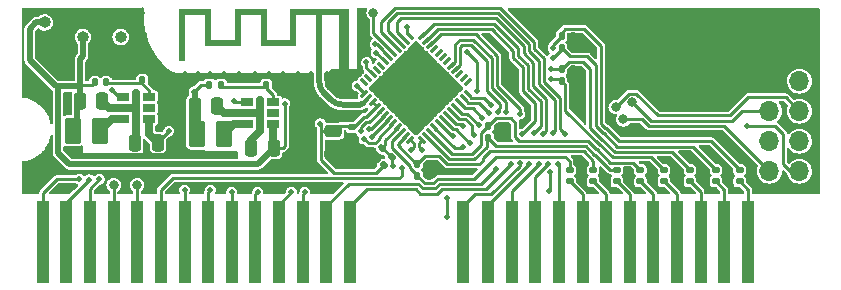
<source format=gbr>
%TF.GenerationSoftware,KiCad,Pcbnew,(5.99.0-10506-gb986797469)*%
%TF.CreationDate,2021-09-15T01:16:02+02:00*%
%TF.ProjectId,Tastatur,54617374-6174-4757-922e-6b696361645f,rev?*%
%TF.SameCoordinates,Original*%
%TF.FileFunction,Copper,L1,Top*%
%TF.FilePolarity,Positive*%
%FSLAX46Y46*%
G04 Gerber Fmt 4.6, Leading zero omitted, Abs format (unit mm)*
G04 Created by KiCad (PCBNEW (5.99.0-10506-gb986797469)) date 2021-09-15 01:16:02*
%MOMM*%
%LPD*%
G01*
G04 APERTURE LIST*
G04 Aperture macros list*
%AMRoundRect*
0 Rectangle with rounded corners*
0 $1 Rounding radius*
0 $2 $3 $4 $5 $6 $7 $8 $9 X,Y pos of 4 corners*
0 Add a 4 corners polygon primitive as box body*
4,1,4,$2,$3,$4,$5,$6,$7,$8,$9,$2,$3,0*
0 Add four circle primitives for the rounded corners*
1,1,$1+$1,$2,$3*
1,1,$1+$1,$4,$5*
1,1,$1+$1,$6,$7*
1,1,$1+$1,$8,$9*
0 Add four rect primitives between the rounded corners*
20,1,$1+$1,$2,$3,$4,$5,0*
20,1,$1+$1,$4,$5,$6,$7,0*
20,1,$1+$1,$6,$7,$8,$9,0*
20,1,$1+$1,$8,$9,$2,$3,0*%
%AMRotRect*
0 Rectangle, with rotation*
0 The origin of the aperture is its center*
0 $1 length*
0 $2 width*
0 $3 Rotation angle, in degrees counterclockwise*
0 Add horizontal line*
21,1,$1,$2,0,0,$3*%
G04 Aperture macros list end*
%TA.AperFunction,SMDPad,CuDef*%
%ADD10RoundRect,0.147500X0.172500X-0.147500X0.172500X0.147500X-0.172500X0.147500X-0.172500X-0.147500X0*%
%TD*%
%TA.AperFunction,SMDPad,CuDef*%
%ADD11RoundRect,0.140000X0.021213X-0.219203X0.219203X-0.021213X-0.021213X0.219203X-0.219203X0.021213X0*%
%TD*%
%TA.AperFunction,SMDPad,CuDef*%
%ADD12RoundRect,0.140000X-0.170000X0.140000X-0.170000X-0.140000X0.170000X-0.140000X0.170000X0.140000X0*%
%TD*%
%TA.AperFunction,SMDPad,CuDef*%
%ADD13RoundRect,0.140000X-0.140000X-0.170000X0.140000X-0.170000X0.140000X0.170000X-0.140000X0.170000X0*%
%TD*%
%TA.AperFunction,SMDPad,CuDef*%
%ADD14RoundRect,0.250000X-0.250000X-0.475000X0.250000X-0.475000X0.250000X0.475000X-0.250000X0.475000X0*%
%TD*%
%TA.AperFunction,SMDPad,CuDef*%
%ADD15RoundRect,0.250001X0.462499X0.849999X-0.462499X0.849999X-0.462499X-0.849999X0.462499X-0.849999X0*%
%TD*%
%TA.AperFunction,SMDPad,CuDef*%
%ADD16RoundRect,0.147500X-0.147500X-0.172500X0.147500X-0.172500X0.147500X0.172500X-0.147500X0.172500X0*%
%TD*%
%TA.AperFunction,ComponentPad*%
%ADD17R,1.000000X1.000000*%
%TD*%
%TA.AperFunction,ComponentPad*%
%ADD18O,1.000000X1.000000*%
%TD*%
%TA.AperFunction,SMDPad,CuDef*%
%ADD19R,1.000000X7.000000*%
%TD*%
%TA.AperFunction,SMDPad,CuDef*%
%ADD20RoundRect,0.250000X0.250000X0.475000X-0.250000X0.475000X-0.250000X-0.475000X0.250000X-0.475000X0*%
%TD*%
%TA.AperFunction,SMDPad,CuDef*%
%ADD21RoundRect,0.147500X0.017678X-0.226274X0.226274X-0.017678X-0.017678X0.226274X-0.226274X0.017678X0*%
%TD*%
%TA.AperFunction,SMDPad,CuDef*%
%ADD22RoundRect,0.250000X-0.475000X0.250000X-0.475000X-0.250000X0.475000X-0.250000X0.475000X0.250000X0*%
%TD*%
%TA.AperFunction,SMDPad,CuDef*%
%ADD23R,1.060000X0.650000*%
%TD*%
%TA.AperFunction,ComponentPad*%
%ADD24O,1.700000X1.700000*%
%TD*%
%TA.AperFunction,ComponentPad*%
%ADD25R,1.700000X1.700000*%
%TD*%
%TA.AperFunction,ConnectorPad*%
%ADD26R,0.500000X0.500000*%
%TD*%
%TA.AperFunction,ComponentPad*%
%ADD27R,0.900000X0.500000*%
%TD*%
%TA.AperFunction,SMDPad,CuDef*%
%ADD28RoundRect,0.062500X-0.194454X-0.282843X0.282843X0.194454X0.194454X0.282843X-0.282843X-0.194454X0*%
%TD*%
%TA.AperFunction,SMDPad,CuDef*%
%ADD29RoundRect,0.062500X0.194454X-0.282843X0.282843X-0.194454X-0.194454X0.282843X-0.282843X0.194454X0*%
%TD*%
%TA.AperFunction,SMDPad,CuDef*%
%ADD30RotRect,5.300000X5.300000X45.000000*%
%TD*%
%TA.AperFunction,ViaPad*%
%ADD31C,0.800000*%
%TD*%
%TA.AperFunction,ViaPad*%
%ADD32C,0.500000*%
%TD*%
%TA.AperFunction,Conductor*%
%ADD33C,0.500000*%
%TD*%
%TA.AperFunction,Conductor*%
%ADD34C,0.250000*%
%TD*%
%TA.AperFunction,Conductor*%
%ADD35C,0.700000*%
%TD*%
%TA.AperFunction,Conductor*%
%ADD36C,1.000000*%
%TD*%
G04 APERTURE END LIST*
%TO.C,AE1*%
G36*
X213450000Y-70475000D02*
G01*
X213450000Y-70216842D01*
X213751778Y-70216842D01*
X213758309Y-70266368D01*
X213778868Y-70311553D01*
X213812511Y-70346787D01*
X213831122Y-70357400D01*
X213876637Y-70370300D01*
X213925156Y-70371043D01*
X213967819Y-70358935D01*
X213975731Y-70354581D01*
X214013674Y-70321797D01*
X214037742Y-70279395D01*
X214047583Y-70231785D01*
X214042847Y-70183378D01*
X214023185Y-70138584D01*
X213988245Y-70101814D01*
X213955353Y-70084908D01*
X213907267Y-70077018D01*
X213857682Y-70083592D01*
X213812372Y-70103687D01*
X213777112Y-70136357D01*
X213760218Y-70168583D01*
X213751778Y-70216842D01*
X213450000Y-70216842D01*
X213450000Y-65575000D01*
X212050000Y-65575000D01*
X212050000Y-70475000D01*
X211550000Y-70475000D01*
X211550000Y-65575000D01*
X209850000Y-65575000D01*
X209850000Y-68215000D01*
X206850000Y-68215000D01*
X206850000Y-65575000D01*
X205150000Y-65575000D01*
X205150000Y-68215000D01*
X202150000Y-68215000D01*
X202150000Y-65575000D01*
X200450000Y-65575000D01*
X200450000Y-69515000D01*
X199950000Y-69515000D01*
X199950000Y-65075000D01*
X202650000Y-65075000D01*
X202650000Y-67715000D01*
X204650000Y-67715000D01*
X204650000Y-65075000D01*
X207350000Y-65075000D01*
X207350000Y-67715000D01*
X209350000Y-67715000D01*
X209350000Y-65075000D01*
X214350000Y-65075000D01*
X214350000Y-70475000D01*
X213450000Y-70475000D01*
G37*
%TD*%
D10*
%TO.P,R5,1*%
%TO.N,Net-(J1-Pad24)*%
X241000000Y-79685000D03*
%TO.P,R5,2*%
%TO.N,/ADC1_CH3*%
X241000000Y-78715000D03*
%TD*%
D11*
%TO.P,C9,2*%
%TO.N,/EN*%
X217139411Y-76860589D03*
%TO.P,C9,1*%
%TO.N,GND*%
X216460589Y-77539411D03*
%TD*%
D12*
%TO.P,C11,1*%
%TO.N,+3V3*%
X214600000Y-75120000D03*
%TO.P,C11,2*%
%TO.N,GND*%
X214600000Y-76080000D03*
%TD*%
D13*
%TO.P,C6,1*%
%TO.N,/ADC2_CH8*%
X226120000Y-76000000D03*
%TO.P,C6,2*%
%TO.N,GND*%
X227080000Y-76000000D03*
%TD*%
D10*
%TO.P,R8,1*%
%TO.N,Net-(J1-Pad27)*%
X247400000Y-79685000D03*
%TO.P,R8,2*%
%TO.N,/ADC1_CH0*%
X247400000Y-78715000D03*
%TD*%
D13*
%TO.P,C3,1*%
%TO.N,/ADC1_CH2*%
X232320000Y-70200000D03*
%TO.P,C3,2*%
%TO.N,GND*%
X233280000Y-70200000D03*
%TD*%
%TO.P,C2,1*%
%TO.N,/ADC1_CH1*%
X232320000Y-68400000D03*
%TO.P,C2,2*%
%TO.N,GND*%
X233280000Y-68400000D03*
%TD*%
D10*
%TO.P,R3,1*%
%TO.N,Net-(J1-Pad22)*%
X237000000Y-79685000D03*
%TO.P,R3,2*%
%TO.N,/ADC2_CH8*%
X237000000Y-78715000D03*
%TD*%
D13*
%TO.P,C5,2*%
%TO.N,GND*%
X227080000Y-75000000D03*
%TO.P,C5,1*%
%TO.N,/ADC2_CH9*%
X226120000Y-75000000D03*
%TD*%
D14*
%TO.P,C13,1*%
%TO.N,+3V3*%
X201250000Y-73300000D03*
%TO.P,C13,2*%
%TO.N,GND*%
X203150000Y-73300000D03*
%TD*%
D13*
%TO.P,C4,1*%
%TO.N,/ADC1_CH3*%
X232320000Y-71200000D03*
%TO.P,C4,2*%
%TO.N,GND*%
X233280000Y-71200000D03*
%TD*%
D10*
%TO.P,R6,1*%
%TO.N,Net-(J1-Pad25)*%
X243200000Y-79685000D03*
%TO.P,R6,2*%
%TO.N,/ADC1_CH2*%
X243200000Y-78715000D03*
%TD*%
D13*
%TO.P,C1,1*%
%TO.N,/ADC1_CH0*%
X232320000Y-67400000D03*
%TO.P,C1,2*%
%TO.N,GND*%
X233280000Y-67400000D03*
%TD*%
D15*
%TO.P,L2,1,1*%
%TO.N,Net-(L2-Pad1)*%
X193262500Y-75400000D03*
%TO.P,L2,2,2*%
%TO.N,+4V*%
X190937500Y-75400000D03*
%TD*%
D16*
%TO.P,R13,1*%
%TO.N,Net-(R12-Pad2)*%
X196815000Y-71100000D03*
%TO.P,R13,2*%
%TO.N,GND*%
X197785000Y-71100000D03*
%TD*%
D17*
%TO.P,J3,1,Pin_1*%
%TO.N,GND*%
X195000000Y-66200000D03*
D18*
%TO.P,J3,2,Pin_2*%
%TO.N,+5V*%
X195000000Y-67470000D03*
%TD*%
D17*
%TO.P,J5,1,Pin_1*%
%TO.N,GND*%
X191800000Y-66200000D03*
D18*
%TO.P,J5,2,Pin_2*%
%TO.N,+4V*%
X191800000Y-67470000D03*
%TD*%
D19*
%TO.P,J1,1,Pin_1*%
%TO.N,/C12*%
X188400000Y-84800000D03*
%TO.P,J1,2,Pin_2*%
%TO.N,/C16*%
X190400000Y-84800000D03*
%TO.P,J1,3,Pin_3*%
%TO.N,/C17*%
X192400000Y-84800000D03*
%TO.P,J1,4,Pin_4*%
%TO.N,/C1*%
X194400000Y-84800000D03*
%TO.P,J1,5,Pin_5*%
%TO.N,/C2*%
X196400000Y-84800000D03*
%TO.P,J1,6,Pin_6*%
%TO.N,/C8*%
X198400000Y-84800000D03*
%TO.P,J1,7,Pin_7*%
%TO.N,/C15*%
X200400000Y-84800000D03*
%TO.P,J1,8,Pin_8*%
%TO.N,/C6*%
X202400000Y-84800000D03*
%TO.P,J1,9,Pin_9*%
%TO.N,/C7*%
X204400000Y-84800000D03*
%TO.P,J1,10,Pin_10*%
%TO.N,/C9*%
X206400000Y-84800000D03*
%TO.P,J1,11,Pin_11*%
%TO.N,/C0*%
X208400000Y-84800000D03*
%TO.P,J1,12,Pin_12*%
%TO.N,/C4*%
X210400000Y-84800000D03*
%TO.P,J1,13,Pin_13*%
%TO.N,/C5*%
X212400000Y-84800000D03*
%TO.P,J1,14,Pin_14*%
%TO.N,/C3*%
X214400000Y-84800000D03*
%TO.P,J1,15,Pin_15*%
%TO.N,/C10*%
X224000000Y-84800000D03*
%TO.P,J1,16,Pin_16*%
%TO.N,/C14*%
X226100000Y-84800000D03*
%TO.P,J1,17,Pin_17*%
%TO.N,/C11*%
X228100000Y-84800000D03*
%TO.P,J1,18,Pin_18*%
%TO.N,/C13*%
X230100000Y-84800000D03*
%TO.P,J1,19,Pin_19*%
%TO.N,/C18*%
X232100000Y-84800000D03*
%TO.P,J1,20,Pin_20*%
%TO.N,Net-(J1-Pad20)*%
X234100000Y-84800000D03*
%TO.P,J1,21,Pin_21*%
%TO.N,Net-(J1-Pad21)*%
X236100000Y-84800000D03*
%TO.P,J1,22,Pin_22*%
%TO.N,Net-(J1-Pad22)*%
X238100000Y-84800000D03*
%TO.P,J1,23,Pin_23*%
%TO.N,Net-(J1-Pad23)*%
X240100000Y-84800000D03*
%TO.P,J1,24,Pin_24*%
%TO.N,Net-(J1-Pad24)*%
X242100000Y-84800000D03*
%TO.P,J1,25,Pin_25*%
%TO.N,Net-(J1-Pad25)*%
X244100000Y-84800000D03*
%TO.P,J1,26,Pin_26*%
%TO.N,Net-(J1-Pad26)*%
X246100000Y-84800000D03*
%TO.P,J1,27,Pin_27*%
%TO.N,Net-(J1-Pad27)*%
X248100000Y-84800000D03*
%TD*%
D20*
%TO.P,C12,1*%
%TO.N,+4V*%
X207950000Y-76900000D03*
%TO.P,C12,2*%
%TO.N,GND*%
X206050000Y-76900000D03*
%TD*%
D10*
%TO.P,R4,1*%
%TO.N,Net-(J1-Pad23)*%
X239000000Y-79685000D03*
%TO.P,R4,2*%
%TO.N,/ADC2_CH9*%
X239000000Y-78715000D03*
%TD*%
D16*
%TO.P,R10,1*%
%TO.N,+3V3*%
X202515000Y-71500000D03*
%TO.P,R10,2*%
%TO.N,Net-(R10-Pad2)*%
X203485000Y-71500000D03*
%TD*%
D21*
%TO.P,R9,1*%
%TO.N,+3V3*%
X217257053Y-78342947D03*
%TO.P,R9,2*%
%TO.N,/EN*%
X217942947Y-77657053D03*
%TD*%
D15*
%TO.P,L1,1,1*%
%TO.N,Net-(L1-Pad1)*%
X203762500Y-75700000D03*
%TO.P,L1,2,2*%
%TO.N,+3V3*%
X201437500Y-75700000D03*
%TD*%
D13*
%TO.P,C8,1*%
%TO.N,/ADC1_CH6*%
X220120000Y-79200000D03*
%TO.P,C8,2*%
%TO.N,GND*%
X221080000Y-79200000D03*
%TD*%
D22*
%TO.P,C10,1*%
%TO.N,+3V3*%
X213000000Y-75450000D03*
%TO.P,C10,2*%
%TO.N,GND*%
X213000000Y-77350000D03*
%TD*%
D16*
%TO.P,R12,1*%
%TO.N,+4V*%
X192815000Y-71300000D03*
%TO.P,R12,2*%
%TO.N,Net-(R12-Pad2)*%
X193785000Y-71300000D03*
%TD*%
D20*
%TO.P,C14,1*%
%TO.N,+5V*%
X198150000Y-76400000D03*
%TO.P,C14,2*%
%TO.N,GND*%
X196250000Y-76400000D03*
%TD*%
D23*
%TO.P,U2,1,EN*%
%TO.N,+4V*%
X205700000Y-72950000D03*
%TO.P,U2,2,GND*%
%TO.N,GND*%
X205700000Y-73900000D03*
%TO.P,U2,3,SW*%
%TO.N,Net-(L1-Pad1)*%
X205700000Y-74850000D03*
%TO.P,U2,4,IN*%
%TO.N,+4V*%
X207900000Y-74850000D03*
%TO.P,U2,5,NC*%
%TO.N,unconnected-(U2-Pad5)*%
X207900000Y-73900000D03*
%TO.P,U2,6,FB*%
%TO.N,Net-(R10-Pad2)*%
X207900000Y-72950000D03*
%TD*%
D24*
%TO.P,J2,8,Pin_8*%
%TO.N,+3V3*%
X252465000Y-78820000D03*
%TO.P,J2,7,Pin_7*%
%TO.N,/C18*%
X249925000Y-78820000D03*
%TO.P,J2,6,Pin_6*%
%TO.N,/EN*%
X252465000Y-76280000D03*
%TO.P,J2,5,Pin_5*%
%TO.N,/C0*%
X249925000Y-76280000D03*
%TO.P,J2,4,Pin_4*%
%TO.N,/C2*%
X252465000Y-73740000D03*
%TO.P,J2,3,Pin_3*%
%TO.N,/C1*%
X249925000Y-73740000D03*
%TO.P,J2,2,Pin_2*%
%TO.N,/TX*%
X252465000Y-71200000D03*
D25*
%TO.P,J2,1,Pin_1*%
%TO.N,GND*%
X249925000Y-71200000D03*
%TD*%
D26*
%TO.P,AE1,1,A*%
%TO.N,Net-(AE1-Pad1)*%
X211800000Y-70225000D03*
D27*
%TO.P,AE1,2,Shield*%
%TO.N,GND*%
X213900000Y-70225000D03*
%TD*%
D10*
%TO.P,R7,1*%
%TO.N,Net-(J1-Pad26)*%
X245400000Y-79685000D03*
%TO.P,R7,2*%
%TO.N,/ADC1_CH1*%
X245400000Y-78715000D03*
%TD*%
D23*
%TO.P,U3,1,EN*%
%TO.N,+5V*%
X195190000Y-72520000D03*
%TO.P,U3,2,GND*%
%TO.N,GND*%
X195190000Y-73470000D03*
%TO.P,U3,3,SW*%
%TO.N,Net-(L2-Pad1)*%
X195190000Y-74420000D03*
%TO.P,U3,4,IN*%
%TO.N,+5V*%
X197390000Y-74420000D03*
%TO.P,U3,5,NC*%
%TO.N,unconnected-(U3-Pad5)*%
X197390000Y-73470000D03*
%TO.P,U3,6,FB*%
%TO.N,Net-(R12-Pad2)*%
X197390000Y-72520000D03*
%TD*%
D14*
%TO.P,C15,1*%
%TO.N,+4V*%
X191550000Y-72900000D03*
%TO.P,C15,2*%
%TO.N,GND*%
X193450000Y-72900000D03*
%TD*%
D16*
%TO.P,R11,1*%
%TO.N,Net-(R10-Pad2)*%
X207315000Y-71500000D03*
%TO.P,R11,2*%
%TO.N,GND*%
X208285000Y-71500000D03*
%TD*%
D10*
%TO.P,R1,1*%
%TO.N,Net-(J1-Pad20)*%
X233000000Y-79685000D03*
%TO.P,R1,2*%
%TO.N,/ADC1_CH6*%
X233000000Y-78715000D03*
%TD*%
D28*
%TO.P,U1,1,VDDA*%
%TO.N,+3V3*%
X215615938Y-72294975D03*
%TO.P,U1,2,LNA_IN*%
%TO.N,Net-(AE1-Pad1)*%
X215969491Y-72648528D03*
%TO.P,U1,3,VDDA3P3*%
%TO.N,+3V3*%
X216323045Y-73002082D03*
%TO.P,U1,4,VDDA3P3*%
X216676598Y-73355635D03*
%TO.P,U1,5,SENSOR_VP*%
%TO.N,/ADC1_CH0*%
X217030152Y-73709188D03*
%TO.P,U1,6,SENSOR_CAPP*%
%TO.N,/ADC1_CH1*%
X217383705Y-74062742D03*
%TO.P,U1,7,SENSOR_CAPN*%
%TO.N,/ADC1_CH2*%
X217737258Y-74416295D03*
%TO.P,U1,8,SENSOR_VN*%
%TO.N,/ADC1_CH3*%
X218090812Y-74769848D03*
%TO.P,U1,9,EN*%
%TO.N,/EN*%
X218444365Y-75123402D03*
%TO.P,U1,10,IO34*%
%TO.N,/ADC1_CH6*%
X218797918Y-75476955D03*
%TO.P,U1,11,IO35*%
%TO.N,/ADC1_CH7*%
X219151472Y-75830509D03*
%TO.P,U1,12,IO32*%
%TO.N,/C16*%
X219505025Y-76184062D03*
D29*
%TO.P,U1,13,IO33*%
%TO.N,/C17*%
X220494975Y-76184062D03*
%TO.P,U1,14,IO25*%
%TO.N,/ADC2_CH8*%
X220848528Y-75830509D03*
%TO.P,U1,15,IO26*%
%TO.N,/ADC2_CH9*%
X221202082Y-75476955D03*
%TO.P,U1,16,IO27*%
%TO.N,/C15*%
X221555635Y-75123402D03*
%TO.P,U1,17,IO14*%
%TO.N,/C8*%
X221909188Y-74769848D03*
%TO.P,U1,18,IO12*%
%TO.N,/C6*%
X222262742Y-74416295D03*
%TO.P,U1,19,VDD3P3_RTC*%
%TO.N,+3V3*%
X222616295Y-74062742D03*
%TO.P,U1,20,IO13*%
%TO.N,/C7*%
X222969848Y-73709188D03*
%TO.P,U1,21,IO15*%
%TO.N,/C9*%
X223323402Y-73355635D03*
%TO.P,U1,22,IO2*%
%TO.N,/C1*%
X223676955Y-73002082D03*
%TO.P,U1,23,IO0*%
%TO.N,/C0*%
X224030509Y-72648528D03*
%TO.P,U1,24,IO4*%
%TO.N,/C2*%
X224384062Y-72294975D03*
D28*
%TO.P,U1,25,IO16*%
%TO.N,unconnected-(U1-Pad25)*%
X224384062Y-71305025D03*
%TO.P,U1,26,VDD_SDIO*%
%TO.N,unconnected-(U1-Pad26)*%
X224030509Y-70951472D03*
%TO.P,U1,27,IO17*%
%TO.N,unconnected-(U1-Pad27)*%
X223676955Y-70597918D03*
%TO.P,U1,28,SD2/IO9*%
%TO.N,/C4*%
X223323402Y-70244365D03*
%TO.P,U1,29,SD3/IO10*%
%TO.N,/C5*%
X222969848Y-69890812D03*
%TO.P,U1,30,CMD*%
%TO.N,unconnected-(U1-Pad30)*%
X222616295Y-69537258D03*
%TO.P,U1,31,CLK*%
%TO.N,unconnected-(U1-Pad31)*%
X222262742Y-69183705D03*
%TO.P,U1,32,SD0*%
%TO.N,unconnected-(U1-Pad32)*%
X221909188Y-68830152D03*
%TO.P,U1,33,SD1*%
%TO.N,unconnected-(U1-Pad33)*%
X221555635Y-68476598D03*
%TO.P,U1,34,IO5*%
%TO.N,/C3*%
X221202082Y-68123045D03*
%TO.P,U1,35,IO18*%
%TO.N,/C10*%
X220848528Y-67769491D03*
%TO.P,U1,36,IO23*%
%TO.N,/C14*%
X220494975Y-67415938D03*
D29*
%TO.P,U1,37,VDD3P3_CPU*%
%TO.N,+3V3*%
X219505025Y-67415938D03*
%TO.P,U1,38,IO19*%
%TO.N,/C11*%
X219151472Y-67769491D03*
%TO.P,U1,39,IO22*%
%TO.N,/C13*%
X218797918Y-68123045D03*
%TO.P,U1,40,U0RXD/IO3*%
%TO.N,/C18*%
X218444365Y-68476598D03*
%TO.P,U1,41,U0TXD/IO1*%
%TO.N,/TX*%
X218090812Y-68830152D03*
%TO.P,U1,42,IO21*%
%TO.N,/C12*%
X217737258Y-69183705D03*
%TO.P,U1,43,VDDA*%
%TO.N,+3V3*%
X217383705Y-69537258D03*
%TO.P,U1,44,XTAL_N_NC*%
%TO.N,unconnected-(U1-Pad44)*%
X217030152Y-69890812D03*
%TO.P,U1,45,XTAL_P_NC*%
%TO.N,unconnected-(U1-Pad45)*%
X216676598Y-70244365D03*
%TO.P,U1,46,VDDA*%
%TO.N,+3V3*%
X216323045Y-70597918D03*
%TO.P,U1,47,CAP2_NC*%
%TO.N,unconnected-(U1-Pad47)*%
X215969491Y-70951472D03*
%TO.P,U1,48,CAP1_NC*%
%TO.N,unconnected-(U1-Pad48)*%
X215615938Y-71305025D03*
D30*
%TO.P,U1,49,GND*%
%TO.N,GND*%
X220000000Y-71800000D03*
%TD*%
D17*
%TO.P,J4,1,Pin_1*%
%TO.N,GND*%
X188550000Y-67500000D03*
D18*
%TO.P,J4,2,Pin_2*%
%TO.N,+4V*%
X188550000Y-66230000D03*
%TD*%
D13*
%TO.P,C7,1*%
%TO.N,/ADC1_CH7*%
X220120000Y-78200000D03*
%TO.P,C7,2*%
%TO.N,GND*%
X221080000Y-78200000D03*
%TD*%
D10*
%TO.P,R2,1*%
%TO.N,Net-(J1-Pad21)*%
X235000000Y-79685000D03*
%TO.P,R2,2*%
%TO.N,/ADC1_CH7*%
X235000000Y-78715000D03*
%TD*%
D31*
%TO.N,GND*%
X251450000Y-80150000D03*
D32*
X214600000Y-76800000D03*
X206800000Y-73600000D03*
X239950000Y-79100000D03*
X236500000Y-69100000D03*
X213000000Y-73800000D03*
X212600000Y-71400000D03*
X215550000Y-66450000D03*
X233900000Y-73900000D03*
X203773816Y-70626184D03*
X190400000Y-73200000D03*
X191050000Y-77200000D03*
D31*
X220000000Y-74000000D03*
D32*
X241300000Y-75650000D03*
X200400000Y-70626184D03*
X241150000Y-77900000D03*
X206800000Y-74400000D03*
X207573816Y-70626184D03*
X206800000Y-72800000D03*
X189550000Y-78550000D03*
X196800000Y-65400000D03*
X235700000Y-79200000D03*
X199400000Y-77450000D03*
X234000000Y-67400000D03*
X196300000Y-73000000D03*
X236100000Y-66150000D03*
X214000000Y-73899500D03*
X215000000Y-73899500D03*
X202573816Y-70626184D03*
X213200000Y-72000000D03*
X188900000Y-73450000D03*
X214600000Y-77600000D03*
X198400000Y-70000000D03*
X199200000Y-70600000D03*
X212200000Y-73200000D03*
X211100500Y-70626184D03*
X196300000Y-73900000D03*
X190400000Y-72350000D03*
X198050000Y-79350000D03*
X229200000Y-66200000D03*
X196300000Y-74900000D03*
X196300000Y-72200000D03*
X212150000Y-80250000D03*
X244850000Y-77050000D03*
X233993767Y-70206233D03*
X190450000Y-70600000D03*
X214200000Y-72400008D03*
X234000000Y-68400000D03*
X211200000Y-71800000D03*
X212499500Y-70600000D03*
X209973816Y-70626184D03*
X228400000Y-71400000D03*
X226100000Y-67400000D03*
X206373816Y-70626184D03*
X246450000Y-79150000D03*
X197000000Y-67200000D03*
X243100000Y-77450000D03*
X247450000Y-77700000D03*
X197600000Y-68800000D03*
X187200000Y-70650000D03*
D31*
X218600000Y-70400000D03*
D32*
X227800011Y-75400000D03*
X206800000Y-75200000D03*
X216700000Y-71800000D03*
X189750000Y-80200000D03*
X195400000Y-79450000D03*
X190550000Y-80200000D03*
X208773816Y-70626184D03*
X244300000Y-79150000D03*
X187800000Y-79500000D03*
X201573816Y-70626184D03*
X236500000Y-71150000D03*
X211600000Y-72600000D03*
D31*
X222200000Y-71800000D03*
D32*
X204973816Y-70626184D03*
X229400000Y-73600000D03*
X237900000Y-79150000D03*
X208900000Y-72100000D03*
X230600000Y-68200000D03*
X236300000Y-74600000D03*
X233900000Y-79150000D03*
X199600000Y-80050000D03*
X204450000Y-77450000D03*
X210900000Y-76100000D03*
X239950000Y-75650000D03*
X234000000Y-71200000D03*
X222000000Y-78577900D03*
%TO.N,/ADC1_CH3*%
X215594216Y-76111316D03*
X231400000Y-71000000D03*
%TO.N,/ADC1_CH2*%
X216263369Y-75907512D03*
X231400000Y-70200000D03*
%TO.N,/ADC1_CH1*%
X216018517Y-75252264D03*
X231606233Y-69206233D03*
%TO.N,/ADC1_CH0*%
X231590500Y-68400000D03*
X215349362Y-75456067D03*
%TO.N,/EN*%
X218081333Y-78420414D03*
%TO.N,+3V3*%
X223966182Y-75025501D03*
X224324020Y-68721151D03*
X215000000Y-71600000D03*
X216600000Y-68800000D03*
X215800000Y-69600000D03*
X219200000Y-66600000D03*
X201200000Y-72100000D03*
X211900000Y-74800000D03*
X225206233Y-72006233D03*
X248000000Y-75000000D03*
%TO.N,+5V*%
X199050000Y-75450000D03*
X194300000Y-71974500D03*
D31*
%TO.N,/TX*%
X216400000Y-65400000D03*
%TO.N,/C1*%
X194400000Y-80000000D03*
D32*
X225616899Y-74312341D03*
D31*
X238325000Y-72999598D03*
%TO.N,/C2*%
X236900000Y-73400000D03*
X196400000Y-80000000D03*
D32*
X226319750Y-73189534D03*
%TO.N,/C0*%
X231300000Y-80524020D03*
X231318739Y-78893727D03*
X222600000Y-81075460D03*
X209450000Y-80600000D03*
X226159050Y-73870327D03*
X222600000Y-82700000D03*
%TO.N,/C18*%
X232600000Y-75676940D03*
X232000000Y-78200000D03*
D31*
X237550000Y-74450000D03*
D32*
%TO.N,/C16*%
X192343767Y-79543767D03*
X219607659Y-76997447D03*
%TO.N,/C17*%
X220534349Y-77029248D03*
X193200000Y-79500000D03*
%TO.N,/C15*%
X223986116Y-76775980D03*
X200400000Y-80400000D03*
%TO.N,/C8*%
X223157874Y-75871620D03*
X218800000Y-78577900D03*
%TO.N,/C6*%
X202600000Y-80400000D03*
X224575980Y-76400000D03*
%TO.N,/C7*%
X224940980Y-75786662D03*
X204400000Y-80600000D03*
%TO.N,/C9*%
X206600000Y-80600000D03*
X225349017Y-74958517D03*
%TO.N,/C4*%
X226900497Y-73790980D03*
X210600000Y-80600000D03*
%TO.N,/C5*%
X226800000Y-78600000D03*
X227600000Y-73790980D03*
%TO.N,/C3*%
X228058049Y-78258049D03*
X228800000Y-74000000D03*
%TO.N,/C10*%
X228775907Y-78175907D03*
X229000000Y-75676940D03*
%TO.N,/C14*%
X229983580Y-75596046D03*
X229590650Y-78184417D03*
%TO.N,/C11*%
X230393767Y-78193767D03*
X230753063Y-75639031D03*
%TO.N,/C13*%
X231200000Y-78200000D03*
X231593767Y-75606233D03*
%TO.N,/C12*%
X191500000Y-79500000D03*
X216536764Y-68063236D03*
%TO.N,+4V*%
X204600000Y-72900000D03*
X208900000Y-73100000D03*
%TD*%
D33*
%TO.N,GND*%
X214500000Y-70550000D02*
X213200000Y-70550000D01*
D34*
X214700000Y-70350000D02*
X214500000Y-70550000D01*
X214575000Y-70225000D02*
X214700000Y-70350000D01*
X213900000Y-70225000D02*
X214575000Y-70225000D01*
X222000000Y-78577900D02*
X222000000Y-78640000D01*
X216460589Y-77539411D02*
X216400000Y-77600000D01*
D35*
X194020000Y-73470000D02*
X193450000Y-72900000D01*
X206800000Y-73900000D02*
X206800000Y-72800000D01*
D34*
X213900000Y-70225000D02*
X212900684Y-70225000D01*
X233987534Y-70200000D02*
X233993767Y-70206233D01*
X199971751Y-70624101D02*
X199694165Y-70587556D01*
X200397917Y-70624101D02*
X199971751Y-70624101D01*
X203773816Y-70626184D02*
X202573816Y-70626184D01*
X208285000Y-71500000D02*
X208300000Y-71500000D01*
D35*
X206800000Y-75400000D02*
X206050000Y-76150000D01*
D34*
X199423724Y-70515092D02*
X199165055Y-70407948D01*
X221622100Y-78200000D02*
X221080000Y-78200000D01*
X221440000Y-79200000D02*
X221080000Y-79200000D01*
D35*
X205700000Y-73900000D02*
X203750000Y-73900000D01*
D34*
X222000000Y-78640000D02*
X221440000Y-79200000D01*
X214600000Y-76080000D02*
X214600000Y-76800000D01*
X233280000Y-70200000D02*
X233987534Y-70200000D01*
X206373816Y-70626184D02*
X204973816Y-70626184D01*
D35*
X195190000Y-73470000D02*
X196170000Y-73470000D01*
D34*
X209973816Y-70626184D02*
X208773816Y-70626184D01*
X204973816Y-70626184D02*
X203773816Y-70626184D01*
X199694165Y-70587556D02*
X199423724Y-70515092D01*
X227200011Y-76000000D02*
X227800011Y-75400000D01*
X212900684Y-70225000D02*
X212499500Y-70626184D01*
X233280000Y-71200000D02*
X234000000Y-71200000D01*
D35*
X196170000Y-73470000D02*
X196300000Y-73600000D01*
X196300000Y-72200000D02*
X196300000Y-73000000D01*
D34*
X208773816Y-70626184D02*
X207573816Y-70626184D01*
D35*
X196300000Y-73600000D02*
X196300000Y-76350000D01*
D34*
X199165055Y-70407948D02*
X198922585Y-70267957D01*
X233280000Y-68400000D02*
X234000000Y-68400000D01*
D35*
X205700000Y-73900000D02*
X206800000Y-73900000D01*
X203750000Y-73900000D02*
X203150000Y-73300000D01*
D34*
X227400011Y-75000000D02*
X227800011Y-75400000D01*
X211100500Y-70626184D02*
X209973816Y-70626184D01*
X216400000Y-77600000D02*
X214600000Y-77600000D01*
D35*
X196300000Y-73000000D02*
X196300000Y-73600000D01*
X196300000Y-76350000D02*
X196250000Y-76400000D01*
D34*
X233280000Y-67400000D02*
X234000000Y-67400000D01*
X198922585Y-70267957D02*
X198700461Y-70097515D01*
X227080000Y-75000000D02*
X227400011Y-75000000D01*
X202573816Y-70626184D02*
X201573816Y-70626184D01*
D35*
X195190000Y-73470000D02*
X194020000Y-73470000D01*
D34*
X201573816Y-70626184D02*
X200400000Y-70626184D01*
X196800000Y-65654416D02*
X196800000Y-65400000D01*
X227080000Y-76000000D02*
X227200011Y-76000000D01*
D35*
X206800000Y-75200000D02*
X206800000Y-75400000D01*
D34*
X208300000Y-71500000D02*
X208900000Y-72100000D01*
X213000000Y-77350000D02*
X214350000Y-77350000D01*
X198700461Y-70097515D02*
X198600000Y-70000000D01*
D35*
X206800000Y-75200000D02*
X206800000Y-73900000D01*
D34*
X196800000Y-65400000D02*
X196800000Y-65000000D01*
D35*
X206050000Y-76150000D02*
X206050000Y-76900000D01*
D34*
X200400000Y-70626184D02*
X200397917Y-70624101D01*
X214350000Y-77350000D02*
X214600000Y-77600000D01*
X207573816Y-70626184D02*
X206373816Y-70626184D01*
X222000000Y-78577900D02*
X221622100Y-78200000D01*
X196800001Y-65654416D02*
G75*
G03*
X198600001Y-69999999I6145581J-1D01*
G01*
%TO.N,Net-(AE1-Pad1)*%
X215969491Y-72648528D02*
X215951472Y-72648528D01*
D33*
X211800000Y-71234315D02*
X211800000Y-70225000D01*
D34*
X215951472Y-72648528D02*
X215522193Y-73077807D01*
D33*
X215227193Y-73200000D02*
X213800000Y-73200000D01*
X212775736Y-72775736D02*
X212200000Y-72200000D01*
X211800000Y-71234315D02*
G75*
G03*
X212200000Y-72200000I1365684J0D01*
G01*
X212775736Y-72775736D02*
G75*
G03*
X213800000Y-73200000I1024265J1024267D01*
G01*
X215227193Y-73200000D02*
G75*
G03*
X215522193Y-73077807I0J417193D01*
G01*
D34*
%TO.N,/ADC2_CH9*%
X235279443Y-76972591D02*
X235329719Y-76972591D01*
X236452609Y-78095480D02*
X238380480Y-78095480D01*
X226120000Y-74986000D02*
X226740520Y-74365480D01*
X221202082Y-75476955D02*
X223075607Y-77350480D01*
X228374511Y-75901728D02*
X228724223Y-76251440D01*
X226740520Y-74365480D02*
X228034520Y-74365480D01*
X235329719Y-76972591D02*
X236452609Y-78095480D01*
X223075607Y-77350480D02*
X224757923Y-77350480D01*
X225515480Y-76592923D02*
X225515480Y-75604520D01*
X226120000Y-75000000D02*
X226120000Y-74986000D01*
X228374511Y-74705471D02*
X228374511Y-75901728D01*
X228724223Y-76251440D02*
X234558291Y-76251440D01*
X225515480Y-75604520D02*
X226120000Y-75000000D01*
X224757923Y-77350480D02*
X225515480Y-76592923D01*
X238380480Y-78095480D02*
X239000000Y-78715000D01*
X228034520Y-74365480D02*
X228374511Y-74705471D01*
X234558291Y-76251440D02*
X235279443Y-76972591D01*
%TO.N,/ADC2_CH8*%
X235143522Y-77422111D02*
X235093246Y-77422111D01*
X234372094Y-76700960D02*
X226806960Y-76700960D01*
X236436411Y-78715000D02*
X235143522Y-77422111D01*
X222818019Y-77800000D02*
X220848528Y-75830509D01*
X237000000Y-78715000D02*
X236436411Y-78715000D01*
X224944121Y-77800000D02*
X222818019Y-77800000D01*
X226000000Y-76120000D02*
X226000000Y-76744121D01*
X226120000Y-76014000D02*
X226120000Y-76000000D01*
X226120000Y-76000000D02*
X226000000Y-76120000D01*
X226806960Y-76700960D02*
X226120000Y-76014000D01*
X235093246Y-77422111D02*
X234372094Y-76700960D01*
X226000000Y-76744121D02*
X224944121Y-77800000D01*
%TO.N,/ADC1_CH7*%
X235000000Y-77964583D02*
X235000000Y-78715000D01*
X234185897Y-77150480D02*
X235000000Y-77964583D01*
X218449520Y-76651774D02*
X219997746Y-78200000D01*
X220120000Y-78186000D02*
X220740520Y-77565480D01*
X220120000Y-78200000D02*
X220120000Y-78186000D01*
X225667303Y-77712536D02*
X226229359Y-77150480D01*
X219997746Y-78200000D02*
X220120000Y-78200000D01*
X220740520Y-77565480D02*
X221947781Y-77565480D01*
X225667303Y-77932697D02*
X225667303Y-77712536D01*
X226229359Y-77150480D02*
X234185897Y-77150480D01*
X221947781Y-77565480D02*
X222631821Y-78249520D01*
X218449520Y-76532461D02*
X218449520Y-76651774D01*
X222631821Y-78249520D02*
X225350480Y-78249520D01*
X225350480Y-78249520D02*
X225667303Y-77932697D01*
X219151472Y-75830509D02*
X218449520Y-76532461D01*
%TO.N,/ADC1_CH6*%
X221441197Y-79834520D02*
X221824277Y-79451440D01*
X220120000Y-79174000D02*
X219515480Y-78569480D01*
X220740520Y-79834520D02*
X221441197Y-79834520D01*
X233000000Y-78000000D02*
X233000000Y-78715000D01*
X219515480Y-78569480D02*
X219515480Y-78353452D01*
X221824277Y-79451440D02*
X224948561Y-79451440D01*
X218758763Y-75476955D02*
X218797918Y-75476955D01*
X218000000Y-76235718D02*
X218758763Y-75476955D01*
X226800001Y-77600000D02*
X232600000Y-77600000D01*
X220120000Y-79200000D02*
X220120000Y-79174000D01*
X220120000Y-79214000D02*
X220740520Y-79834520D01*
X218000000Y-76837972D02*
X218000000Y-76235718D01*
X232600000Y-77600000D02*
X233000000Y-78000000D01*
X224948561Y-79451440D02*
X226800001Y-77600000D01*
X219515480Y-78353452D02*
X218000000Y-76837972D01*
X220120000Y-79200000D02*
X220120000Y-79214000D01*
%TO.N,/ADC1_CH3*%
X216539135Y-76482023D02*
X216837880Y-76183278D01*
X235515917Y-76523071D02*
X236638806Y-77645960D01*
X239930960Y-77645960D02*
X241000000Y-78715000D01*
X216837880Y-76022780D02*
X218090812Y-74769848D01*
X232649520Y-73706951D02*
X235465640Y-76523071D01*
X215987603Y-76482023D02*
X216539135Y-76482023D01*
X232120000Y-71000000D02*
X232320000Y-71200000D01*
X216837880Y-76183278D02*
X216837880Y-76022780D01*
X215594216Y-76111316D02*
X215667785Y-76037747D01*
X232320000Y-71200000D02*
X232320000Y-71391436D01*
X231400000Y-71000000D02*
X232120000Y-71000000D01*
X232320000Y-71200000D02*
X232649520Y-71529520D01*
X215688858Y-76183278D02*
X215987603Y-76482023D01*
X215688858Y-76037747D02*
X215688858Y-76183278D01*
X235465640Y-76523071D02*
X235515917Y-76523071D01*
X232649520Y-71529520D02*
X232649520Y-73706951D01*
X215667785Y-76037747D02*
X215688858Y-76037747D01*
X236638806Y-77645960D02*
X239930960Y-77645960D01*
%TO.N,/ADC1_CH2*%
X216373393Y-75797488D02*
X216373393Y-75780160D01*
X232320000Y-70200000D02*
X232320000Y-70186000D01*
X241681440Y-77196440D02*
X243200000Y-78715000D01*
X232940520Y-69565480D02*
X234165480Y-69565480D01*
X234750480Y-75172193D02*
X235651838Y-76073551D01*
X234165480Y-69565480D02*
X234750480Y-70150480D01*
X232320000Y-70186000D02*
X232940520Y-69565480D01*
X234750480Y-70150480D02*
X234750480Y-75172193D01*
X236825004Y-77196440D02*
X241681440Y-77196440D01*
X235651838Y-76073551D02*
X235702115Y-76073551D01*
X235702115Y-76073551D02*
X236825004Y-77196440D01*
X216373393Y-75780160D02*
X217737258Y-74416295D01*
X216263369Y-75907512D02*
X216373393Y-75797488D01*
X231400000Y-70200000D02*
X232320000Y-70200000D01*
%TO.N,/ADC1_CH1*%
X233021960Y-69115960D02*
X234515960Y-69115960D01*
X216018517Y-75252264D02*
X216200655Y-75252264D01*
X243431920Y-76746920D02*
X245400000Y-78715000D01*
X235888313Y-75624031D02*
X237011202Y-76746920D01*
X237011202Y-76746920D02*
X243431920Y-76746920D01*
X217383705Y-74069214D02*
X217383705Y-74062742D01*
X232320000Y-68400000D02*
X232320000Y-68492466D01*
X216200655Y-75252264D02*
X217383705Y-74069214D01*
X235838036Y-75624031D02*
X235888313Y-75624031D01*
X232320000Y-68400000D02*
X232320000Y-68414000D01*
X234515960Y-69115960D02*
X235200000Y-69800000D01*
X232320000Y-68414000D02*
X233021960Y-69115960D01*
X235200000Y-69800000D02*
X235200000Y-74985995D01*
X232320000Y-68492466D02*
X231606233Y-69206233D01*
X235200000Y-74985995D02*
X235838036Y-75624031D01*
%TO.N,/ADC1_CH0*%
X236024234Y-75174511D02*
X235649520Y-74799797D01*
X235649520Y-68199243D02*
X234215757Y-66765480D01*
X215349362Y-75086356D02*
X215349362Y-75456067D01*
X216061587Y-74677753D02*
X215757965Y-74677753D01*
X234215757Y-66765480D02*
X232644520Y-66765480D01*
X232320000Y-67090000D02*
X232320000Y-67400000D01*
X232644520Y-66765480D02*
X232320000Y-67090000D01*
X244982400Y-76297400D02*
X237197400Y-76297400D01*
X217030152Y-73709188D02*
X216061587Y-74677753D01*
X236074511Y-75174511D02*
X236024234Y-75174511D01*
X237197400Y-76297400D02*
X236074511Y-75174511D01*
X235649520Y-74799797D02*
X235649520Y-68199243D01*
X215757965Y-74677753D02*
X215349362Y-75086356D01*
X231590500Y-68400000D02*
X231590500Y-68129500D01*
X247400000Y-78715000D02*
X244982400Y-76297400D01*
X231590500Y-68129500D02*
X232320000Y-67400000D01*
%TO.N,/EN*%
X217960347Y-77674453D02*
X217942947Y-77657053D01*
X218444365Y-75155635D02*
X217400000Y-76200000D01*
X217400000Y-76200000D02*
X217400000Y-76600000D01*
X218444365Y-75123402D02*
X218444365Y-75155635D01*
X217935875Y-77657053D02*
X217139411Y-76860589D01*
X217942947Y-77657053D02*
X217935875Y-77657053D01*
X217400000Y-76600000D02*
X217139411Y-76860589D01*
X218081333Y-78420414D02*
X217960347Y-78299428D01*
X217960347Y-78299428D02*
X217960347Y-77674453D01*
%TO.N,+3V3*%
X211950480Y-76849520D02*
X211950480Y-75949520D01*
X216646447Y-68800000D02*
X216600000Y-68800000D01*
X225206233Y-69606233D02*
X225206233Y-72006233D01*
D33*
X201250000Y-72150000D02*
X201200000Y-72100000D01*
D34*
X251099511Y-75699511D02*
X250400000Y-75000000D01*
X217257053Y-78342947D02*
X216649520Y-78950480D01*
X251663277Y-78820000D02*
X251099511Y-78256234D01*
X216649520Y-78950480D02*
X213055914Y-78950480D01*
X215771767Y-74228233D02*
X215571767Y-74228233D01*
X211900000Y-74800000D02*
X211950480Y-74850480D01*
X224324020Y-68724020D02*
X225206233Y-69606233D01*
X223966182Y-75025501D02*
X223788281Y-74847600D01*
X214800000Y-75000000D02*
X213600000Y-75000000D01*
X211950480Y-75450480D02*
X211950480Y-76849520D01*
X252465000Y-78820000D02*
X251663277Y-78820000D01*
X213055914Y-78950480D02*
X211950480Y-77845046D01*
X216644365Y-73355635D02*
X215771767Y-74228233D01*
X202515000Y-71500000D02*
X201800000Y-71500000D01*
X215615938Y-72294975D02*
X215615938Y-72215938D01*
D33*
X201250000Y-73300000D02*
X201250000Y-72150000D01*
D34*
X223401153Y-74847600D02*
X222616295Y-74062742D01*
X215800000Y-69600000D02*
X215800000Y-70074873D01*
X211950480Y-74850480D02*
X211950480Y-75450480D01*
X215571767Y-74228233D02*
X214800000Y-75000000D01*
D33*
X201437500Y-73487500D02*
X201250000Y-73300000D01*
D34*
X216676598Y-73355635D02*
X216644365Y-73355635D01*
X250400000Y-75000000D02*
X248000000Y-75000000D01*
X212450000Y-75450000D02*
X213000000Y-75450000D01*
X211950960Y-75450000D02*
X211950480Y-75450480D01*
X211950480Y-77845046D02*
X211950480Y-76849520D01*
X217383705Y-69537258D02*
X216646447Y-68800000D01*
X251099511Y-78256234D02*
X251099511Y-75699511D01*
D36*
X201437500Y-75700000D02*
X201250000Y-75512500D01*
D34*
X216323045Y-73002082D02*
X216676598Y-73355635D01*
X213000000Y-75450000D02*
X211950960Y-75450000D01*
X201800000Y-71500000D02*
X201200000Y-72100000D01*
X219200000Y-66600000D02*
X219200000Y-67110913D01*
X224324020Y-68721151D02*
X224324020Y-68724020D01*
X219200000Y-67110913D02*
X219505025Y-67415938D01*
X215615938Y-72215938D02*
X215000000Y-71600000D01*
D36*
X201250000Y-75512500D02*
X201250000Y-73300000D01*
D34*
X223788281Y-74847600D02*
X223401153Y-74847600D01*
X215800000Y-70074873D02*
X216323045Y-70597918D01*
%TO.N,+5V*%
X195190000Y-72520000D02*
X194845500Y-72520000D01*
X199050000Y-75450000D02*
X198150000Y-76350000D01*
X198150000Y-76350000D02*
X198150000Y-76400000D01*
D35*
X197390000Y-75640000D02*
X198150000Y-76400000D01*
D34*
X194845500Y-72520000D02*
X194300000Y-71974500D01*
D35*
X197390000Y-74420000D02*
X197390000Y-75640000D01*
D34*
%TO.N,/TX*%
X218090812Y-68830152D02*
X218090812Y-68804817D01*
X216400000Y-67114005D02*
X216400000Y-65400000D01*
X218090812Y-68804817D02*
X216400000Y-67114005D01*
%TO.N,/C1*%
X224173913Y-73499040D02*
X224803597Y-73499040D01*
X194400000Y-84800000D02*
X194400000Y-80000000D01*
X247595718Y-73740000D02*
X249925000Y-73740000D01*
X223676955Y-73002082D02*
X224173913Y-73499040D01*
X238325000Y-72999598D02*
X239875402Y-74550000D01*
X239875402Y-74550000D02*
X246785718Y-74550000D01*
X224803597Y-73499040D02*
X225616899Y-74312341D01*
X246785718Y-74550000D02*
X247595718Y-73740000D01*
%TO.N,/C2*%
X225730216Y-72600000D02*
X224689087Y-72600000D01*
X246600000Y-74100000D02*
X248134511Y-72565489D01*
X226319750Y-73189534D02*
X225730216Y-72600000D01*
X238600000Y-72250000D02*
X240450000Y-74100000D01*
X251290489Y-72565489D02*
X252465000Y-73740000D01*
X248134511Y-72565489D02*
X251290489Y-72565489D01*
X238050000Y-72250000D02*
X238600000Y-72250000D01*
X240450000Y-74100000D02*
X246600000Y-74100000D01*
X224689087Y-72600000D02*
X224384062Y-72294975D01*
X196400000Y-84800000D02*
X196400000Y-80000000D01*
X236900000Y-73400000D02*
X238050000Y-72250000D01*
%TO.N,/C0*%
X225974828Y-73723917D02*
X225300431Y-73049520D01*
X226159050Y-73870327D02*
X226012640Y-73723917D01*
X222600000Y-81075460D02*
X222600000Y-82700000D01*
X208400000Y-81650000D02*
X208400000Y-84800000D01*
X231318739Y-80505281D02*
X231300000Y-80524020D01*
X225300431Y-73049520D02*
X224431501Y-73049520D01*
X224431501Y-73049520D02*
X224030509Y-72648528D01*
X209450000Y-80600000D02*
X208400000Y-81650000D01*
X226012640Y-73723917D02*
X225974828Y-73723917D01*
X231318739Y-78893727D02*
X231318739Y-80505281D01*
%TO.N,/C18*%
X239689205Y-74999520D02*
X246104520Y-74999520D01*
X237550000Y-74450000D02*
X239139685Y-74450000D01*
X232100000Y-78300000D02*
X232000000Y-78200000D01*
X230025489Y-67875765D02*
X227149724Y-65000000D01*
X239139685Y-74450000D02*
X239689205Y-74999520D01*
X230025489Y-68475766D02*
X230025489Y-67875765D01*
X217000000Y-67032233D02*
X218444365Y-68476598D01*
X232100000Y-84800000D02*
X232100000Y-78300000D01*
X230825489Y-69275766D02*
X230025489Y-68475766D01*
X232200000Y-72650277D02*
X230825489Y-71275766D01*
X230825489Y-71275766D02*
X230825489Y-69275766D01*
X227149724Y-65000000D02*
X218200001Y-65000000D01*
X232600000Y-75676940D02*
X232200000Y-75276940D01*
X218200001Y-65000000D02*
X217000000Y-66200000D01*
X217000000Y-66200000D02*
X217000000Y-67032233D01*
X232200000Y-75276940D02*
X232200000Y-72650277D01*
X246104520Y-74999520D02*
X249925000Y-78820000D01*
D35*
%TO.N,Net-(L1-Pad1)*%
X204612500Y-74850000D02*
X203762500Y-75700000D01*
X205700000Y-74850000D02*
X204612500Y-74850000D01*
D34*
%TO.N,Net-(R10-Pad2)*%
X203485000Y-71500000D02*
X203685000Y-71700000D01*
X207900000Y-72375000D02*
X207315000Y-71790000D01*
X207115000Y-71700000D02*
X207315000Y-71500000D01*
X207315000Y-71790000D02*
X207315000Y-71500000D01*
X207900000Y-72950000D02*
X207900000Y-72375000D01*
X203685000Y-71700000D02*
X207115000Y-71700000D01*
%TO.N,/C16*%
X219800000Y-76479037D02*
X219505025Y-76184062D01*
X192343767Y-79543767D02*
X190400000Y-81487534D01*
X190400000Y-81487534D02*
X190400000Y-84800000D01*
X219800000Y-76805106D02*
X219800000Y-76479037D01*
X219607659Y-76997447D02*
X219800000Y-76805106D01*
%TO.N,/C17*%
X220534349Y-77029248D02*
X220249520Y-76744419D01*
X220249520Y-76744419D02*
X220249520Y-76429517D01*
X220249520Y-76429517D02*
X220494975Y-76184062D01*
X193200000Y-79500000D02*
X192400000Y-80300000D01*
X192400000Y-80300000D02*
X192400000Y-84800000D01*
%TO.N,/C15*%
X223300960Y-76900960D02*
X221555635Y-75155635D01*
X223861136Y-76900960D02*
X223300960Y-76900960D01*
X221555635Y-75155635D02*
X221555635Y-75123402D01*
X223986116Y-76775980D02*
X223861136Y-76900960D01*
X200400000Y-84800000D02*
X200400000Y-80400000D01*
%TO.N,/C8*%
X218800000Y-79200000D02*
X218800000Y-78577900D01*
X218600000Y-79400000D02*
X218800000Y-79200000D01*
X223010960Y-75871620D02*
X221909188Y-74769848D01*
X223157874Y-75871620D02*
X223010960Y-75871620D01*
X198400000Y-80400000D02*
X199400000Y-79400000D01*
X199400000Y-79400000D02*
X218600000Y-79400000D01*
X198400000Y-84800000D02*
X198400000Y-80400000D01*
%TO.N,/C6*%
X223143567Y-75297120D02*
X222262742Y-74416295D01*
X202400000Y-84800000D02*
X202400000Y-80600000D01*
X202400000Y-80600000D02*
X202600000Y-80400000D01*
X223425335Y-75297120D02*
X223143567Y-75297120D01*
X224575980Y-76400000D02*
X224528215Y-76400000D01*
X224528215Y-76400000D02*
X223425335Y-75297120D01*
%TO.N,/C7*%
X204400000Y-84800000D02*
X204400000Y-80600000D01*
X224700000Y-74937166D02*
X224160914Y-74398080D01*
X224700000Y-75545682D02*
X224700000Y-74937166D01*
X223658740Y-74398080D02*
X222969848Y-73709188D01*
X224160914Y-74398080D02*
X223658740Y-74398080D01*
X224940980Y-75786662D02*
X224700000Y-75545682D01*
%TO.N,/C9*%
X206400000Y-80800000D02*
X206600000Y-80600000D01*
X225349017Y-74950465D02*
X225349017Y-74958517D01*
X223916327Y-73948560D02*
X224347112Y-73948560D01*
X206400000Y-84800000D02*
X206400000Y-80800000D01*
X224347112Y-73948560D02*
X225349017Y-74950465D01*
X223323402Y-73355635D02*
X223916327Y-73948560D01*
%TO.N,/C4*%
X210400000Y-84800000D02*
X210400000Y-80800000D01*
X223749520Y-68286198D02*
X223749520Y-69818247D01*
X226000000Y-72048535D02*
X226000000Y-69471436D01*
X227100000Y-73148535D02*
X226000000Y-72048535D01*
X226000000Y-69471436D02*
X224675204Y-68146640D01*
X226900497Y-73790980D02*
X226900497Y-73640206D01*
X223889078Y-68146640D02*
X223749520Y-68286198D01*
X227100000Y-73440703D02*
X227100000Y-73148535D01*
X210400000Y-80800000D02*
X210600000Y-80600000D01*
X224675204Y-68146640D02*
X223889078Y-68146640D01*
X226900497Y-73640206D02*
X227100000Y-73440703D01*
X223749520Y-69818247D02*
X223323402Y-70244365D01*
%TO.N,/C5*%
X222969848Y-69890812D02*
X223300000Y-69560660D01*
X222010475Y-79900960D02*
X221627394Y-80284040D01*
X221627394Y-80284040D02*
X220554322Y-80284040D01*
X225499040Y-79900960D02*
X222010475Y-79900960D01*
X223702880Y-67697120D02*
X224861401Y-67697120D01*
X220554322Y-80284040D02*
X220171242Y-79900960D01*
X226800000Y-78600000D02*
X225499040Y-79900960D01*
X220171242Y-79900960D02*
X214299040Y-79900960D01*
X223300000Y-69560660D02*
X223300000Y-68100000D01*
X226449520Y-69285239D02*
X226449520Y-71825489D01*
X212400000Y-81800000D02*
X212400000Y-84800000D01*
X226449520Y-71825489D02*
X227600000Y-72975969D01*
X227600000Y-72975969D02*
X227600000Y-73790980D01*
X223300000Y-68100000D02*
X223702880Y-67697120D01*
X214299040Y-79900960D02*
X212400000Y-81800000D01*
X224861401Y-67697120D02*
X226449520Y-69285239D01*
%TO.N,/C3*%
X215849520Y-80350480D02*
X214400000Y-81800000D01*
X226899040Y-69099042D02*
X225047598Y-67247600D01*
X228800000Y-73540251D02*
X226899040Y-71639291D01*
X214400000Y-81800000D02*
X214400000Y-84800000D01*
X226899040Y-71639291D02*
X226899040Y-69099042D01*
X220368124Y-80733560D02*
X219985044Y-80350480D01*
X228058049Y-78258049D02*
X225965618Y-80350480D01*
X228800000Y-74000000D02*
X228800000Y-73540251D01*
X219985044Y-80350480D02*
X215849520Y-80350480D01*
X225965618Y-80350480D02*
X222196672Y-80350480D01*
X222196672Y-80350480D02*
X221813592Y-80733560D01*
X221813592Y-80733560D02*
X220368124Y-80733560D01*
X222077527Y-67247600D02*
X221202082Y-68123045D01*
X225047598Y-67247600D02*
X222077527Y-67247600D01*
%TO.N,/C10*%
X226328564Y-80800000D02*
X225000000Y-80800000D01*
X230100960Y-74575980D02*
X229000000Y-75676940D01*
X221819939Y-66798080D02*
X226404932Y-66798080D01*
X224000000Y-81800000D02*
X224000000Y-84800000D01*
X228227409Y-69220554D02*
X229027409Y-70020555D01*
X228775907Y-78175907D02*
X228775907Y-78352657D01*
X230100960Y-73094106D02*
X230100960Y-74575980D01*
X228775907Y-78352657D02*
X226328564Y-80800000D01*
X226404932Y-66798080D02*
X228227409Y-68620557D01*
X228227409Y-68620557D02*
X228227409Y-69220554D01*
X229027409Y-72020555D02*
X230100960Y-73094106D01*
X229027409Y-70020555D02*
X229027409Y-72020555D01*
X225000000Y-80800000D02*
X224000000Y-81800000D01*
X220848528Y-67769491D02*
X221819939Y-66798080D01*
%TO.N,/C14*%
X230550480Y-72907909D02*
X229476929Y-71834358D01*
X229983580Y-75596046D02*
X230550480Y-75029146D01*
X229579865Y-78184417D02*
X226100000Y-81664282D01*
X229590650Y-78184417D02*
X229579865Y-78184417D01*
X226100000Y-81664282D02*
X226100000Y-84800000D01*
X229476929Y-71834358D02*
X229476929Y-69834358D01*
X228676929Y-68434359D02*
X226591130Y-66348560D01*
X230550480Y-75029146D02*
X230550480Y-72907909D01*
X221562353Y-66348560D02*
X220494975Y-67415938D01*
X226591130Y-66348560D02*
X221562353Y-66348560D01*
X228676929Y-69034357D02*
X228676929Y-68434359D01*
X229476929Y-69834358D02*
X228676929Y-69034357D01*
%TO.N,/C11*%
X218700960Y-65899040D02*
X218400000Y-66200000D01*
X229126449Y-68248161D02*
X226777328Y-65899040D01*
X231000000Y-75392094D02*
X231000000Y-72721712D01*
X230393767Y-78193767D02*
X228100000Y-80487534D01*
X229926449Y-71648161D02*
X229926449Y-69648161D01*
X230753063Y-75639031D02*
X231000000Y-75392094D01*
X231000000Y-72721712D02*
X229926449Y-71648161D01*
X226777328Y-65899040D02*
X218700960Y-65899040D01*
X229126449Y-68848160D02*
X229126449Y-68248161D01*
X229926449Y-69648161D02*
X229126449Y-68848160D01*
X218400000Y-66200000D02*
X218400000Y-67018019D01*
X218400000Y-67018019D02*
X219151472Y-67769491D01*
X228100000Y-80487534D02*
X228100000Y-84800000D01*
%TO.N,/C13*%
X229575969Y-68661963D02*
X229575969Y-68061963D01*
X231750480Y-72836474D02*
X230375969Y-71461963D01*
X230100000Y-79300000D02*
X231200000Y-78200000D01*
X231750480Y-75449520D02*
X231750480Y-72836474D01*
X231593767Y-75606233D02*
X231750480Y-75449520D01*
X230375969Y-69461964D02*
X229575969Y-68661963D01*
X218386198Y-65449520D02*
X217600000Y-66235718D01*
X226963526Y-65449520D02*
X218386198Y-65449520D01*
X217600000Y-66925127D02*
X218797918Y-68123045D01*
X230375969Y-71461963D02*
X230375969Y-69461964D01*
X217600000Y-66235718D02*
X217600000Y-66925127D01*
X229575969Y-68061963D02*
X226963526Y-65449520D01*
X230100000Y-84800000D02*
X230100000Y-79300000D01*
%TO.N,/C12*%
X216713513Y-68063236D02*
X217174511Y-68524234D01*
X216536764Y-68063236D02*
X216713513Y-68063236D01*
X217174511Y-68620958D02*
X217737258Y-69183705D01*
X189600000Y-79500000D02*
X188400000Y-80700000D01*
X217174511Y-68524234D02*
X217174511Y-68620958D01*
X191500000Y-79500000D02*
X189600000Y-79500000D01*
X188400000Y-80700000D02*
X188400000Y-84800000D01*
%TO.N,Net-(J1-Pad20)*%
X234100000Y-84800000D02*
X234100000Y-80785000D01*
X234100000Y-80785000D02*
X233000000Y-79685000D01*
%TO.N,Net-(J1-Pad21)*%
X236100000Y-84800000D02*
X236100000Y-80785000D01*
X236100000Y-80785000D02*
X235000000Y-79685000D01*
%TO.N,Net-(J1-Pad22)*%
X238100000Y-84800000D02*
X238100000Y-80785000D01*
X238100000Y-80785000D02*
X237000000Y-79685000D01*
%TO.N,Net-(J1-Pad23)*%
X240100000Y-80785000D02*
X239000000Y-79685000D01*
X240100000Y-84800000D02*
X240100000Y-80785000D01*
%TO.N,Net-(J1-Pad24)*%
X242100000Y-84800000D02*
X242100000Y-80785000D01*
X242100000Y-80785000D02*
X241000000Y-79685000D01*
%TO.N,Net-(J1-Pad25)*%
X244100000Y-80585000D02*
X243200000Y-79685000D01*
X244100000Y-84800000D02*
X244100000Y-80585000D01*
%TO.N,Net-(J1-Pad26)*%
X246100000Y-84800000D02*
X246100000Y-80385000D01*
X246100000Y-80385000D02*
X245400000Y-79685000D01*
%TO.N,Net-(J1-Pad27)*%
X248100000Y-80385000D02*
X247400000Y-79685000D01*
X248100000Y-84800000D02*
X248100000Y-80385000D01*
%TO.N,+4V*%
X208900000Y-76700000D02*
X208700000Y-76900000D01*
D33*
X190650000Y-78250000D02*
X189700000Y-77300000D01*
D34*
X192565000Y-71550000D02*
X192815000Y-71300000D01*
X204650000Y-72950000D02*
X204600000Y-72900000D01*
D33*
X207900000Y-76850000D02*
X207950000Y-76900000D01*
X207950000Y-76900000D02*
X206600000Y-78250000D01*
X189900000Y-71650000D02*
X191550000Y-71650000D01*
X191300000Y-75037500D02*
X190937500Y-75400000D01*
X191800000Y-69100000D02*
X191550000Y-69350000D01*
D34*
X205700000Y-72950000D02*
X204650000Y-72950000D01*
D33*
X191550000Y-72900000D02*
X191550000Y-71650000D01*
X187300000Y-69450000D02*
X189500000Y-71650000D01*
X187300000Y-66772894D02*
X187300000Y-69450000D01*
D34*
X208700000Y-76900000D02*
X207950000Y-76900000D01*
X208900000Y-73100000D02*
X208900000Y-76700000D01*
D33*
X188550000Y-66230000D02*
X187842894Y-66230000D01*
X187842894Y-66230000D02*
X187300000Y-66772894D01*
X189700000Y-71850000D02*
X189900000Y-71650000D01*
X191550000Y-72900000D02*
X191300000Y-73150000D01*
X191300000Y-73150000D02*
X191300000Y-75037500D01*
X191800000Y-67470000D02*
X191800000Y-69100000D01*
D34*
X188864120Y-66230000D02*
X188550000Y-66230000D01*
X191650000Y-71550000D02*
X192565000Y-71550000D01*
D33*
X191550000Y-69350000D02*
X191550000Y-71650000D01*
X189500000Y-71650000D02*
X189900000Y-71650000D01*
D35*
X207900000Y-74850000D02*
X207900000Y-76850000D01*
D34*
X191550000Y-71650000D02*
X191650000Y-71550000D01*
D33*
X189700000Y-77300000D02*
X189700000Y-71850000D01*
X206600000Y-78250000D02*
X190650000Y-78250000D01*
D35*
%TO.N,Net-(L2-Pad1)*%
X194242500Y-74420000D02*
X193262500Y-75400000D01*
X195190000Y-74420000D02*
X194242500Y-74420000D01*
D34*
%TO.N,Net-(R12-Pad2)*%
X196515000Y-71400000D02*
X193885000Y-71400000D01*
X196815000Y-71100000D02*
X196515000Y-71400000D01*
X193885000Y-71400000D02*
X193785000Y-71300000D01*
X196815000Y-71420000D02*
X197390000Y-71995000D01*
X196815000Y-71100000D02*
X196815000Y-71420000D01*
X197390000Y-71995000D02*
X197390000Y-72520000D01*
%TD*%
%TA.AperFunction,Conductor*%
%TO.N,GND*%
G36*
X213833356Y-79744407D02*
G01*
X213869320Y-79793907D01*
X213869320Y-79855093D01*
X213845169Y-79894504D01*
X212968669Y-80771004D01*
X212914152Y-80798781D01*
X212898665Y-80800000D01*
X211140185Y-80800000D01*
X211081994Y-80781093D01*
X211046030Y-80731593D01*
X211042529Y-80684745D01*
X211043353Y-80679798D01*
X211051727Y-80629486D01*
X211054804Y-80611001D01*
X211054804Y-80610999D01*
X211055444Y-80607155D01*
X211055500Y-80600000D01*
X211054590Y-80593942D01*
X211036465Y-80473386D01*
X211036464Y-80473384D01*
X211035364Y-80466065D01*
X211031842Y-80458729D01*
X210979937Y-80350639D01*
X210976735Y-80343971D01*
X210884798Y-80244514D01*
X210797002Y-80193518D01*
X210774079Y-80180203D01*
X210774078Y-80180202D01*
X210767681Y-80176487D01*
X210760475Y-80174817D01*
X210760473Y-80174816D01*
X210723345Y-80166210D01*
X210635738Y-80145904D01*
X210500636Y-80155470D01*
X210470851Y-80166993D01*
X210381222Y-80201667D01*
X210381220Y-80201668D01*
X210374319Y-80204338D01*
X210331330Y-80238228D01*
X210288539Y-80271962D01*
X210267955Y-80288189D01*
X210263748Y-80294276D01*
X210263747Y-80294277D01*
X210209643Y-80372559D01*
X210190948Y-80399608D01*
X210181815Y-80428486D01*
X210152493Y-80521204D01*
X210150108Y-80528744D01*
X210150050Y-80536143D01*
X210149890Y-80556491D01*
X210136629Y-80605213D01*
X210128604Y-80619113D01*
X210127397Y-80621204D01*
X210122758Y-80628486D01*
X210111775Y-80644172D01*
X210100465Y-80660325D01*
X210098223Y-80668692D01*
X210095755Y-80673986D01*
X210093761Y-80679464D01*
X210089432Y-80686962D01*
X210089061Y-80689068D01*
X210053648Y-80734395D01*
X209994833Y-80751260D01*
X209937337Y-80730333D01*
X209903123Y-80679608D01*
X209900632Y-80636065D01*
X209904804Y-80611001D01*
X209904804Y-80610999D01*
X209905444Y-80607155D01*
X209905500Y-80600000D01*
X209904590Y-80593942D01*
X209886465Y-80473386D01*
X209886464Y-80473384D01*
X209885364Y-80466065D01*
X209881842Y-80458729D01*
X209829937Y-80350639D01*
X209826735Y-80343971D01*
X209734798Y-80244514D01*
X209647002Y-80193518D01*
X209624079Y-80180203D01*
X209624078Y-80180202D01*
X209617681Y-80176487D01*
X209610475Y-80174817D01*
X209610473Y-80174816D01*
X209573345Y-80166210D01*
X209485738Y-80145904D01*
X209350636Y-80155470D01*
X209320851Y-80166993D01*
X209231222Y-80201667D01*
X209231220Y-80201668D01*
X209224319Y-80204338D01*
X209181330Y-80238228D01*
X209138539Y-80271962D01*
X209117955Y-80288189D01*
X209113748Y-80294276D01*
X209113747Y-80294277D01*
X209059643Y-80372559D01*
X209040948Y-80399608D01*
X209031815Y-80428486D01*
X209002493Y-80521204D01*
X209000108Y-80528744D01*
X208999962Y-80547376D01*
X208999945Y-80549495D01*
X208980581Y-80607535D01*
X208970952Y-80618721D01*
X208818669Y-80771004D01*
X208764152Y-80798781D01*
X208748665Y-80800000D01*
X207140185Y-80800000D01*
X207081994Y-80781093D01*
X207046030Y-80731593D01*
X207042529Y-80684745D01*
X207043353Y-80679798D01*
X207051727Y-80629486D01*
X207054804Y-80611001D01*
X207054804Y-80610999D01*
X207055444Y-80607155D01*
X207055500Y-80600000D01*
X207054590Y-80593942D01*
X207036465Y-80473386D01*
X207036464Y-80473384D01*
X207035364Y-80466065D01*
X207031842Y-80458729D01*
X206979937Y-80350639D01*
X206976735Y-80343971D01*
X206884798Y-80244514D01*
X206797002Y-80193518D01*
X206774079Y-80180203D01*
X206774078Y-80180202D01*
X206767681Y-80176487D01*
X206760475Y-80174817D01*
X206760473Y-80174816D01*
X206723345Y-80166210D01*
X206635738Y-80145904D01*
X206500636Y-80155470D01*
X206470851Y-80166993D01*
X206381222Y-80201667D01*
X206381220Y-80201668D01*
X206374319Y-80204338D01*
X206331330Y-80238228D01*
X206288539Y-80271962D01*
X206267955Y-80288189D01*
X206263748Y-80294276D01*
X206263747Y-80294277D01*
X206209643Y-80372559D01*
X206190948Y-80399608D01*
X206181815Y-80428486D01*
X206152493Y-80521204D01*
X206150108Y-80528744D01*
X206150050Y-80536143D01*
X206149890Y-80556491D01*
X206136629Y-80605213D01*
X206128604Y-80619113D01*
X206127397Y-80621204D01*
X206122758Y-80628486D01*
X206111775Y-80644172D01*
X206100465Y-80660325D01*
X206098223Y-80668694D01*
X206095757Y-80673983D01*
X206093763Y-80679461D01*
X206089432Y-80686962D01*
X206086272Y-80704887D01*
X206083926Y-80718190D01*
X206055202Y-80772214D01*
X206000210Y-80799036D01*
X205986430Y-80800000D01*
X204940185Y-80800000D01*
X204881994Y-80781093D01*
X204846030Y-80731593D01*
X204842529Y-80684745D01*
X204843353Y-80679798D01*
X204851727Y-80629486D01*
X204854804Y-80611001D01*
X204854804Y-80610999D01*
X204855444Y-80607155D01*
X204855500Y-80600000D01*
X204854590Y-80593942D01*
X204836465Y-80473386D01*
X204836464Y-80473384D01*
X204835364Y-80466065D01*
X204831842Y-80458729D01*
X204779937Y-80350639D01*
X204776735Y-80343971D01*
X204684798Y-80244514D01*
X204597002Y-80193518D01*
X204574079Y-80180203D01*
X204574078Y-80180202D01*
X204567681Y-80176487D01*
X204560475Y-80174817D01*
X204560473Y-80174816D01*
X204523345Y-80166210D01*
X204435738Y-80145904D01*
X204300636Y-80155470D01*
X204270851Y-80166993D01*
X204181222Y-80201667D01*
X204181220Y-80201668D01*
X204174319Y-80204338D01*
X204131330Y-80238228D01*
X204088539Y-80271962D01*
X204067955Y-80288189D01*
X204063748Y-80294276D01*
X204063747Y-80294277D01*
X204009643Y-80372559D01*
X203990948Y-80399608D01*
X203981815Y-80428486D01*
X203952493Y-80521204D01*
X203950108Y-80528744D01*
X203950050Y-80536143D01*
X203949317Y-80629486D01*
X203949044Y-80664181D01*
X203951164Y-80671269D01*
X203951164Y-80671271D01*
X203951572Y-80672634D01*
X203951542Y-80673922D01*
X203952207Y-80678597D01*
X203951429Y-80678708D01*
X203950131Y-80733802D01*
X203913011Y-80782441D01*
X203856723Y-80800000D01*
X203063808Y-80800000D01*
X203005617Y-80781093D01*
X202969653Y-80731593D01*
X202969653Y-80670407D01*
X202975248Y-80656749D01*
X202977008Y-80653228D01*
X203009500Y-80588201D01*
X203029899Y-80547376D01*
X203029900Y-80547374D01*
X203033206Y-80540757D01*
X203051291Y-80432107D01*
X203054804Y-80411001D01*
X203054804Y-80410999D01*
X203055444Y-80407155D01*
X203055500Y-80400000D01*
X203054526Y-80393518D01*
X203036465Y-80273386D01*
X203036464Y-80273384D01*
X203035364Y-80266065D01*
X203025016Y-80244514D01*
X202979937Y-80150639D01*
X202976735Y-80143971D01*
X202884798Y-80044514D01*
X202767681Y-79976487D01*
X202760475Y-79974817D01*
X202760473Y-79974816D01*
X202723345Y-79966210D01*
X202635738Y-79945904D01*
X202500636Y-79955470D01*
X202456345Y-79972605D01*
X202381222Y-80001667D01*
X202381220Y-80001668D01*
X202374319Y-80004338D01*
X202368506Y-80008921D01*
X202285061Y-80074704D01*
X202267955Y-80088189D01*
X202263748Y-80094276D01*
X202263747Y-80094277D01*
X202208083Y-80174816D01*
X202190948Y-80199608D01*
X202188716Y-80206666D01*
X202154617Y-80314488D01*
X202150108Y-80328744D01*
X202150050Y-80336143D01*
X202149890Y-80356491D01*
X202136629Y-80405213D01*
X202131217Y-80414587D01*
X202127397Y-80421204D01*
X202122758Y-80428486D01*
X202110968Y-80445325D01*
X202100465Y-80460325D01*
X202098223Y-80468694D01*
X202095757Y-80473983D01*
X202093763Y-80479461D01*
X202089432Y-80486962D01*
X202087928Y-80495490D01*
X202087928Y-80495491D01*
X202082685Y-80525226D01*
X202080816Y-80533658D01*
X202070758Y-80571195D01*
X202072520Y-80591336D01*
X202074123Y-80609656D01*
X202074500Y-80618285D01*
X202074500Y-80701000D01*
X202055593Y-80759191D01*
X202006093Y-80795155D01*
X201975500Y-80800000D01*
X200863808Y-80800000D01*
X200805617Y-80781093D01*
X200769653Y-80731593D01*
X200769653Y-80670407D01*
X200775248Y-80656749D01*
X200777008Y-80653228D01*
X200809500Y-80588201D01*
X200829899Y-80547376D01*
X200829900Y-80547374D01*
X200833206Y-80540757D01*
X200851291Y-80432107D01*
X200854804Y-80411001D01*
X200854804Y-80410999D01*
X200855444Y-80407155D01*
X200855500Y-80400000D01*
X200854526Y-80393518D01*
X200836465Y-80273386D01*
X200836464Y-80273384D01*
X200835364Y-80266065D01*
X200825016Y-80244514D01*
X200779937Y-80150639D01*
X200776735Y-80143971D01*
X200684798Y-80044514D01*
X200567681Y-79976487D01*
X200560475Y-79974817D01*
X200560473Y-79974816D01*
X200523345Y-79966210D01*
X200435738Y-79945904D01*
X200300636Y-79955470D01*
X200256345Y-79972605D01*
X200181222Y-80001667D01*
X200181220Y-80001668D01*
X200174319Y-80004338D01*
X200168506Y-80008921D01*
X200085061Y-80074704D01*
X200067955Y-80088189D01*
X200063748Y-80094276D01*
X200063747Y-80094277D01*
X200008083Y-80174816D01*
X199990948Y-80199608D01*
X199988716Y-80206666D01*
X199954617Y-80314488D01*
X199950108Y-80328744D01*
X199949892Y-80356194D01*
X199949368Y-80423000D01*
X199949044Y-80464181D01*
X199951164Y-80471269D01*
X199951164Y-80471271D01*
X199973201Y-80544957D01*
X199987851Y-80593942D01*
X200022635Y-80646001D01*
X200039243Y-80704887D01*
X200018065Y-80762291D01*
X199967191Y-80796283D01*
X199940319Y-80800000D01*
X198824500Y-80800000D01*
X198766309Y-80781093D01*
X198730345Y-80731593D01*
X198725500Y-80701000D01*
X198725500Y-80575835D01*
X198744407Y-80517644D01*
X198754496Y-80505831D01*
X199505830Y-79754496D01*
X199560347Y-79726719D01*
X199575834Y-79725500D01*
X213775165Y-79725500D01*
X213833356Y-79744407D01*
G37*
%TD.AperFunction*%
%TA.AperFunction,Conductor*%
G36*
X234068253Y-77494887D02*
G01*
X234080066Y-77504976D01*
X234645504Y-78070413D01*
X234673281Y-78124930D01*
X234674500Y-78140417D01*
X234674500Y-78195316D01*
X234655593Y-78253507D01*
X234622510Y-78282442D01*
X234611144Y-78288575D01*
X234532460Y-78373695D01*
X234529152Y-78381177D01*
X234529151Y-78381179D01*
X234501197Y-78444409D01*
X234485590Y-78479712D01*
X234479500Y-78527920D01*
X234479500Y-78892540D01*
X234493532Y-78976843D01*
X234548575Y-79078856D01*
X234599199Y-79125652D01*
X234629096Y-79179036D01*
X234621904Y-79239797D01*
X234604697Y-79265549D01*
X234597196Y-79273664D01*
X234538014Y-79337686D01*
X234538012Y-79337688D01*
X234532460Y-79343695D01*
X234529152Y-79351177D01*
X234529151Y-79351179D01*
X234518600Y-79375045D01*
X234485590Y-79449712D01*
X234479500Y-79497920D01*
X234479500Y-79862540D01*
X234493532Y-79946843D01*
X234497419Y-79954047D01*
X234502436Y-79963346D01*
X234548575Y-80048856D01*
X234633695Y-80127540D01*
X234641177Y-80130848D01*
X234641179Y-80130849D01*
X234710327Y-80161419D01*
X234739712Y-80174410D01*
X234787920Y-80180500D01*
X234994165Y-80180500D01*
X235052356Y-80199407D01*
X235064168Y-80209496D01*
X235485669Y-80630996D01*
X235513447Y-80685513D01*
X235503876Y-80745945D01*
X235460611Y-80789210D01*
X235415666Y-80800000D01*
X234516945Y-80800000D01*
X234458754Y-80781093D01*
X234421318Y-80726621D01*
X234419184Y-80718656D01*
X234417315Y-80710226D01*
X234412072Y-80680491D01*
X234412072Y-80680490D01*
X234410568Y-80671962D01*
X234406237Y-80664461D01*
X234404241Y-80658978D01*
X234401777Y-80653694D01*
X234399535Y-80645325D01*
X234377248Y-80613495D01*
X234372609Y-80606214D01*
X234366418Y-80595491D01*
X234353178Y-80572559D01*
X234346545Y-80566993D01*
X234346543Y-80566991D01*
X234323596Y-80547737D01*
X234317228Y-80541902D01*
X233549496Y-79774169D01*
X233521719Y-79719652D01*
X233520500Y-79704165D01*
X233520500Y-79507460D01*
X233506468Y-79423157D01*
X233451425Y-79321144D01*
X233400801Y-79274347D01*
X233370904Y-79220964D01*
X233378096Y-79160203D01*
X233395303Y-79134451D01*
X233429974Y-79096944D01*
X233461986Y-79062314D01*
X233461988Y-79062312D01*
X233467540Y-79056305D01*
X233472042Y-79046123D01*
X233511497Y-78956877D01*
X233514410Y-78950288D01*
X233520500Y-78902080D01*
X233520500Y-78537460D01*
X233506468Y-78453157D01*
X233451425Y-78351144D01*
X233366305Y-78272460D01*
X233366590Y-78272152D01*
X233331891Y-78228839D01*
X233325500Y-78193846D01*
X233325500Y-78018284D01*
X233325877Y-78009656D01*
X233327430Y-77991901D01*
X233329242Y-77971194D01*
X233319184Y-77933658D01*
X233317316Y-77925230D01*
X233312072Y-77895490D01*
X233312072Y-77895489D01*
X233310568Y-77886962D01*
X233306239Y-77879463D01*
X233304248Y-77873994D01*
X233301776Y-77868694D01*
X233299534Y-77860325D01*
X233292092Y-77849696D01*
X233277248Y-77828497D01*
X233272608Y-77821214D01*
X233267768Y-77812830D01*
X233253178Y-77787559D01*
X233223601Y-77762741D01*
X233217234Y-77756907D01*
X233105311Y-77644984D01*
X233077534Y-77590467D01*
X233087105Y-77530035D01*
X233130370Y-77486770D01*
X233175315Y-77475980D01*
X234010062Y-77475980D01*
X234068253Y-77494887D01*
G37*
%TD.AperFunction*%
%TA.AperFunction,Conductor*%
G36*
X241563796Y-77540847D02*
G01*
X241575609Y-77550936D01*
X242650504Y-78625831D01*
X242678281Y-78680348D01*
X242679500Y-78695833D01*
X242679500Y-78892540D01*
X242693532Y-78976843D01*
X242748575Y-79078856D01*
X242799199Y-79125652D01*
X242829096Y-79179036D01*
X242821904Y-79239797D01*
X242804697Y-79265549D01*
X242797196Y-79273664D01*
X242738014Y-79337686D01*
X242738012Y-79337688D01*
X242732460Y-79343695D01*
X242729152Y-79351177D01*
X242729151Y-79351179D01*
X242718600Y-79375045D01*
X242685590Y-79449712D01*
X242679500Y-79497920D01*
X242679500Y-79862540D01*
X242693532Y-79946843D01*
X242697419Y-79954047D01*
X242702436Y-79963346D01*
X242748575Y-80048856D01*
X242833695Y-80127540D01*
X242841177Y-80130848D01*
X242841179Y-80130849D01*
X242910327Y-80161419D01*
X242939712Y-80174410D01*
X242987920Y-80180500D01*
X243194165Y-80180500D01*
X243252356Y-80199407D01*
X243264169Y-80209496D01*
X243685669Y-80630996D01*
X243713446Y-80685513D01*
X243703875Y-80745945D01*
X243660610Y-80789210D01*
X243615665Y-80800000D01*
X242516945Y-80800000D01*
X242458754Y-80781093D01*
X242421318Y-80726621D01*
X242419184Y-80718656D01*
X242417315Y-80710226D01*
X242412072Y-80680491D01*
X242412072Y-80680490D01*
X242410568Y-80671962D01*
X242406237Y-80664461D01*
X242404241Y-80658978D01*
X242401777Y-80653694D01*
X242399535Y-80645325D01*
X242377248Y-80613495D01*
X242372609Y-80606214D01*
X242366418Y-80595491D01*
X242353178Y-80572559D01*
X242346545Y-80566993D01*
X242346543Y-80566991D01*
X242323596Y-80547737D01*
X242317228Y-80541902D01*
X241549496Y-79774169D01*
X241521719Y-79719652D01*
X241520500Y-79704165D01*
X241520500Y-79507460D01*
X241506468Y-79423157D01*
X241451425Y-79321144D01*
X241400801Y-79274347D01*
X241370904Y-79220964D01*
X241378096Y-79160203D01*
X241395303Y-79134451D01*
X241429974Y-79096944D01*
X241461986Y-79062314D01*
X241461988Y-79062312D01*
X241467540Y-79056305D01*
X241472042Y-79046123D01*
X241511497Y-78956877D01*
X241514410Y-78950288D01*
X241520500Y-78902080D01*
X241520500Y-78537460D01*
X241506468Y-78453157D01*
X241451425Y-78351144D01*
X241366305Y-78272460D01*
X241358823Y-78269152D01*
X241358821Y-78269151D01*
X241266877Y-78228503D01*
X241260288Y-78225590D01*
X241212080Y-78219500D01*
X241005834Y-78219500D01*
X240947643Y-78200593D01*
X240935830Y-78190504D01*
X240436271Y-77690944D01*
X240408494Y-77636427D01*
X240418065Y-77575995D01*
X240461330Y-77532730D01*
X240506275Y-77521940D01*
X241505605Y-77521940D01*
X241563796Y-77540847D01*
G37*
%TD.AperFunction*%
%TA.AperFunction,Conductor*%
G36*
X243314276Y-77091327D02*
G01*
X243326089Y-77101416D01*
X244850504Y-78625831D01*
X244878281Y-78680348D01*
X244879500Y-78695833D01*
X244879500Y-78892540D01*
X244893532Y-78976843D01*
X244948575Y-79078856D01*
X244999199Y-79125652D01*
X245029096Y-79179036D01*
X245021904Y-79239797D01*
X245004697Y-79265549D01*
X244997196Y-79273664D01*
X244938014Y-79337686D01*
X244938012Y-79337688D01*
X244932460Y-79343695D01*
X244929152Y-79351177D01*
X244929151Y-79351179D01*
X244918600Y-79375045D01*
X244885590Y-79449712D01*
X244879500Y-79497920D01*
X244879500Y-79862540D01*
X244893532Y-79946843D01*
X244897419Y-79954047D01*
X244902436Y-79963346D01*
X244948575Y-80048856D01*
X245033695Y-80127540D01*
X245041177Y-80130848D01*
X245041179Y-80130849D01*
X245110327Y-80161419D01*
X245139712Y-80174410D01*
X245187920Y-80180500D01*
X245394165Y-80180500D01*
X245452356Y-80199407D01*
X245464169Y-80209496D01*
X245745504Y-80490831D01*
X245773281Y-80545348D01*
X245774500Y-80560835D01*
X245774500Y-80701000D01*
X245755593Y-80759191D01*
X245706093Y-80795155D01*
X245675500Y-80800000D01*
X244524500Y-80800000D01*
X244466309Y-80781093D01*
X244430345Y-80731593D01*
X244425500Y-80701000D01*
X244425500Y-80603284D01*
X244425877Y-80594656D01*
X244426560Y-80586850D01*
X244429242Y-80556194D01*
X244419183Y-80518654D01*
X244417315Y-80510225D01*
X244412072Y-80480491D01*
X244410568Y-80471962D01*
X244406239Y-80464463D01*
X244404241Y-80458974D01*
X244401776Y-80453689D01*
X244399535Y-80445325D01*
X244380153Y-80417644D01*
X244377242Y-80413486D01*
X244372603Y-80406204D01*
X244357508Y-80380059D01*
X244353178Y-80372559D01*
X244323601Y-80347741D01*
X244317234Y-80341907D01*
X243749496Y-79774169D01*
X243721719Y-79719652D01*
X243720500Y-79704165D01*
X243720500Y-79507460D01*
X243706468Y-79423157D01*
X243651425Y-79321144D01*
X243600801Y-79274347D01*
X243570904Y-79220964D01*
X243578096Y-79160203D01*
X243595303Y-79134451D01*
X243629974Y-79096944D01*
X243661986Y-79062314D01*
X243661988Y-79062312D01*
X243667540Y-79056305D01*
X243672042Y-79046123D01*
X243711497Y-78956877D01*
X243714410Y-78950288D01*
X243720500Y-78902080D01*
X243720500Y-78537460D01*
X243706468Y-78453157D01*
X243651425Y-78351144D01*
X243566305Y-78272460D01*
X243558823Y-78269152D01*
X243558821Y-78269151D01*
X243466877Y-78228503D01*
X243460288Y-78225590D01*
X243412080Y-78219500D01*
X243205835Y-78219500D01*
X243147644Y-78200593D01*
X243135831Y-78190504D01*
X242186751Y-77241424D01*
X242158974Y-77186907D01*
X242168545Y-77126475D01*
X242211810Y-77083210D01*
X242256755Y-77072420D01*
X243256085Y-77072420D01*
X243314276Y-77091327D01*
G37*
%TD.AperFunction*%
%TA.AperFunction,Conductor*%
G36*
X244864756Y-76641807D02*
G01*
X244876569Y-76651896D01*
X246850504Y-78625830D01*
X246878281Y-78680347D01*
X246879500Y-78695833D01*
X246879500Y-78892540D01*
X246893532Y-78976843D01*
X246948575Y-79078856D01*
X246999199Y-79125652D01*
X247029096Y-79179036D01*
X247021904Y-79239797D01*
X247004697Y-79265549D01*
X246997196Y-79273664D01*
X246938014Y-79337686D01*
X246938012Y-79337688D01*
X246932460Y-79343695D01*
X246929152Y-79351177D01*
X246929151Y-79351179D01*
X246918600Y-79375045D01*
X246885590Y-79449712D01*
X246879500Y-79497920D01*
X246879500Y-79862540D01*
X246893532Y-79946843D01*
X246897419Y-79954047D01*
X246902436Y-79963346D01*
X246948575Y-80048856D01*
X247033695Y-80127540D01*
X247041177Y-80130848D01*
X247041179Y-80130849D01*
X247110327Y-80161419D01*
X247139712Y-80174410D01*
X247187920Y-80180500D01*
X247394165Y-80180500D01*
X247452356Y-80199407D01*
X247464169Y-80209496D01*
X247745504Y-80490831D01*
X247773281Y-80545348D01*
X247774500Y-80560835D01*
X247774500Y-80701000D01*
X247755593Y-80759191D01*
X247706093Y-80795155D01*
X247675500Y-80800000D01*
X246524500Y-80800000D01*
X246466309Y-80781093D01*
X246430345Y-80731593D01*
X246425500Y-80701000D01*
X246425500Y-80403284D01*
X246425877Y-80394656D01*
X246426498Y-80387559D01*
X246429242Y-80356194D01*
X246419184Y-80318658D01*
X246417316Y-80310230D01*
X246412072Y-80280490D01*
X246412072Y-80280489D01*
X246410568Y-80271962D01*
X246406239Y-80264463D01*
X246404248Y-80258994D01*
X246401776Y-80253694D01*
X246399534Y-80245325D01*
X246387744Y-80228486D01*
X246377248Y-80213497D01*
X246372608Y-80206214D01*
X246358623Y-80181991D01*
X246353178Y-80172559D01*
X246323601Y-80147741D01*
X246317234Y-80141907D01*
X245949496Y-79774169D01*
X245921719Y-79719652D01*
X245920500Y-79704165D01*
X245920500Y-79507460D01*
X245906468Y-79423157D01*
X245851425Y-79321144D01*
X245800801Y-79274347D01*
X245770904Y-79220964D01*
X245778096Y-79160203D01*
X245795303Y-79134451D01*
X245829974Y-79096944D01*
X245861986Y-79062314D01*
X245861988Y-79062312D01*
X245867540Y-79056305D01*
X245872042Y-79046123D01*
X245911497Y-78956877D01*
X245914410Y-78950288D01*
X245920500Y-78902080D01*
X245920500Y-78537460D01*
X245906468Y-78453157D01*
X245851425Y-78351144D01*
X245766305Y-78272460D01*
X245758823Y-78269152D01*
X245758821Y-78269151D01*
X245666877Y-78228503D01*
X245660288Y-78225590D01*
X245612080Y-78219500D01*
X245405835Y-78219500D01*
X245347644Y-78200593D01*
X245335831Y-78190504D01*
X243937231Y-76791904D01*
X243909454Y-76737387D01*
X243919025Y-76676955D01*
X243962290Y-76633690D01*
X244007235Y-76622900D01*
X244806565Y-76622900D01*
X244864756Y-76641807D01*
G37*
%TD.AperFunction*%
%TA.AperFunction,Conductor*%
G36*
X191213666Y-79847726D02*
G01*
X191262395Y-79887398D01*
X191262398Y-79887400D01*
X191268132Y-79892068D01*
X191319666Y-79912941D01*
X191366502Y-79952311D01*
X191381253Y-80011691D01*
X191358283Y-80068402D01*
X191352506Y-80074702D01*
X191004207Y-80423000D01*
X190656203Y-80771004D01*
X190601686Y-80798781D01*
X190586199Y-80800000D01*
X188999335Y-80800000D01*
X188941144Y-80781093D01*
X188905180Y-80731593D01*
X188905180Y-80670407D01*
X188929331Y-80630996D01*
X189705831Y-79854496D01*
X189760348Y-79826719D01*
X189775835Y-79825500D01*
X191151162Y-79825500D01*
X191213666Y-79847726D01*
G37*
%TD.AperFunction*%
%TA.AperFunction,Conductor*%
G36*
X235683343Y-78422259D02*
G01*
X236193318Y-78932234D01*
X236199152Y-78938601D01*
X236223970Y-78968178D01*
X236231471Y-78972508D01*
X236231470Y-78972508D01*
X236257615Y-78987603D01*
X236264897Y-78992242D01*
X236272250Y-78997390D01*
X236296736Y-79014535D01*
X236305100Y-79016776D01*
X236310385Y-79019241D01*
X236315874Y-79021239D01*
X236323373Y-79025568D01*
X236331902Y-79027072D01*
X236361636Y-79032315D01*
X236370065Y-79034183D01*
X236407605Y-79044242D01*
X236446067Y-79040877D01*
X236454695Y-79040500D01*
X236472024Y-79040500D01*
X236530215Y-79059407D01*
X236546702Y-79075384D01*
X236548575Y-79078856D01*
X236599199Y-79125652D01*
X236629096Y-79179036D01*
X236621904Y-79239797D01*
X236604697Y-79265549D01*
X236597196Y-79273664D01*
X236538014Y-79337686D01*
X236538012Y-79337688D01*
X236532460Y-79343695D01*
X236529152Y-79351177D01*
X236529151Y-79351179D01*
X236518600Y-79375045D01*
X236485590Y-79449712D01*
X236479500Y-79497920D01*
X236479500Y-79862540D01*
X236493532Y-79946843D01*
X236497419Y-79954047D01*
X236502436Y-79963346D01*
X236548575Y-80048856D01*
X236633695Y-80127540D01*
X236641177Y-80130848D01*
X236641179Y-80130849D01*
X236710327Y-80161419D01*
X236739712Y-80174410D01*
X236787920Y-80180500D01*
X236994165Y-80180500D01*
X237052356Y-80199407D01*
X237064168Y-80209496D01*
X237485669Y-80630996D01*
X237513447Y-80685513D01*
X237503876Y-80745945D01*
X237460611Y-80789210D01*
X237415666Y-80800000D01*
X236516945Y-80800000D01*
X236458754Y-80781093D01*
X236421318Y-80726621D01*
X236419184Y-80718656D01*
X236417315Y-80710226D01*
X236412072Y-80680491D01*
X236412072Y-80680490D01*
X236410568Y-80671962D01*
X236406237Y-80664461D01*
X236404241Y-80658978D01*
X236401777Y-80653694D01*
X236399535Y-80645325D01*
X236377248Y-80613495D01*
X236372609Y-80606214D01*
X236366418Y-80595491D01*
X236353178Y-80572559D01*
X236346545Y-80566993D01*
X236346543Y-80566991D01*
X236323596Y-80547737D01*
X236317228Y-80541902D01*
X235549496Y-79774169D01*
X235521719Y-79719652D01*
X235520500Y-79704165D01*
X235520500Y-79507460D01*
X235506468Y-79423157D01*
X235451425Y-79321144D01*
X235400801Y-79274347D01*
X235370904Y-79220964D01*
X235378096Y-79160203D01*
X235395303Y-79134451D01*
X235429974Y-79096944D01*
X235461986Y-79062314D01*
X235461988Y-79062312D01*
X235467540Y-79056305D01*
X235472042Y-79046123D01*
X235511497Y-78956877D01*
X235514410Y-78950288D01*
X235520500Y-78902080D01*
X235520500Y-78537460D01*
X235515682Y-78508515D01*
X235524779Y-78448011D01*
X235567703Y-78404409D01*
X235628058Y-78394363D01*
X235683343Y-78422259D01*
G37*
%TD.AperFunction*%
%TA.AperFunction,Conductor*%
G36*
X238262837Y-78439887D02*
G01*
X238274649Y-78449976D01*
X238450503Y-78625829D01*
X238478281Y-78680346D01*
X238479500Y-78695833D01*
X238479500Y-78892540D01*
X238493532Y-78976843D01*
X238548575Y-79078856D01*
X238599199Y-79125652D01*
X238629096Y-79179036D01*
X238621904Y-79239797D01*
X238604697Y-79265549D01*
X238597196Y-79273664D01*
X238538014Y-79337686D01*
X238538012Y-79337688D01*
X238532460Y-79343695D01*
X238529152Y-79351177D01*
X238529151Y-79351179D01*
X238518600Y-79375045D01*
X238485590Y-79449712D01*
X238479500Y-79497920D01*
X238479500Y-79862540D01*
X238493532Y-79946843D01*
X238497419Y-79954047D01*
X238502436Y-79963346D01*
X238548575Y-80048856D01*
X238633695Y-80127540D01*
X238641177Y-80130848D01*
X238641179Y-80130849D01*
X238710327Y-80161419D01*
X238739712Y-80174410D01*
X238787920Y-80180500D01*
X238994165Y-80180500D01*
X239052356Y-80199407D01*
X239064168Y-80209496D01*
X239485669Y-80630996D01*
X239513447Y-80685513D01*
X239503876Y-80745945D01*
X239460611Y-80789210D01*
X239415666Y-80800000D01*
X238516945Y-80800000D01*
X238458754Y-80781093D01*
X238421318Y-80726621D01*
X238419184Y-80718656D01*
X238417315Y-80710226D01*
X238412072Y-80680491D01*
X238412072Y-80680490D01*
X238410568Y-80671962D01*
X238406237Y-80664461D01*
X238404241Y-80658978D01*
X238401777Y-80653694D01*
X238399535Y-80645325D01*
X238377248Y-80613495D01*
X238372609Y-80606214D01*
X238366418Y-80595491D01*
X238353178Y-80572559D01*
X238346545Y-80566993D01*
X238346543Y-80566991D01*
X238323596Y-80547737D01*
X238317228Y-80541902D01*
X237549496Y-79774169D01*
X237521719Y-79719652D01*
X237520500Y-79704165D01*
X237520500Y-79507460D01*
X237506468Y-79423157D01*
X237451425Y-79321144D01*
X237400801Y-79274347D01*
X237370904Y-79220964D01*
X237378096Y-79160203D01*
X237395303Y-79134451D01*
X237429974Y-79096944D01*
X237461986Y-79062314D01*
X237461988Y-79062312D01*
X237467540Y-79056305D01*
X237472042Y-79046123D01*
X237511497Y-78956877D01*
X237514410Y-78950288D01*
X237520500Y-78902080D01*
X237520500Y-78537460D01*
X237519829Y-78533431D01*
X237519493Y-78529363D01*
X237521354Y-78529209D01*
X237529388Y-78475736D01*
X237572308Y-78432130D01*
X237617952Y-78420980D01*
X238204646Y-78420980D01*
X238262837Y-78439887D01*
G37*
%TD.AperFunction*%
%TA.AperFunction,Conductor*%
G36*
X254159191Y-65018907D02*
G01*
X254195155Y-65068407D01*
X254200000Y-65099000D01*
X254200000Y-80701000D01*
X254181093Y-80759191D01*
X254131593Y-80795155D01*
X254101000Y-80800000D01*
X248524500Y-80800000D01*
X248466309Y-80781093D01*
X248430345Y-80731593D01*
X248425500Y-80701000D01*
X248425500Y-80403284D01*
X248425877Y-80394656D01*
X248426498Y-80387559D01*
X248429242Y-80356194D01*
X248419184Y-80318658D01*
X248417316Y-80310230D01*
X248412072Y-80280490D01*
X248412072Y-80280489D01*
X248410568Y-80271962D01*
X248406239Y-80264463D01*
X248404248Y-80258994D01*
X248401776Y-80253694D01*
X248399534Y-80245325D01*
X248387744Y-80228486D01*
X248377248Y-80213497D01*
X248372608Y-80206214D01*
X248358623Y-80181991D01*
X248353178Y-80172559D01*
X248323601Y-80147741D01*
X248317234Y-80141907D01*
X247949496Y-79774169D01*
X247921719Y-79719652D01*
X247920500Y-79704165D01*
X247920500Y-79507460D01*
X247906468Y-79423157D01*
X247851425Y-79321144D01*
X247800801Y-79274347D01*
X247770904Y-79220964D01*
X247778096Y-79160203D01*
X247795303Y-79134451D01*
X247829974Y-79096944D01*
X247861986Y-79062314D01*
X247861988Y-79062312D01*
X247867540Y-79056305D01*
X247872042Y-79046123D01*
X247911497Y-78956877D01*
X247914410Y-78950288D01*
X247920500Y-78902080D01*
X247920500Y-78537460D01*
X247906468Y-78453157D01*
X247851425Y-78351144D01*
X247766305Y-78272460D01*
X247758823Y-78269152D01*
X247758821Y-78269151D01*
X247666877Y-78228503D01*
X247660288Y-78225590D01*
X247612080Y-78219500D01*
X247405834Y-78219500D01*
X247347643Y-78200593D01*
X247335830Y-78190504D01*
X246292840Y-77147513D01*
X245225493Y-76080166D01*
X245219658Y-76073798D01*
X245219305Y-76073377D01*
X245194841Y-76044222D01*
X245161195Y-76024796D01*
X245153914Y-76020158D01*
X245129172Y-76002834D01*
X245129171Y-76002833D01*
X245122075Y-75997865D01*
X245113706Y-75995623D01*
X245108417Y-75993157D01*
X245102939Y-75991163D01*
X245095438Y-75986832D01*
X245086910Y-75985328D01*
X245086909Y-75985328D01*
X245057174Y-75980085D01*
X245048742Y-75978216D01*
X245031533Y-75973605D01*
X245011205Y-75968158D01*
X244976402Y-75971203D01*
X244972744Y-75971523D01*
X244964115Y-75971900D01*
X237373234Y-75971900D01*
X237315043Y-75952993D01*
X237303230Y-75942904D01*
X236824753Y-75464427D01*
X236317593Y-74957266D01*
X236311768Y-74950908D01*
X236308080Y-74946512D01*
X236302186Y-74939488D01*
X236292520Y-74927968D01*
X236292518Y-74927966D01*
X236286952Y-74921333D01*
X236253306Y-74901907D01*
X236246025Y-74897269D01*
X236221283Y-74879945D01*
X236221282Y-74879944D01*
X236214186Y-74874976D01*
X236205818Y-74872734D01*
X236200535Y-74870271D01*
X236195052Y-74868275D01*
X236187549Y-74863943D01*
X236185156Y-74863521D01*
X236153231Y-74843182D01*
X236004016Y-74693966D01*
X235976239Y-74639450D01*
X235975020Y-74623963D01*
X235975020Y-73400000D01*
X236294500Y-73400000D01*
X236315132Y-73556715D01*
X236375622Y-73702750D01*
X236471847Y-73828153D01*
X236597250Y-73924378D01*
X236743285Y-73984868D01*
X236872263Y-74001848D01*
X236882796Y-74003235D01*
X236900000Y-74005500D01*
X236926553Y-74002004D01*
X236986712Y-74013153D01*
X237028829Y-74057535D01*
X237036816Y-74118197D01*
X237026538Y-74146056D01*
X237025622Y-74147250D01*
X236965132Y-74293285D01*
X236944500Y-74450000D01*
X236965132Y-74606715D01*
X237025622Y-74752750D01*
X237121847Y-74878153D01*
X237247250Y-74974378D01*
X237393285Y-75034868D01*
X237520886Y-75051667D01*
X237541174Y-75054338D01*
X237550000Y-75055500D01*
X237558827Y-75054338D01*
X237579114Y-75051667D01*
X237706715Y-75034868D01*
X237852750Y-74974378D01*
X237978153Y-74878153D01*
X238027201Y-74814233D01*
X238077624Y-74779577D01*
X238105742Y-74775500D01*
X238963851Y-74775500D01*
X239022042Y-74794407D01*
X239033854Y-74804496D01*
X239446100Y-75216741D01*
X239451936Y-75223109D01*
X239471196Y-75246063D01*
X239471198Y-75246065D01*
X239476764Y-75252698D01*
X239491611Y-75261270D01*
X239510419Y-75272129D01*
X239517700Y-75276768D01*
X239549530Y-75299055D01*
X239557898Y-75301297D01*
X239563187Y-75303764D01*
X239568669Y-75305759D01*
X239576167Y-75310088D01*
X239584692Y-75311591D01*
X239584694Y-75311592D01*
X239607578Y-75315627D01*
X239614423Y-75316834D01*
X239622853Y-75318703D01*
X239652033Y-75326522D01*
X239652038Y-75326522D01*
X239660400Y-75328763D01*
X239698870Y-75325397D01*
X239707498Y-75325020D01*
X245928685Y-75325020D01*
X245986876Y-75343927D01*
X245998689Y-75354016D01*
X248936022Y-78291349D01*
X248963799Y-78345866D01*
X248957028Y-78400238D01*
X248954853Y-78404194D01*
X248892565Y-78600549D01*
X248892025Y-78605361D01*
X248892025Y-78605362D01*
X248872400Y-78780330D01*
X248869603Y-78805263D01*
X248875460Y-78875015D01*
X248885304Y-78992242D01*
X248886840Y-79010538D01*
X248888173Y-79015186D01*
X248888173Y-79015187D01*
X248942181Y-79203532D01*
X248943621Y-79208555D01*
X248945835Y-79212863D01*
X248945836Y-79212865D01*
X248978487Y-79276398D01*
X249037782Y-79391773D01*
X249165737Y-79553212D01*
X249169417Y-79556344D01*
X249169419Y-79556346D01*
X249198029Y-79580695D01*
X249322612Y-79686723D01*
X249326835Y-79689083D01*
X249326839Y-79689086D01*
X249391995Y-79725500D01*
X249502432Y-79787221D01*
X249507030Y-79788715D01*
X249693742Y-79849382D01*
X249693745Y-79849383D01*
X249698347Y-79850878D01*
X249902895Y-79875269D01*
X249907717Y-79874898D01*
X249907720Y-79874898D01*
X250103458Y-79859837D01*
X250103463Y-79859836D01*
X250108286Y-79859465D01*
X250306695Y-79804068D01*
X250311013Y-79801887D01*
X250486244Y-79713371D01*
X250486246Y-79713370D01*
X250490565Y-79711188D01*
X250652893Y-79584363D01*
X250656055Y-79580700D01*
X250656060Y-79580695D01*
X250762950Y-79456861D01*
X250787496Y-79428424D01*
X250800838Y-79404939D01*
X250886858Y-79253517D01*
X250886859Y-79253514D01*
X250889247Y-79249311D01*
X250891024Y-79243971D01*
X250952743Y-79058435D01*
X250952743Y-79058433D01*
X250954270Y-79053844D01*
X250955246Y-79046123D01*
X250977058Y-78873456D01*
X250980088Y-78849471D01*
X250980130Y-78846509D01*
X250980291Y-78834954D01*
X251000010Y-78777033D01*
X251050008Y-78741765D01*
X251111187Y-78742620D01*
X251149284Y-78766334D01*
X251420176Y-79037225D01*
X251426001Y-79043581D01*
X251428137Y-79046126D01*
X251447469Y-79082479D01*
X251483621Y-79208555D01*
X251577782Y-79391773D01*
X251705737Y-79553212D01*
X251709417Y-79556344D01*
X251709419Y-79556346D01*
X251738029Y-79580695D01*
X251862612Y-79686723D01*
X251866835Y-79689083D01*
X251866839Y-79689086D01*
X251931995Y-79725500D01*
X252042432Y-79787221D01*
X252047030Y-79788715D01*
X252233742Y-79849382D01*
X252233745Y-79849383D01*
X252238347Y-79850878D01*
X252442895Y-79875269D01*
X252447717Y-79874898D01*
X252447720Y-79874898D01*
X252643458Y-79859837D01*
X252643463Y-79859836D01*
X252648286Y-79859465D01*
X252846695Y-79804068D01*
X252851013Y-79801887D01*
X253026244Y-79713371D01*
X253026246Y-79713370D01*
X253030565Y-79711188D01*
X253192893Y-79584363D01*
X253196055Y-79580700D01*
X253196060Y-79580695D01*
X253302950Y-79456861D01*
X253327496Y-79428424D01*
X253340838Y-79404939D01*
X253426858Y-79253517D01*
X253426859Y-79253514D01*
X253429247Y-79249311D01*
X253431024Y-79243971D01*
X253492743Y-79058435D01*
X253492743Y-79058433D01*
X253494270Y-79053844D01*
X253495246Y-79046123D01*
X253517058Y-78873456D01*
X253520088Y-78849471D01*
X253520130Y-78846509D01*
X253520461Y-78822776D01*
X253520500Y-78820000D01*
X253519055Y-78805263D01*
X253500870Y-78619796D01*
X253500869Y-78619792D01*
X253500398Y-78614986D01*
X253497493Y-78605362D01*
X253472363Y-78522129D01*
X253440858Y-78417780D01*
X253344148Y-78235895D01*
X253213952Y-78076259D01*
X253210223Y-78073174D01*
X253058955Y-77948034D01*
X253058953Y-77948033D01*
X253055228Y-77944951D01*
X252898717Y-77860325D01*
X252878277Y-77849273D01*
X252878276Y-77849272D01*
X252874023Y-77846973D01*
X252759315Y-77811465D01*
X252681859Y-77787488D01*
X252681855Y-77787487D01*
X252677238Y-77786058D01*
X252672431Y-77785553D01*
X252672427Y-77785552D01*
X252477185Y-77765032D01*
X252477183Y-77765032D01*
X252472369Y-77764526D01*
X252404682Y-77770686D01*
X252272039Y-77782757D01*
X252272036Y-77782758D01*
X252267219Y-77783196D01*
X252262577Y-77784562D01*
X252262573Y-77784563D01*
X252074250Y-77839989D01*
X252074247Y-77839990D01*
X252069603Y-77841357D01*
X252038198Y-77857775D01*
X251891344Y-77934548D01*
X251891340Y-77934551D01*
X251887047Y-77936795D01*
X251883271Y-77939831D01*
X251883268Y-77939833D01*
X251773779Y-78027865D01*
X251726505Y-78065874D01*
X251723396Y-78069579D01*
X251723391Y-78069584D01*
X251633055Y-78177242D01*
X251581167Y-78209665D01*
X251520131Y-78205397D01*
X251487215Y-78183611D01*
X251454006Y-78150402D01*
X251426230Y-78095887D01*
X251425011Y-78080400D01*
X251425011Y-76943314D01*
X251443918Y-76885123D01*
X251493418Y-76849159D01*
X251554604Y-76849159D01*
X251601597Y-76881820D01*
X251705737Y-77013212D01*
X251709417Y-77016344D01*
X251709419Y-77016346D01*
X251807713Y-77100000D01*
X251862612Y-77146723D01*
X251866835Y-77149083D01*
X251866839Y-77149086D01*
X251957108Y-77199535D01*
X252042432Y-77247221D01*
X252047030Y-77248715D01*
X252233742Y-77309382D01*
X252233745Y-77309383D01*
X252238347Y-77310878D01*
X252442895Y-77335269D01*
X252447717Y-77334898D01*
X252447720Y-77334898D01*
X252643458Y-77319837D01*
X252643463Y-77319836D01*
X252648286Y-77319465D01*
X252846695Y-77264068D01*
X252851013Y-77261887D01*
X253026244Y-77173371D01*
X253026246Y-77173370D01*
X253030565Y-77171188D01*
X253192893Y-77044363D01*
X253196055Y-77040700D01*
X253196060Y-77040695D01*
X253285334Y-76937269D01*
X253327496Y-76888424D01*
X253332422Y-76879754D01*
X253426858Y-76713517D01*
X253426859Y-76713514D01*
X253429247Y-76709311D01*
X253431576Y-76702312D01*
X253492743Y-76518435D01*
X253492743Y-76518433D01*
X253494270Y-76513844D01*
X253495592Y-76503384D01*
X253518580Y-76321405D01*
X253520088Y-76309471D01*
X253520265Y-76296846D01*
X253520300Y-76294316D01*
X253520500Y-76280000D01*
X253519055Y-76265263D01*
X253500870Y-76079796D01*
X253500869Y-76079792D01*
X253500398Y-76074986D01*
X253497493Y-76065362D01*
X253470664Y-75976502D01*
X253440858Y-75877780D01*
X253344148Y-75695895D01*
X253213952Y-75536259D01*
X253163561Y-75494572D01*
X253058955Y-75408034D01*
X253058953Y-75408033D01*
X253055228Y-75404951D01*
X252925144Y-75334614D01*
X252878277Y-75309273D01*
X252878276Y-75309272D01*
X252874023Y-75306973D01*
X252791016Y-75281278D01*
X252681859Y-75247488D01*
X252681855Y-75247487D01*
X252677238Y-75246058D01*
X252672431Y-75245553D01*
X252672427Y-75245552D01*
X252477185Y-75225032D01*
X252477183Y-75225032D01*
X252472369Y-75224526D01*
X252404372Y-75230714D01*
X252272039Y-75242757D01*
X252272036Y-75242758D01*
X252267219Y-75243196D01*
X252262577Y-75244562D01*
X252262573Y-75244563D01*
X252074250Y-75299989D01*
X252074247Y-75299990D01*
X252069603Y-75301357D01*
X252052902Y-75310088D01*
X251891344Y-75394548D01*
X251891340Y-75394551D01*
X251887047Y-75396795D01*
X251883271Y-75399831D01*
X251883268Y-75399833D01*
X251781066Y-75482006D01*
X251726505Y-75525874D01*
X251594093Y-75683677D01*
X251592288Y-75682163D01*
X251551016Y-75713928D01*
X251489854Y-75715618D01*
X251439379Y-75681035D01*
X251422207Y-75646275D01*
X251418695Y-75633167D01*
X251416826Y-75624737D01*
X251411583Y-75595002D01*
X251411583Y-75595001D01*
X251410079Y-75586473D01*
X251405748Y-75578972D01*
X251403752Y-75573489D01*
X251401288Y-75568205D01*
X251399046Y-75559836D01*
X251376759Y-75528006D01*
X251372120Y-75520725D01*
X251357020Y-75494572D01*
X251352689Y-75487070D01*
X251346056Y-75481504D01*
X251346054Y-75481502D01*
X251323107Y-75462248D01*
X251316739Y-75456413D01*
X250643094Y-74782767D01*
X250637260Y-74776399D01*
X250618011Y-74753459D01*
X250618008Y-74753456D01*
X250612441Y-74746822D01*
X250584354Y-74730606D01*
X250543413Y-74685136D01*
X250537019Y-74624285D01*
X250567612Y-74571298D01*
X250572905Y-74566857D01*
X250649071Y-74507350D01*
X250649076Y-74507345D01*
X250652893Y-74504363D01*
X250656055Y-74500700D01*
X250656060Y-74500695D01*
X250760975Y-74379149D01*
X250787496Y-74348424D01*
X250802076Y-74322760D01*
X250886858Y-74173517D01*
X250886859Y-74173514D01*
X250889247Y-74169311D01*
X250894143Y-74154595D01*
X250952743Y-73978435D01*
X250952743Y-73978433D01*
X250954270Y-73973844D01*
X250957308Y-73949800D01*
X250977857Y-73787133D01*
X250980088Y-73769471D01*
X250980141Y-73765728D01*
X250980461Y-73742776D01*
X250980500Y-73740000D01*
X250980230Y-73737244D01*
X250960870Y-73539796D01*
X250960869Y-73539792D01*
X250960398Y-73534986D01*
X250958723Y-73529436D01*
X250926207Y-73421739D01*
X250900858Y-73337780D01*
X250804148Y-73155895D01*
X250719870Y-73052560D01*
X250697743Y-72995515D01*
X250713373Y-72936360D01*
X250760788Y-72897689D01*
X250796589Y-72890989D01*
X251114654Y-72890989D01*
X251172845Y-72909896D01*
X251184658Y-72919985D01*
X251476022Y-73211349D01*
X251503799Y-73265866D01*
X251497028Y-73320238D01*
X251494853Y-73324194D01*
X251432565Y-73520549D01*
X251432025Y-73525361D01*
X251432025Y-73525362D01*
X251410145Y-73720433D01*
X251409603Y-73725263D01*
X251415459Y-73795000D01*
X251426370Y-73924936D01*
X251426840Y-73930538D01*
X251428173Y-73935186D01*
X251428173Y-73935187D01*
X251480962Y-74119281D01*
X251483621Y-74128555D01*
X251577782Y-74311773D01*
X251705737Y-74473212D01*
X251709417Y-74476344D01*
X251709419Y-74476346D01*
X251802390Y-74555470D01*
X251862612Y-74606723D01*
X251866835Y-74609083D01*
X251866839Y-74609086D01*
X251960153Y-74661237D01*
X252042432Y-74707221D01*
X252047030Y-74708715D01*
X252233742Y-74769382D01*
X252233745Y-74769383D01*
X252238347Y-74770878D01*
X252442895Y-74795269D01*
X252447717Y-74794898D01*
X252447720Y-74794898D01*
X252643458Y-74779837D01*
X252643463Y-74779836D01*
X252648286Y-74779465D01*
X252846695Y-74724068D01*
X252864395Y-74715127D01*
X253026244Y-74633371D01*
X253026246Y-74633370D01*
X253030565Y-74631188D01*
X253192893Y-74504363D01*
X253196055Y-74500700D01*
X253196060Y-74500695D01*
X253300975Y-74379149D01*
X253327496Y-74348424D01*
X253342076Y-74322760D01*
X253426858Y-74173517D01*
X253426859Y-74173514D01*
X253429247Y-74169311D01*
X253434143Y-74154595D01*
X253492743Y-73978435D01*
X253492743Y-73978433D01*
X253494270Y-73973844D01*
X253497308Y-73949800D01*
X253517857Y-73787133D01*
X253520088Y-73769471D01*
X253520141Y-73765728D01*
X253520461Y-73742776D01*
X253520500Y-73740000D01*
X253520230Y-73737244D01*
X253500870Y-73539796D01*
X253500869Y-73539792D01*
X253500398Y-73534986D01*
X253498723Y-73529436D01*
X253466207Y-73421739D01*
X253440858Y-73337780D01*
X253344148Y-73155895D01*
X253213952Y-72996259D01*
X253183783Y-72971301D01*
X253058955Y-72868034D01*
X253058953Y-72868033D01*
X253055228Y-72864951D01*
X252913414Y-72788272D01*
X252878277Y-72769273D01*
X252878276Y-72769272D01*
X252874023Y-72766973D01*
X252797057Y-72743148D01*
X252681859Y-72707488D01*
X252681855Y-72707487D01*
X252677238Y-72706058D01*
X252672431Y-72705553D01*
X252672427Y-72705552D01*
X252477185Y-72685032D01*
X252477183Y-72685032D01*
X252472369Y-72684526D01*
X252404372Y-72690714D01*
X252272039Y-72702757D01*
X252272036Y-72702758D01*
X252267219Y-72703196D01*
X252262577Y-72704562D01*
X252262573Y-72704563D01*
X252074250Y-72759989D01*
X252074247Y-72759990D01*
X252069603Y-72761357D01*
X252053330Y-72769864D01*
X251993004Y-72780068D01*
X251937461Y-72752134D01*
X251533582Y-72348255D01*
X251527747Y-72341887D01*
X251502930Y-72312311D01*
X251469284Y-72292885D01*
X251462003Y-72288247D01*
X251437261Y-72270923D01*
X251437260Y-72270922D01*
X251430164Y-72265954D01*
X251421795Y-72263712D01*
X251416506Y-72261246D01*
X251411028Y-72259252D01*
X251403527Y-72254921D01*
X251394999Y-72253417D01*
X251394998Y-72253417D01*
X251365263Y-72248174D01*
X251356831Y-72246305D01*
X251331852Y-72239612D01*
X251319294Y-72236247D01*
X251282513Y-72239465D01*
X251280833Y-72239612D01*
X251272204Y-72239989D01*
X248152795Y-72239989D01*
X248144167Y-72239612D01*
X248142487Y-72239465D01*
X248105705Y-72236247D01*
X248068169Y-72246305D01*
X248059744Y-72248172D01*
X248046311Y-72250541D01*
X248030001Y-72253417D01*
X248030000Y-72253417D01*
X248021473Y-72254921D01*
X248013974Y-72259250D01*
X248008505Y-72261241D01*
X248003205Y-72263713D01*
X247994836Y-72265955D01*
X247987741Y-72270923D01*
X247987739Y-72270924D01*
X247963008Y-72288241D01*
X247955726Y-72292880D01*
X247922070Y-72312311D01*
X247897253Y-72341887D01*
X247891418Y-72348255D01*
X246494169Y-73745504D01*
X246439652Y-73773281D01*
X246424165Y-73774500D01*
X240625835Y-73774500D01*
X240567644Y-73755593D01*
X240555831Y-73745504D01*
X238843093Y-72032766D01*
X238837258Y-72026398D01*
X238812441Y-71996822D01*
X238778795Y-71977396D01*
X238771514Y-71972758D01*
X238746772Y-71955434D01*
X238746771Y-71955433D01*
X238739675Y-71950465D01*
X238731306Y-71948223D01*
X238726017Y-71945757D01*
X238720539Y-71943763D01*
X238713038Y-71939432D01*
X238704510Y-71937928D01*
X238704509Y-71937928D01*
X238674774Y-71932685D01*
X238666342Y-71930816D01*
X238637168Y-71922999D01*
X238637169Y-71922999D01*
X238628805Y-71920758D01*
X238590383Y-71924120D01*
X238590344Y-71924123D01*
X238581715Y-71924500D01*
X238068293Y-71924500D01*
X238059664Y-71924123D01*
X238021195Y-71920757D01*
X238012833Y-71922998D01*
X238012828Y-71922998D01*
X237983648Y-71930817D01*
X237975218Y-71932686D01*
X237972237Y-71933212D01*
X237945489Y-71937928D01*
X237945487Y-71937929D01*
X237936962Y-71939432D01*
X237929464Y-71943761D01*
X237923982Y-71945756D01*
X237918693Y-71948223D01*
X237910325Y-71950465D01*
X237889101Y-71965326D01*
X237878497Y-71972751D01*
X237871216Y-71977390D01*
X237837559Y-71996822D01*
X237831993Y-72003455D01*
X237831991Y-72003457D01*
X237822801Y-72014410D01*
X237813496Y-72025500D01*
X237812737Y-72026404D01*
X237806902Y-72032772D01*
X237062806Y-72776867D01*
X237008289Y-72804644D01*
X236979880Y-72805016D01*
X236906434Y-72795347D01*
X236900000Y-72794500D01*
X236743285Y-72815132D01*
X236597250Y-72875622D01*
X236471847Y-72971847D01*
X236375622Y-73097250D01*
X236315132Y-73243285D01*
X236301990Y-73343106D01*
X236295359Y-73393479D01*
X236294500Y-73400000D01*
X235975020Y-73400000D01*
X235975020Y-71185263D01*
X251409603Y-71185263D01*
X251413622Y-71233123D01*
X251426347Y-71384665D01*
X251426840Y-71390538D01*
X251428173Y-71395186D01*
X251428173Y-71395187D01*
X251470700Y-71543493D01*
X251483621Y-71588555D01*
X251577782Y-71771773D01*
X251705737Y-71933212D01*
X251709417Y-71936344D01*
X251709419Y-71936346D01*
X251800309Y-72013699D01*
X251862612Y-72066723D01*
X251866835Y-72069083D01*
X251866839Y-72069086D01*
X251956238Y-72119049D01*
X252042432Y-72167221D01*
X252047030Y-72168715D01*
X252233742Y-72229382D01*
X252233745Y-72229383D01*
X252238347Y-72230878D01*
X252442895Y-72255269D01*
X252447717Y-72254898D01*
X252447720Y-72254898D01*
X252643458Y-72239837D01*
X252643463Y-72239836D01*
X252648286Y-72239465D01*
X252846695Y-72184068D01*
X252851013Y-72181887D01*
X253026244Y-72093371D01*
X253026246Y-72093370D01*
X253030565Y-72091188D01*
X253192893Y-71964363D01*
X253196055Y-71960700D01*
X253196060Y-71960695D01*
X253305306Y-71834131D01*
X253327496Y-71808424D01*
X253337048Y-71791611D01*
X253426858Y-71633517D01*
X253426859Y-71633514D01*
X253429247Y-71629311D01*
X253438320Y-71602039D01*
X253492743Y-71438435D01*
X253492743Y-71438433D01*
X253494270Y-71433844D01*
X253496464Y-71416482D01*
X253519740Y-71232225D01*
X253520088Y-71229471D01*
X253520158Y-71224500D01*
X253520461Y-71202776D01*
X253520500Y-71200000D01*
X253519976Y-71194653D01*
X253500870Y-70999796D01*
X253500869Y-70999792D01*
X253500398Y-70994986D01*
X253497493Y-70985362D01*
X253453518Y-70839712D01*
X253440858Y-70797780D01*
X253344148Y-70615895D01*
X253213952Y-70456259D01*
X253173940Y-70423158D01*
X253058955Y-70328034D01*
X253058953Y-70328033D01*
X253055228Y-70324951D01*
X252874023Y-70226973D01*
X252775222Y-70196389D01*
X252681859Y-70167488D01*
X252681855Y-70167487D01*
X252677238Y-70166058D01*
X252672431Y-70165553D01*
X252672427Y-70165552D01*
X252477185Y-70145032D01*
X252477183Y-70145032D01*
X252472369Y-70144526D01*
X252404372Y-70150714D01*
X252272039Y-70162757D01*
X252272036Y-70162758D01*
X252267219Y-70163196D01*
X252262577Y-70164562D01*
X252262573Y-70164563D01*
X252074250Y-70219989D01*
X252074247Y-70219990D01*
X252069603Y-70221357D01*
X252065309Y-70223602D01*
X251891344Y-70314548D01*
X251891340Y-70314551D01*
X251887047Y-70316795D01*
X251883271Y-70319831D01*
X251883268Y-70319833D01*
X251738671Y-70436092D01*
X251726505Y-70445874D01*
X251673016Y-70509620D01*
X251597202Y-70599971D01*
X251597199Y-70599975D01*
X251594093Y-70603677D01*
X251494853Y-70784194D01*
X251493389Y-70788808D01*
X251493388Y-70788811D01*
X251452297Y-70918345D01*
X251432565Y-70980549D01*
X251432025Y-70985361D01*
X251432025Y-70985362D01*
X251410191Y-71180023D01*
X251409603Y-71185263D01*
X235975020Y-71185263D01*
X235975020Y-68217528D01*
X235975397Y-68208899D01*
X235978007Y-68179065D01*
X235978762Y-68170438D01*
X235968704Y-68132901D01*
X235966835Y-68124469D01*
X235961592Y-68094734D01*
X235961592Y-68094733D01*
X235960088Y-68086205D01*
X235955757Y-68078704D01*
X235953763Y-68073226D01*
X235951297Y-68067937D01*
X235949055Y-68059568D01*
X235942171Y-68049736D01*
X235926762Y-68027729D01*
X235922123Y-68020447D01*
X235914372Y-68007022D01*
X235902698Y-67986802D01*
X235873121Y-67961984D01*
X235866754Y-67956150D01*
X234458850Y-66548246D01*
X234453015Y-66541878D01*
X234433765Y-66518937D01*
X234428198Y-66512302D01*
X234394552Y-66492876D01*
X234387271Y-66488238D01*
X234362529Y-66470914D01*
X234362528Y-66470913D01*
X234355432Y-66465945D01*
X234347063Y-66463703D01*
X234341774Y-66461237D01*
X234336296Y-66459243D01*
X234328795Y-66454912D01*
X234320267Y-66453408D01*
X234320266Y-66453408D01*
X234290531Y-66448165D01*
X234282099Y-66446296D01*
X234252925Y-66438479D01*
X234252926Y-66438479D01*
X234244562Y-66436238D01*
X234206650Y-66439555D01*
X234206101Y-66439603D01*
X234197472Y-66439980D01*
X232662813Y-66439980D01*
X232654184Y-66439603D01*
X232615715Y-66436237D01*
X232607353Y-66438478D01*
X232607348Y-66438478D01*
X232578168Y-66446297D01*
X232569738Y-66448166D01*
X232562893Y-66449373D01*
X232540009Y-66453408D01*
X232540007Y-66453409D01*
X232531482Y-66454912D01*
X232523984Y-66459241D01*
X232518502Y-66461236D01*
X232513213Y-66463703D01*
X232504845Y-66465945D01*
X232473017Y-66488231D01*
X232465736Y-66492870D01*
X232432079Y-66512302D01*
X232426513Y-66518935D01*
X232426511Y-66518937D01*
X232407251Y-66541891D01*
X232401415Y-66548259D01*
X232102766Y-66846907D01*
X232096400Y-66852740D01*
X232066822Y-66877559D01*
X232062493Y-66885056D01*
X232062493Y-66885057D01*
X232061663Y-66886495D01*
X232059248Y-66890679D01*
X232058525Y-66891931D01*
X232022288Y-66928167D01*
X232003005Y-66939300D01*
X231957917Y-66965332D01*
X231880788Y-67057250D01*
X231839749Y-67170005D01*
X231839500Y-67172851D01*
X231839500Y-67379167D01*
X231820593Y-67437358D01*
X231810503Y-67449171D01*
X231588847Y-67670826D01*
X231373272Y-67886401D01*
X231366905Y-67892236D01*
X231337322Y-67917059D01*
X231320523Y-67946155D01*
X231317897Y-67950704D01*
X231313258Y-67957986D01*
X231299047Y-67978282D01*
X231290965Y-67989825D01*
X231288723Y-67998194D01*
X231286257Y-68003483D01*
X231284263Y-68008961D01*
X231279932Y-68016462D01*
X231278428Y-68024990D01*
X231278428Y-68024991D01*
X231274065Y-68049736D01*
X231258010Y-68088833D01*
X231247299Y-68104330D01*
X231195288Y-68179584D01*
X231181448Y-68199608D01*
X231179216Y-68206666D01*
X231147498Y-68306959D01*
X231140608Y-68328744D01*
X231139544Y-68464181D01*
X231141664Y-68471269D01*
X231141664Y-68471271D01*
X231163027Y-68542702D01*
X231178351Y-68593942D01*
X231253598Y-68706557D01*
X231280851Y-68728744D01*
X231285134Y-68732231D01*
X231318323Y-68783633D01*
X231314960Y-68844726D01*
X231283921Y-68886749D01*
X231274188Y-68894422D01*
X231197181Y-69005841D01*
X231197030Y-69006319D01*
X231156758Y-69047873D01*
X231096484Y-69058391D01*
X231040432Y-69030383D01*
X230379985Y-68369935D01*
X230352208Y-68315418D01*
X230350989Y-68299931D01*
X230350989Y-67894050D01*
X230351366Y-67885422D01*
X230353976Y-67855587D01*
X230354731Y-67846960D01*
X230344673Y-67809423D01*
X230342804Y-67800991D01*
X230337561Y-67771256D01*
X230337561Y-67771255D01*
X230336057Y-67762727D01*
X230331726Y-67755226D01*
X230329730Y-67749743D01*
X230327266Y-67744459D01*
X230325024Y-67736090D01*
X230302737Y-67704260D01*
X230298098Y-67696979D01*
X230282998Y-67670826D01*
X230278667Y-67663324D01*
X230272034Y-67657758D01*
X230272032Y-67657756D01*
X230249085Y-67638502D01*
X230242717Y-67632667D01*
X227779055Y-65169004D01*
X227751278Y-65114487D01*
X227760849Y-65054055D01*
X227804114Y-65010790D01*
X227849059Y-65000000D01*
X254101000Y-65000000D01*
X254159191Y-65018907D01*
G37*
%TD.AperFunction*%
%TA.AperFunction,Conductor*%
G36*
X239813316Y-77990367D02*
G01*
X239825129Y-78000456D01*
X240450504Y-78625830D01*
X240478281Y-78680347D01*
X240479500Y-78695833D01*
X240479500Y-78892540D01*
X240493532Y-78976843D01*
X240548575Y-79078856D01*
X240599199Y-79125652D01*
X240629096Y-79179036D01*
X240621904Y-79239797D01*
X240604697Y-79265549D01*
X240597196Y-79273664D01*
X240538014Y-79337686D01*
X240538012Y-79337688D01*
X240532460Y-79343695D01*
X240529152Y-79351177D01*
X240529151Y-79351179D01*
X240518600Y-79375045D01*
X240485590Y-79449712D01*
X240479500Y-79497920D01*
X240479500Y-79862540D01*
X240493532Y-79946843D01*
X240497419Y-79954047D01*
X240502436Y-79963346D01*
X240548575Y-80048856D01*
X240633695Y-80127540D01*
X240641177Y-80130848D01*
X240641179Y-80130849D01*
X240710327Y-80161419D01*
X240739712Y-80174410D01*
X240787920Y-80180500D01*
X240994165Y-80180500D01*
X241052356Y-80199407D01*
X241064168Y-80209496D01*
X241485669Y-80630996D01*
X241513447Y-80685513D01*
X241503876Y-80745945D01*
X241460611Y-80789210D01*
X241415666Y-80800000D01*
X240516945Y-80800000D01*
X240458754Y-80781093D01*
X240421318Y-80726621D01*
X240419184Y-80718656D01*
X240417315Y-80710226D01*
X240412072Y-80680491D01*
X240412072Y-80680490D01*
X240410568Y-80671962D01*
X240406237Y-80664461D01*
X240404241Y-80658978D01*
X240401777Y-80653694D01*
X240399535Y-80645325D01*
X240377248Y-80613495D01*
X240372609Y-80606214D01*
X240366418Y-80595491D01*
X240353178Y-80572559D01*
X240346545Y-80566993D01*
X240346543Y-80566991D01*
X240323596Y-80547737D01*
X240317228Y-80541902D01*
X239549496Y-79774169D01*
X239521719Y-79719652D01*
X239520500Y-79704165D01*
X239520500Y-79507460D01*
X239506468Y-79423157D01*
X239451425Y-79321144D01*
X239400801Y-79274347D01*
X239370904Y-79220964D01*
X239378096Y-79160203D01*
X239395303Y-79134451D01*
X239429974Y-79096944D01*
X239461986Y-79062314D01*
X239461988Y-79062312D01*
X239467540Y-79056305D01*
X239472042Y-79046123D01*
X239511497Y-78956877D01*
X239514410Y-78950288D01*
X239520500Y-78902080D01*
X239520500Y-78537460D01*
X239506468Y-78453157D01*
X239451425Y-78351144D01*
X239366305Y-78272460D01*
X239358823Y-78269152D01*
X239358821Y-78269151D01*
X239266877Y-78228503D01*
X239260288Y-78225590D01*
X239212080Y-78219500D01*
X239005833Y-78219500D01*
X238947642Y-78200593D01*
X238935837Y-78190511D01*
X238885788Y-78140461D01*
X238858012Y-78085947D01*
X238867583Y-78025515D01*
X238910848Y-77982250D01*
X238955793Y-77971460D01*
X239755125Y-77971460D01*
X239813316Y-77990367D01*
G37*
%TD.AperFunction*%
%TA.AperFunction,Conductor*%
G36*
X196759191Y-65018907D02*
G01*
X196795155Y-65068407D01*
X196800000Y-65099000D01*
X196800000Y-65800000D01*
X196800497Y-65803479D01*
X196996435Y-67175042D01*
X197000000Y-67200000D01*
X197002197Y-67205491D01*
X197002197Y-67205493D01*
X197200288Y-67700720D01*
X197400000Y-68200000D01*
X198000000Y-69400000D01*
X198800000Y-70200000D01*
X198809332Y-70203733D01*
X198809334Y-70203734D01*
X199791227Y-70596491D01*
X199800000Y-70600000D01*
X211250500Y-70600000D01*
X211308691Y-70618907D01*
X211344655Y-70668407D01*
X211349500Y-70699000D01*
X211349500Y-71136932D01*
X211346342Y-71158538D01*
X211346681Y-71158598D01*
X211345690Y-71164157D01*
X211344075Y-71169564D01*
X211343542Y-71178086D01*
X211345519Y-71301542D01*
X211345554Y-71303750D01*
X211344466Y-71320057D01*
X211342057Y-71336080D01*
X211341218Y-71341661D01*
X211341888Y-71350173D01*
X211346741Y-71380813D01*
X211346794Y-71381236D01*
X211346809Y-71382205D01*
X211349803Y-71400161D01*
X211349909Y-71400813D01*
X211379051Y-71584808D01*
X211380267Y-71599518D01*
X211380473Y-71625749D01*
X211382466Y-71634051D01*
X211406115Y-71706835D01*
X211406294Y-71707396D01*
X211421761Y-71756303D01*
X211422439Y-71757284D01*
X211422781Y-71758128D01*
X211455878Y-71859990D01*
X211459380Y-71874329D01*
X211462574Y-71893516D01*
X211463686Y-71900200D01*
X211466954Y-71908088D01*
X211498932Y-71970849D01*
X211501578Y-71976042D01*
X211501915Y-71976710D01*
X211524889Y-72022687D01*
X211525712Y-72023550D01*
X211526185Y-72024335D01*
X211539104Y-72049690D01*
X211574806Y-72119759D01*
X211580504Y-72133363D01*
X211588808Y-72158252D01*
X211593269Y-72165532D01*
X211594413Y-72167107D01*
X211594422Y-72167120D01*
X211638155Y-72227313D01*
X211638611Y-72227946D01*
X211664124Y-72263648D01*
X211668419Y-72269659D01*
X211669367Y-72270383D01*
X211669954Y-72271081D01*
X211730240Y-72354058D01*
X211738716Y-72368017D01*
X211748474Y-72387560D01*
X211753915Y-72394141D01*
X211755251Y-72395521D01*
X211755273Y-72395545D01*
X211775473Y-72416401D01*
X211775784Y-72416744D01*
X211776350Y-72417523D01*
X211778111Y-72419312D01*
X211789129Y-72430505D01*
X211789690Y-72431080D01*
X211799609Y-72441321D01*
X211895939Y-72540783D01*
X211898874Y-72543024D01*
X211923440Y-72561784D01*
X211933359Y-72570462D01*
X212388537Y-73025640D01*
X212401782Y-73043397D01*
X212402008Y-73043239D01*
X212405243Y-73047864D01*
X212407931Y-73052827D01*
X212413588Y-73059223D01*
X212414982Y-73060570D01*
X212414994Y-73060582D01*
X212508399Y-73150804D01*
X212519251Y-73163190D01*
X212525552Y-73171720D01*
X212532010Y-73180463D01*
X212538502Y-73186009D01*
X212540071Y-73187149D01*
X212540080Y-73187156D01*
X212563655Y-73204284D01*
X212564237Y-73204736D01*
X212565098Y-73205569D01*
X212567576Y-73207334D01*
X212567593Y-73207347D01*
X212581161Y-73217010D01*
X212581920Y-73217555D01*
X212741217Y-73333291D01*
X212752476Y-73342831D01*
X212755790Y-73346093D01*
X212771166Y-73361229D01*
X212778446Y-73365691D01*
X212780182Y-73366575D01*
X212780181Y-73366575D01*
X212846433Y-73400332D01*
X212847125Y-73400689D01*
X212889720Y-73422816D01*
X212889731Y-73422821D01*
X212892675Y-73424350D01*
X212893851Y-73424565D01*
X212894690Y-73424920D01*
X213001710Y-73479449D01*
X213014308Y-73487102D01*
X213035653Y-73502355D01*
X213041350Y-73504714D01*
X213041744Y-73504878D01*
X213041750Y-73504880D01*
X213043541Y-73505622D01*
X213116188Y-73529226D01*
X213116643Y-73529376D01*
X213165544Y-73545691D01*
X213166736Y-73545719D01*
X213167623Y-73545939D01*
X213281842Y-73583052D01*
X213295499Y-73588646D01*
X213313910Y-73597845D01*
X213313912Y-73597846D01*
X213318962Y-73600369D01*
X213324810Y-73601773D01*
X213325388Y-73601912D01*
X213325397Y-73601914D01*
X213327264Y-73602362D01*
X213402627Y-73614298D01*
X213403354Y-73614416D01*
X213454030Y-73622852D01*
X213455215Y-73622693D01*
X213456125Y-73622772D01*
X213569897Y-73640791D01*
X213585878Y-73644708D01*
X213606246Y-73651540D01*
X213611860Y-73652080D01*
X213611863Y-73652081D01*
X213612285Y-73652121D01*
X213614745Y-73652358D01*
X213616695Y-73652392D01*
X213616699Y-73652392D01*
X213645808Y-73652896D01*
X213646558Y-73652933D01*
X213647747Y-73653122D01*
X213667651Y-73653278D01*
X213668393Y-73653288D01*
X213786239Y-73655330D01*
X213821659Y-73655944D01*
X213821661Y-73655944D01*
X213825360Y-73656008D01*
X213860394Y-73651360D01*
X213873415Y-73650500D01*
X215130684Y-73650500D01*
X215153231Y-73653751D01*
X215153255Y-73653612D01*
X215157981Y-73654436D01*
X215158650Y-73654532D01*
X215164226Y-73656174D01*
X215169857Y-73656505D01*
X215170805Y-73656561D01*
X215170812Y-73656561D01*
X215172749Y-73656675D01*
X215216203Y-73655809D01*
X215275003Y-73654638D01*
X215281380Y-73654716D01*
X215324466Y-73656635D01*
X215324468Y-73656635D01*
X215330106Y-73656886D01*
X215338501Y-73655330D01*
X215340362Y-73654831D01*
X215340390Y-73654825D01*
X215376252Y-73645215D01*
X215385210Y-73643254D01*
X215426117Y-73636269D01*
X215435627Y-73631467D01*
X215454616Y-73624218D01*
X215496331Y-73613040D01*
X215500595Y-73611999D01*
X215547324Y-73601682D01*
X215552832Y-73600466D01*
X215557925Y-73598037D01*
X215558791Y-73597624D01*
X215558796Y-73597621D01*
X215560539Y-73596790D01*
X215589408Y-73580123D01*
X215599326Y-73575118D01*
X215632510Y-73560655D01*
X215644771Y-73550127D01*
X215659760Y-73539504D01*
X215696560Y-73518258D01*
X215702162Y-73515260D01*
X215745893Y-73493637D01*
X215750253Y-73490061D01*
X215751001Y-73489448D01*
X215751010Y-73489440D01*
X215752495Y-73488222D01*
X215753875Y-73486896D01*
X215753885Y-73486887D01*
X215780677Y-73461140D01*
X215787581Y-73455096D01*
X215795912Y-73448458D01*
X215853205Y-73426983D01*
X215912179Y-73443285D01*
X215927609Y-73455881D01*
X215935697Y-73463969D01*
X215963474Y-73518486D01*
X215953903Y-73578918D01*
X215935698Y-73603976D01*
X215665935Y-73873738D01*
X215611420Y-73901514D01*
X215595933Y-73902733D01*
X215590051Y-73902733D01*
X215581423Y-73902356D01*
X215580292Y-73902257D01*
X215542961Y-73898991D01*
X215505425Y-73909049D01*
X215497000Y-73910916D01*
X215483567Y-73913285D01*
X215467257Y-73916161D01*
X215467256Y-73916161D01*
X215458729Y-73917665D01*
X215451230Y-73921994D01*
X215445761Y-73923985D01*
X215440461Y-73926457D01*
X215432092Y-73928699D01*
X215424997Y-73933667D01*
X215424995Y-73933668D01*
X215400264Y-73950985D01*
X215392982Y-73955624D01*
X215359326Y-73975055D01*
X215342318Y-73995325D01*
X215334509Y-74004631D01*
X215328674Y-74010999D01*
X214729169Y-74610504D01*
X214674652Y-74638281D01*
X214659165Y-74639500D01*
X214401643Y-74639500D01*
X214311832Y-74655336D01*
X214304333Y-74659666D01*
X214304329Y-74659667D01*
X214301610Y-74661237D01*
X214252111Y-74674500D01*
X213571644Y-74674500D01*
X213486962Y-74689432D01*
X213424953Y-74725233D01*
X213405893Y-74736237D01*
X213356393Y-74749500D01*
X212491742Y-74749500D01*
X212448986Y-74755928D01*
X212388631Y-74745882D01*
X212345708Y-74702279D01*
X212338792Y-74680410D01*
X212338640Y-74680457D01*
X212336464Y-74673385D01*
X212335364Y-74666065D01*
X212328977Y-74652763D01*
X212279937Y-74550639D01*
X212276735Y-74543971D01*
X212184798Y-74444514D01*
X212067681Y-74376487D01*
X212060475Y-74374817D01*
X212060473Y-74374816D01*
X211996189Y-74359916D01*
X211935738Y-74345904D01*
X211800636Y-74355470D01*
X211760878Y-74370851D01*
X211681222Y-74401667D01*
X211681220Y-74401668D01*
X211674319Y-74404338D01*
X211644743Y-74427654D01*
X211575300Y-74482399D01*
X211567955Y-74488189D01*
X211563748Y-74494276D01*
X211563747Y-74494277D01*
X211517262Y-74561535D01*
X211490948Y-74599608D01*
X211486833Y-74612620D01*
X211452881Y-74719977D01*
X211450108Y-74728744D01*
X211449044Y-74864181D01*
X211451164Y-74871269D01*
X211451164Y-74871271D01*
X211468560Y-74929438D01*
X211487851Y-74993942D01*
X211563098Y-75106557D01*
X211568839Y-75111231D01*
X211568840Y-75111232D01*
X211588485Y-75127226D01*
X211621674Y-75178628D01*
X211624980Y-75203999D01*
X211624980Y-75394676D01*
X211623669Y-75404631D01*
X211624234Y-75404680D01*
X211623479Y-75413311D01*
X211621238Y-75421675D01*
X211622853Y-75440137D01*
X211624603Y-75460136D01*
X211624980Y-75468765D01*
X211624980Y-77826761D01*
X211624603Y-77835390D01*
X211621238Y-77873851D01*
X211623479Y-77882214D01*
X211631296Y-77911388D01*
X211633165Y-77919820D01*
X211638246Y-77948634D01*
X211639912Y-77958084D01*
X211644243Y-77965585D01*
X211646237Y-77971063D01*
X211648703Y-77976352D01*
X211650945Y-77984721D01*
X211655913Y-77991817D01*
X211655914Y-77991818D01*
X211673238Y-78016560D01*
X211677876Y-78023841D01*
X211697302Y-78057487D01*
X211703935Y-78063053D01*
X211703937Y-78063055D01*
X211726877Y-78082303D01*
X211733235Y-78088128D01*
X212227153Y-78582045D01*
X212550604Y-78905496D01*
X212578381Y-78960013D01*
X212568810Y-79020445D01*
X212525545Y-79063710D01*
X212480600Y-79074500D01*
X199418297Y-79074500D01*
X199409668Y-79074123D01*
X199381459Y-79071655D01*
X199371195Y-79070757D01*
X199340971Y-79078856D01*
X199333660Y-79080815D01*
X199325229Y-79082685D01*
X199312693Y-79084895D01*
X199295491Y-79087928D01*
X199295490Y-79087928D01*
X199286962Y-79089432D01*
X199279462Y-79093762D01*
X199273973Y-79095760D01*
X199268689Y-79098224D01*
X199260326Y-79100465D01*
X199232065Y-79120254D01*
X199228500Y-79122750D01*
X199221221Y-79127387D01*
X199187559Y-79146822D01*
X199166841Y-79171513D01*
X199162737Y-79176404D01*
X199156902Y-79182772D01*
X198182755Y-80156918D01*
X198176397Y-80162743D01*
X198153457Y-80181991D01*
X198153455Y-80181993D01*
X198146822Y-80187559D01*
X198132590Y-80212209D01*
X198127397Y-80221204D01*
X198122758Y-80228486D01*
X198107730Y-80249949D01*
X198100465Y-80260325D01*
X198098223Y-80268694D01*
X198095757Y-80273983D01*
X198093763Y-80279461D01*
X198089432Y-80286962D01*
X198087928Y-80295490D01*
X198087928Y-80295491D01*
X198082685Y-80325226D01*
X198080816Y-80333658D01*
X198070758Y-80371195D01*
X198071513Y-80379822D01*
X198074123Y-80409656D01*
X198074500Y-80418285D01*
X198074500Y-80701000D01*
X198055593Y-80759191D01*
X198006093Y-80795155D01*
X197975500Y-80800000D01*
X196824500Y-80800000D01*
X196766309Y-80781093D01*
X196730345Y-80731593D01*
X196725500Y-80701000D01*
X196725500Y-80555742D01*
X196744407Y-80497551D01*
X196764233Y-80477200D01*
X196771060Y-80471962D01*
X196828153Y-80428153D01*
X196924378Y-80302750D01*
X196984868Y-80156715D01*
X197005500Y-80000000D01*
X196984868Y-79843285D01*
X196924378Y-79697250D01*
X196828153Y-79571847D01*
X196702750Y-79475622D01*
X196576089Y-79423157D01*
X196562712Y-79417616D01*
X196556715Y-79415132D01*
X196427737Y-79398152D01*
X196406434Y-79395347D01*
X196400000Y-79394500D01*
X196393566Y-79395347D01*
X196372263Y-79398152D01*
X196243285Y-79415132D01*
X196237288Y-79417616D01*
X196223911Y-79423157D01*
X196097250Y-79475622D01*
X195971847Y-79571847D01*
X195875622Y-79697250D01*
X195815132Y-79843285D01*
X195794500Y-80000000D01*
X195815132Y-80156715D01*
X195875622Y-80302750D01*
X195971847Y-80428153D01*
X196028941Y-80471962D01*
X196035767Y-80477200D01*
X196070423Y-80527624D01*
X196074500Y-80555742D01*
X196074500Y-80701000D01*
X196055593Y-80759191D01*
X196006093Y-80795155D01*
X195975500Y-80800000D01*
X194824500Y-80800000D01*
X194766309Y-80781093D01*
X194730345Y-80731593D01*
X194725500Y-80701000D01*
X194725500Y-80555742D01*
X194744407Y-80497551D01*
X194764233Y-80477200D01*
X194771060Y-80471962D01*
X194828153Y-80428153D01*
X194924378Y-80302750D01*
X194984868Y-80156715D01*
X195005500Y-80000000D01*
X194984868Y-79843285D01*
X194924378Y-79697250D01*
X194828153Y-79571847D01*
X194702750Y-79475622D01*
X194576089Y-79423157D01*
X194562712Y-79417616D01*
X194556715Y-79415132D01*
X194427737Y-79398152D01*
X194406434Y-79395347D01*
X194400000Y-79394500D01*
X194393566Y-79395347D01*
X194372263Y-79398152D01*
X194243285Y-79415132D01*
X194237288Y-79417616D01*
X194223911Y-79423157D01*
X194097250Y-79475622D01*
X193971847Y-79571847D01*
X193875622Y-79697250D01*
X193815132Y-79843285D01*
X193794500Y-80000000D01*
X193815132Y-80156715D01*
X193875622Y-80302750D01*
X193971847Y-80428153D01*
X194028941Y-80471962D01*
X194035767Y-80477200D01*
X194070423Y-80527624D01*
X194074500Y-80555742D01*
X194074500Y-80701000D01*
X194055593Y-80759191D01*
X194006093Y-80795155D01*
X193975500Y-80800000D01*
X192824500Y-80800000D01*
X192766309Y-80781093D01*
X192730345Y-80731593D01*
X192725500Y-80701000D01*
X192725500Y-80475835D01*
X192744407Y-80417644D01*
X192754496Y-80405831D01*
X193178915Y-79981412D01*
X193228891Y-79955949D01*
X193228601Y-79954601D01*
X193353769Y-79927654D01*
X193353772Y-79927653D01*
X193361008Y-79926095D01*
X193430107Y-79887398D01*
X193472724Y-79863531D01*
X193479179Y-79859916D01*
X193572667Y-79761915D01*
X193607551Y-79692101D01*
X193629899Y-79647376D01*
X193629900Y-79647374D01*
X193633206Y-79640757D01*
X193648408Y-79549425D01*
X193654804Y-79511001D01*
X193654804Y-79510999D01*
X193655444Y-79507155D01*
X193655500Y-79500000D01*
X193653722Y-79488168D01*
X193636465Y-79373386D01*
X193636464Y-79373384D01*
X193635364Y-79366065D01*
X193624469Y-79343375D01*
X193579937Y-79250639D01*
X193576735Y-79243971D01*
X193484798Y-79144514D01*
X193395563Y-79092682D01*
X193374079Y-79080203D01*
X193374078Y-79080202D01*
X193367681Y-79076487D01*
X193360475Y-79074817D01*
X193360473Y-79074816D01*
X193317713Y-79064905D01*
X193235738Y-79045904D01*
X193100636Y-79055470D01*
X193079337Y-79063710D01*
X192981222Y-79101667D01*
X192981220Y-79101668D01*
X192974319Y-79104338D01*
X192937487Y-79133374D01*
X192875891Y-79181933D01*
X192867955Y-79188189D01*
X192863748Y-79194276D01*
X192863747Y-79194277D01*
X192859470Y-79200466D01*
X192836142Y-79234219D01*
X192835763Y-79234767D01*
X192787125Y-79271887D01*
X192725956Y-79273328D01*
X192681624Y-79245680D01*
X192642663Y-79203532D01*
X192628565Y-79188281D01*
X192547897Y-79141425D01*
X192517846Y-79123970D01*
X192517845Y-79123969D01*
X192511448Y-79120254D01*
X192504242Y-79118584D01*
X192504240Y-79118583D01*
X192462546Y-79108919D01*
X192379505Y-79089671D01*
X192244403Y-79099237D01*
X192200112Y-79116372D01*
X192124989Y-79145434D01*
X192124987Y-79145435D01*
X192118086Y-79148105D01*
X192011722Y-79231956D01*
X192009852Y-79234662D01*
X191957967Y-79263184D01*
X191897264Y-79255514D01*
X191866721Y-79233138D01*
X191861410Y-79227392D01*
X191784798Y-79144514D01*
X191695563Y-79092682D01*
X191674079Y-79080203D01*
X191674078Y-79080202D01*
X191667681Y-79076487D01*
X191660475Y-79074817D01*
X191660473Y-79074816D01*
X191617713Y-79064905D01*
X191535738Y-79045904D01*
X191400636Y-79055470D01*
X191379337Y-79063710D01*
X191281222Y-79101667D01*
X191281220Y-79101668D01*
X191274319Y-79104338D01*
X191212278Y-79153247D01*
X191150990Y-79174500D01*
X189618284Y-79174500D01*
X189609656Y-79174123D01*
X189608525Y-79174024D01*
X189571194Y-79170758D01*
X189533658Y-79180816D01*
X189525233Y-79182683D01*
X189520001Y-79183606D01*
X189495490Y-79187928D01*
X189495489Y-79187928D01*
X189486962Y-79189432D01*
X189479463Y-79193761D01*
X189473994Y-79195752D01*
X189468694Y-79198224D01*
X189460325Y-79200466D01*
X189453230Y-79205434D01*
X189453228Y-79205435D01*
X189428497Y-79222752D01*
X189421215Y-79227391D01*
X189387559Y-79246822D01*
X189367673Y-79270521D01*
X189362742Y-79276398D01*
X189356907Y-79282766D01*
X188182766Y-80456907D01*
X188176399Y-80462741D01*
X188146822Y-80487559D01*
X188128192Y-80519827D01*
X188127397Y-80521204D01*
X188122758Y-80528486D01*
X188109279Y-80547737D01*
X188100465Y-80560325D01*
X188098223Y-80568694D01*
X188095757Y-80573983D01*
X188093763Y-80579461D01*
X188089432Y-80586962D01*
X188087928Y-80595490D01*
X188087928Y-80595491D01*
X188082685Y-80625226D01*
X188080816Y-80633658D01*
X188070758Y-80671195D01*
X188072138Y-80686962D01*
X188072611Y-80692370D01*
X188058848Y-80751987D01*
X188012672Y-80792129D01*
X187973988Y-80800000D01*
X186699000Y-80800000D01*
X186640809Y-80781093D01*
X186604845Y-80731593D01*
X186600000Y-80701000D01*
X186600000Y-78086056D01*
X186618907Y-78027865D01*
X186668407Y-77991901D01*
X186686592Y-77987837D01*
X186882033Y-77963147D01*
X186891933Y-77962398D01*
X186892204Y-77962391D01*
X186892891Y-77962374D01*
X186892893Y-77962374D01*
X186898487Y-77962232D01*
X186903912Y-77960839D01*
X186907153Y-77960388D01*
X186907428Y-77960336D01*
X186910850Y-77959506D01*
X186916361Y-77958810D01*
X186921582Y-77956905D01*
X186921584Y-77956904D01*
X186922553Y-77956550D01*
X186931876Y-77953659D01*
X186947861Y-77949555D01*
X187030302Y-77928388D01*
X187212015Y-77881733D01*
X187221740Y-77879750D01*
X187222688Y-77879606D01*
X187222696Y-77879604D01*
X187228222Y-77878763D01*
X187233424Y-77876703D01*
X187236591Y-77875847D01*
X187236849Y-77875764D01*
X187240149Y-77874509D01*
X187245527Y-77873128D01*
X187251399Y-77870104D01*
X187260275Y-77866072D01*
X187529185Y-77759603D01*
X187538592Y-77756415D01*
X187539505Y-77756156D01*
X187539510Y-77756154D01*
X187544896Y-77754625D01*
X187549804Y-77751927D01*
X187552840Y-77750680D01*
X187553062Y-77750576D01*
X187556191Y-77748911D01*
X187561358Y-77746865D01*
X187565942Y-77743721D01*
X187565945Y-77743719D01*
X187566805Y-77743129D01*
X187575102Y-77738019D01*
X187828563Y-77598679D01*
X187837476Y-77594346D01*
X187843515Y-77591776D01*
X187848046Y-77588484D01*
X187850906Y-77586864D01*
X187851114Y-77586732D01*
X187854003Y-77584692D01*
X187858875Y-77582014D01*
X187863030Y-77578319D01*
X187863035Y-77578315D01*
X187863804Y-77577631D01*
X187871406Y-77571512D01*
X188105393Y-77401510D01*
X188113711Y-77396083D01*
X188114533Y-77395604D01*
X188114535Y-77395602D01*
X188119368Y-77392784D01*
X188123448Y-77388952D01*
X188126058Y-77387005D01*
X188126295Y-77386809D01*
X188128885Y-77384442D01*
X188133383Y-77381174D01*
X188137727Y-77376203D01*
X188144502Y-77369181D01*
X188174924Y-77340613D01*
X188355334Y-77171196D01*
X188362895Y-77164778D01*
X188368105Y-77160788D01*
X188371671Y-77156478D01*
X188374029Y-77154207D01*
X188374230Y-77153992D01*
X188376508Y-77151313D01*
X188380554Y-77147513D01*
X188384242Y-77142036D01*
X188390077Y-77134229D01*
X188574447Y-76911364D01*
X188581132Y-76904063D01*
X188585805Y-76899446D01*
X188588806Y-76894718D01*
X188590855Y-76892176D01*
X188591028Y-76891938D01*
X188592950Y-76888997D01*
X188596492Y-76884716D01*
X188599465Y-76878818D01*
X188604281Y-76870332D01*
X188614265Y-76854601D01*
X188759249Y-76626141D01*
X188764978Y-76618042D01*
X188769032Y-76612881D01*
X188771418Y-76607811D01*
X188773138Y-76605023D01*
X188773272Y-76604779D01*
X188774812Y-76601618D01*
X188777789Y-76596927D01*
X188779997Y-76590708D01*
X188783711Y-76581686D01*
X188866085Y-76406633D01*
X188906860Y-76319984D01*
X188911524Y-76311240D01*
X188914900Y-76305609D01*
X188916632Y-76300278D01*
X188917988Y-76297299D01*
X188918091Y-76297040D01*
X188919223Y-76293709D01*
X188921588Y-76288684D01*
X188923000Y-76282234D01*
X188925553Y-76272820D01*
X188926443Y-76270083D01*
X189014928Y-75997752D01*
X189018463Y-75988485D01*
X189021105Y-75982479D01*
X189022154Y-75976981D01*
X189023124Y-75973861D01*
X189023190Y-75973605D01*
X189023900Y-75970138D01*
X189025619Y-75964848D01*
X189026211Y-75958276D01*
X189027566Y-75948607D01*
X189053254Y-75813946D01*
X189082730Y-75760329D01*
X189138092Y-75734278D01*
X189198194Y-75745743D01*
X189240078Y-75790345D01*
X189249500Y-75832497D01*
X189249500Y-77268123D01*
X189248814Y-77279759D01*
X189244725Y-77314308D01*
X189246054Y-77321585D01*
X189246054Y-77321588D01*
X189249529Y-77340613D01*
X189254747Y-77369181D01*
X189255337Y-77372414D01*
X189255846Y-77375471D01*
X189256704Y-77381174D01*
X189262390Y-77418993D01*
X189264636Y-77433935D01*
X189267761Y-77440443D01*
X189269058Y-77447545D01*
X189272469Y-77454111D01*
X189272469Y-77454112D01*
X189296293Y-77499975D01*
X189297682Y-77502754D01*
X189323265Y-77556029D01*
X189327368Y-77560468D01*
X189328892Y-77562729D01*
X189331493Y-77567736D01*
X189336525Y-77573628D01*
X189374952Y-77612055D01*
X189377645Y-77614857D01*
X189415202Y-77655486D01*
X189421077Y-77658899D01*
X189427958Y-77665061D01*
X190308919Y-78546023D01*
X190316661Y-78554737D01*
X190332674Y-78575049D01*
X190338189Y-78582045D01*
X190358285Y-78595934D01*
X190386783Y-78615631D01*
X190389312Y-78617438D01*
X190424499Y-78643427D01*
X190436858Y-78652555D01*
X190443668Y-78654946D01*
X190449608Y-78659052D01*
X190456661Y-78661283D01*
X190456666Y-78661285D01*
X190494441Y-78673231D01*
X190505971Y-78676878D01*
X190508856Y-78677840D01*
X190564648Y-78697432D01*
X190570688Y-78697669D01*
X190573367Y-78698191D01*
X190578744Y-78699892D01*
X190584365Y-78700334D01*
X190584368Y-78700335D01*
X190584454Y-78700341D01*
X190586469Y-78700500D01*
X190640787Y-78700500D01*
X190644673Y-78700576D01*
X190692590Y-78702459D01*
X190692593Y-78702459D01*
X190699984Y-78702749D01*
X190706551Y-78701008D01*
X190715776Y-78700500D01*
X206568123Y-78700500D01*
X206579759Y-78701186D01*
X206614308Y-78705275D01*
X206621585Y-78703946D01*
X206621588Y-78703946D01*
X206655704Y-78697715D01*
X206672435Y-78694659D01*
X206675471Y-78694154D01*
X206733935Y-78685364D01*
X206740443Y-78682239D01*
X206747545Y-78680942D01*
X206754478Y-78677341D01*
X206799975Y-78653707D01*
X206802756Y-78652317D01*
X206837978Y-78635403D01*
X206856029Y-78626735D01*
X206860468Y-78622632D01*
X206862729Y-78621108D01*
X206867736Y-78618507D01*
X206873628Y-78613475D01*
X206912054Y-78575049D01*
X206914857Y-78572355D01*
X206950051Y-78539822D01*
X206955486Y-78534798D01*
X206958899Y-78528923D01*
X206965061Y-78522042D01*
X207632607Y-77854496D01*
X207687124Y-77826719D01*
X207702611Y-77825500D01*
X208233258Y-77825500D01*
X208269697Y-77820022D01*
X208326614Y-77811465D01*
X208326616Y-77811464D01*
X208333935Y-77810364D01*
X208340606Y-77807161D01*
X208340608Y-77807160D01*
X208449361Y-77754937D01*
X208456029Y-77751735D01*
X208555486Y-77659798D01*
X208594424Y-77592762D01*
X208619795Y-77549083D01*
X208619796Y-77549080D01*
X208623513Y-77542681D01*
X208643100Y-77458177D01*
X208649225Y-77431754D01*
X208649225Y-77431751D01*
X208650500Y-77426252D01*
X208650500Y-77325300D01*
X208669407Y-77267109D01*
X208718907Y-77231145D01*
X208728424Y-77229209D01*
X208728805Y-77229242D01*
X208766342Y-77219184D01*
X208774774Y-77217315D01*
X208804509Y-77212072D01*
X208804510Y-77212072D01*
X208813038Y-77210568D01*
X208820539Y-77206237D01*
X208826017Y-77204243D01*
X208831306Y-77201777D01*
X208839675Y-77199535D01*
X208846772Y-77194566D01*
X208871514Y-77177242D01*
X208878796Y-77172603D01*
X208904938Y-77157510D01*
X208912441Y-77153178D01*
X208920491Y-77143585D01*
X208937259Y-77123601D01*
X208943093Y-77117234D01*
X209117221Y-76943105D01*
X209123589Y-76937269D01*
X209146543Y-76918009D01*
X209146545Y-76918007D01*
X209153178Y-76912441D01*
X209172610Y-76878784D01*
X209177249Y-76871503D01*
X209178069Y-76870332D01*
X209199535Y-76839675D01*
X209201777Y-76831307D01*
X209204244Y-76826018D01*
X209206239Y-76820536D01*
X209210568Y-76813038D01*
X209212655Y-76801207D01*
X209217313Y-76774785D01*
X209219183Y-76766352D01*
X209227002Y-76737172D01*
X209227002Y-76737167D01*
X209229243Y-76728805D01*
X209225877Y-76690335D01*
X209225500Y-76681707D01*
X209225500Y-73451007D01*
X209244407Y-73392816D01*
X209252866Y-73382672D01*
X209255179Y-73380247D01*
X209272667Y-73361915D01*
X209321827Y-73263530D01*
X209329899Y-73247376D01*
X209329900Y-73247374D01*
X209333206Y-73240757D01*
X209349982Y-73139971D01*
X209354804Y-73111001D01*
X209354804Y-73110999D01*
X209355444Y-73107155D01*
X209355500Y-73100000D01*
X209354589Y-73093935D01*
X209336465Y-72973386D01*
X209336464Y-72973384D01*
X209335364Y-72966065D01*
X209290109Y-72871821D01*
X209279937Y-72850639D01*
X209276735Y-72843971D01*
X209184798Y-72744514D01*
X209092779Y-72691065D01*
X209074079Y-72680203D01*
X209074078Y-72680202D01*
X209067681Y-72676487D01*
X209060475Y-72674817D01*
X209060473Y-72674816D01*
X209016108Y-72664533D01*
X208935738Y-72645904D01*
X208800636Y-72655470D01*
X208762767Y-72670120D01*
X208701677Y-72673483D01*
X208650275Y-72640294D01*
X208629951Y-72597104D01*
X208629437Y-72594519D01*
X208619857Y-72546359D01*
X208575310Y-72479690D01*
X208508641Y-72435143D01*
X208499078Y-72433241D01*
X208499076Y-72433240D01*
X208470630Y-72427582D01*
X208430000Y-72419500D01*
X208324850Y-72419500D01*
X208266659Y-72400593D01*
X208229224Y-72346124D01*
X208219185Y-72308659D01*
X208217315Y-72300226D01*
X208212072Y-72270491D01*
X208212072Y-72270490D01*
X208210568Y-72261962D01*
X208206237Y-72254461D01*
X208204241Y-72248978D01*
X208201777Y-72243694D01*
X208199535Y-72235325D01*
X208177248Y-72203495D01*
X208172609Y-72196214D01*
X208166636Y-72185869D01*
X208153178Y-72162559D01*
X208146545Y-72156993D01*
X208146543Y-72156991D01*
X208123595Y-72137736D01*
X208117227Y-72131901D01*
X207831625Y-71846299D01*
X207803848Y-71791782D01*
X207805635Y-71760443D01*
X207804410Y-71760288D01*
X207805313Y-71753137D01*
X207810500Y-71712080D01*
X207810500Y-71297460D01*
X207796468Y-71213157D01*
X207741425Y-71111144D01*
X207656305Y-71032460D01*
X207648823Y-71029152D01*
X207648821Y-71029151D01*
X207556877Y-70988503D01*
X207550288Y-70985590D01*
X207502080Y-70979500D01*
X207137460Y-70979500D01*
X207053157Y-70993532D01*
X206951144Y-71048575D01*
X206872460Y-71133695D01*
X206869152Y-71141177D01*
X206869151Y-71141179D01*
X206844891Y-71196055D01*
X206825590Y-71239712D01*
X206819501Y-71287911D01*
X206793452Y-71343269D01*
X206739835Y-71372746D01*
X206721283Y-71374500D01*
X204077206Y-71374500D01*
X204019015Y-71355593D01*
X203983051Y-71306093D01*
X203979553Y-71291770D01*
X203966468Y-71213157D01*
X203911425Y-71111144D01*
X203826305Y-71032460D01*
X203818823Y-71029152D01*
X203818821Y-71029151D01*
X203726877Y-70988503D01*
X203720288Y-70985590D01*
X203672080Y-70979500D01*
X203307460Y-70979500D01*
X203223157Y-70993532D01*
X203121144Y-71048575D01*
X203091105Y-71081071D01*
X203074348Y-71099199D01*
X203020964Y-71129096D01*
X202960203Y-71121904D01*
X202934451Y-71104697D01*
X202896542Y-71069655D01*
X202862314Y-71038014D01*
X202862312Y-71038012D01*
X202856305Y-71032460D01*
X202848823Y-71029152D01*
X202848821Y-71029151D01*
X202756877Y-70988503D01*
X202750288Y-70985590D01*
X202702080Y-70979500D01*
X202337460Y-70979500D01*
X202253157Y-70993532D01*
X202151144Y-71048575D01*
X202072460Y-71133695D01*
X202072152Y-71133410D01*
X202028839Y-71168109D01*
X201993846Y-71174500D01*
X201818284Y-71174500D01*
X201809656Y-71174123D01*
X201808525Y-71174024D01*
X201771194Y-71170758D01*
X201733654Y-71180817D01*
X201725225Y-71182685D01*
X201686962Y-71189432D01*
X201679463Y-71193761D01*
X201673974Y-71195759D01*
X201668689Y-71198224D01*
X201660325Y-71200465D01*
X201642199Y-71213157D01*
X201628486Y-71222758D01*
X201621205Y-71227396D01*
X201587559Y-71246822D01*
X201562742Y-71276398D01*
X201556907Y-71282766D01*
X201221024Y-71618649D01*
X201161884Y-71647047D01*
X201157407Y-71647541D01*
X201150016Y-71647251D01*
X201142866Y-71649147D01*
X201142864Y-71649147D01*
X201134758Y-71651296D01*
X201116381Y-71654355D01*
X201108017Y-71654947D01*
X201108015Y-71654947D01*
X201100636Y-71655470D01*
X201093737Y-71658139D01*
X201093732Y-71658140D01*
X201065674Y-71668995D01*
X201055329Y-71672356D01*
X201019099Y-71681963D01*
X201012823Y-71685877D01*
X201012821Y-71685878D01*
X201010235Y-71687491D01*
X201005708Y-71690315D01*
X200989039Y-71698643D01*
X200981221Y-71701667D01*
X200981216Y-71701670D01*
X200974319Y-71704338D01*
X200944881Y-71727545D01*
X200935987Y-71733796D01*
X200904176Y-71753635D01*
X200899326Y-71759225D01*
X200899323Y-71759227D01*
X200893831Y-71765557D01*
X200880346Y-71778421D01*
X200867955Y-71788189D01*
X200849089Y-71815487D01*
X200846649Y-71819017D01*
X200839981Y-71827613D01*
X200824942Y-71844945D01*
X200815409Y-71855931D01*
X200809188Y-71870004D01*
X200809029Y-71870363D01*
X200799924Y-71886620D01*
X200795158Y-71893516D01*
X200795157Y-71893519D01*
X200790948Y-71899608D01*
X200780488Y-71932685D01*
X200779648Y-71935340D01*
X200775802Y-71945519D01*
X200771727Y-71954737D01*
X200760644Y-71979805D01*
X200759775Y-71987147D01*
X200759774Y-71987151D01*
X200758789Y-71995479D01*
X200754866Y-72013699D01*
X200752339Y-72021687D01*
X200752338Y-72021692D01*
X200750108Y-72028744D01*
X200749851Y-72061571D01*
X200749814Y-72066225D01*
X200749131Y-72077081D01*
X200744725Y-72114308D01*
X200746055Y-72121590D01*
X200747560Y-72129833D01*
X200749168Y-72148397D01*
X200749044Y-72164181D01*
X200755381Y-72185369D01*
X200759784Y-72200094D01*
X200762323Y-72210670D01*
X200769058Y-72247545D01*
X200772469Y-72254112D01*
X200772470Y-72254114D01*
X200776335Y-72261554D01*
X200783330Y-72278823D01*
X200787851Y-72293942D01*
X200790477Y-72297872D01*
X200799500Y-72338242D01*
X200799500Y-72359440D01*
X200780593Y-72417631D01*
X200756147Y-72441321D01*
X200750645Y-72445060D01*
X200743971Y-72448265D01*
X200644514Y-72540202D01*
X200617847Y-72586112D01*
X200580205Y-72650917D01*
X200580204Y-72650920D01*
X200576487Y-72657319D01*
X200574815Y-72664533D01*
X200551402Y-72765544D01*
X200549500Y-72773748D01*
X200549500Y-74679570D01*
X200546943Y-74701924D01*
X200528884Y-74779837D01*
X200524500Y-74798749D01*
X200524500Y-76583257D01*
X200525050Y-76586914D01*
X200538321Y-76675185D01*
X200539636Y-76683935D01*
X200542839Y-76690606D01*
X200542840Y-76690608D01*
X200588774Y-76786264D01*
X200598265Y-76806029D01*
X200690202Y-76905486D01*
X200807320Y-76973513D01*
X200845239Y-76982302D01*
X200918247Y-76999225D01*
X200918250Y-76999225D01*
X200923749Y-77000500D01*
X201933257Y-77000500D01*
X201986282Y-76992528D01*
X202046636Y-77002574D01*
X202089560Y-77046177D01*
X202095049Y-77069442D01*
X202095155Y-77069408D01*
X202100000Y-77084319D01*
X202100000Y-77100000D01*
X204801000Y-77100000D01*
X204859191Y-77118907D01*
X204895155Y-77168407D01*
X204900000Y-77199000D01*
X204900000Y-77700500D01*
X204881093Y-77758691D01*
X204831593Y-77794655D01*
X204801000Y-77799500D01*
X190877611Y-77799500D01*
X190819420Y-77780593D01*
X190807607Y-77770504D01*
X190179496Y-77142392D01*
X190151719Y-77087875D01*
X190150500Y-77072388D01*
X190150500Y-76754418D01*
X190169407Y-76696227D01*
X190218907Y-76660263D01*
X190280093Y-76660263D01*
X190299220Y-76668809D01*
X190300914Y-76669793D01*
X190300919Y-76669795D01*
X190307320Y-76673513D01*
X190320699Y-76676614D01*
X190418247Y-76699225D01*
X190418250Y-76699225D01*
X190423749Y-76700500D01*
X191433257Y-76700500D01*
X191469611Y-76695034D01*
X191526614Y-76686465D01*
X191526616Y-76686464D01*
X191533935Y-76685364D01*
X191540606Y-76682161D01*
X191540608Y-76682160D01*
X191656029Y-76626735D01*
X191657219Y-76629213D01*
X191704111Y-76615590D01*
X191761679Y-76636316D01*
X191796069Y-76686922D01*
X191800000Y-76714541D01*
X191800000Y-77300000D01*
X196900000Y-77300000D01*
X196900000Y-76167532D01*
X196918907Y-76109341D01*
X196968407Y-76073377D01*
X197029593Y-76073377D01*
X197069004Y-76097528D01*
X197420504Y-76449028D01*
X197448281Y-76503545D01*
X197449500Y-76519032D01*
X197449500Y-76908258D01*
X197453769Y-76936651D01*
X197459311Y-76973513D01*
X197464636Y-77008935D01*
X197467839Y-77015606D01*
X197467840Y-77015608D01*
X197504200Y-77091327D01*
X197523265Y-77131029D01*
X197615202Y-77230486D01*
X197658184Y-77255452D01*
X197725917Y-77294795D01*
X197725920Y-77294796D01*
X197732319Y-77298513D01*
X197768762Y-77306960D01*
X197843246Y-77324225D01*
X197843249Y-77324225D01*
X197848748Y-77325500D01*
X198433258Y-77325500D01*
X198473400Y-77319465D01*
X198526614Y-77311465D01*
X198526616Y-77311464D01*
X198533935Y-77310364D01*
X198540606Y-77307161D01*
X198540608Y-77307160D01*
X198649361Y-77254937D01*
X198656029Y-77251735D01*
X198755486Y-77159798D01*
X198789397Y-77101416D01*
X198819795Y-77049083D01*
X198819796Y-77049080D01*
X198823513Y-77042681D01*
X198835138Y-76992528D01*
X198849225Y-76931754D01*
X198849225Y-76931751D01*
X198850500Y-76926252D01*
X198850500Y-76150835D01*
X198869407Y-76092644D01*
X198879496Y-76080831D01*
X199028915Y-75931412D01*
X199078891Y-75905949D01*
X199078601Y-75904601D01*
X199203769Y-75877654D01*
X199203772Y-75877653D01*
X199211008Y-75876095D01*
X199218526Y-75871885D01*
X199322724Y-75813531D01*
X199329179Y-75809916D01*
X199422667Y-75711915D01*
X199464099Y-75628997D01*
X199479899Y-75597376D01*
X199479900Y-75597374D01*
X199483206Y-75590757D01*
X199501308Y-75482006D01*
X199504804Y-75461001D01*
X199504804Y-75460999D01*
X199505444Y-75457155D01*
X199505500Y-75450000D01*
X199504018Y-75440137D01*
X199486465Y-75323386D01*
X199486464Y-75323384D01*
X199485364Y-75316065D01*
X199480799Y-75306557D01*
X199429937Y-75200639D01*
X199426735Y-75193971D01*
X199334798Y-75094514D01*
X199232110Y-75034868D01*
X199224079Y-75030203D01*
X199224078Y-75030202D01*
X199217681Y-75026487D01*
X199210475Y-75024817D01*
X199210473Y-75024816D01*
X199155616Y-75012101D01*
X199085738Y-74995904D01*
X198950636Y-75005470D01*
X198933496Y-75012101D01*
X198831222Y-75051667D01*
X198831220Y-75051668D01*
X198824319Y-75054338D01*
X198802840Y-75071271D01*
X198743126Y-75118346D01*
X198717955Y-75138189D01*
X198713748Y-75144276D01*
X198713747Y-75144277D01*
X198645683Y-75242757D01*
X198640948Y-75249608D01*
X198632611Y-75275971D01*
X198609191Y-75350025D01*
X198600108Y-75378744D01*
X198600050Y-75386143D01*
X198598892Y-75393453D01*
X198597384Y-75393214D01*
X198580690Y-75443242D01*
X198530908Y-75478813D01*
X198478707Y-75480863D01*
X198456757Y-75475775D01*
X198456748Y-75475774D01*
X198451252Y-75474500D01*
X198044032Y-75474500D01*
X197985841Y-75455593D01*
X197974028Y-75445504D01*
X197969496Y-75440972D01*
X197941719Y-75386455D01*
X197940500Y-75370968D01*
X197940500Y-75023030D01*
X197959407Y-74964839D01*
X197997035Y-74935177D01*
X197998641Y-74934857D01*
X198065310Y-74890310D01*
X198109857Y-74823641D01*
X198113928Y-74803178D01*
X198117952Y-74782945D01*
X198125500Y-74745000D01*
X198125500Y-74095000D01*
X198116591Y-74050213D01*
X198111760Y-74025924D01*
X198111759Y-74025922D01*
X198109857Y-74016359D01*
X198104437Y-74008247D01*
X198098927Y-74000000D01*
X198082319Y-73941112D01*
X198098927Y-73890000D01*
X198104437Y-73881753D01*
X198104437Y-73881752D01*
X198109857Y-73873641D01*
X198112532Y-73860196D01*
X198124298Y-73801042D01*
X198125500Y-73795000D01*
X198125500Y-73145000D01*
X198109857Y-73066359D01*
X198103642Y-73057057D01*
X198098927Y-73050000D01*
X198082319Y-72991112D01*
X198098927Y-72940000D01*
X198104437Y-72931753D01*
X198104437Y-72931752D01*
X198109857Y-72923641D01*
X198125500Y-72845000D01*
X198125500Y-72195000D01*
X198115547Y-72144966D01*
X198111760Y-72125924D01*
X198111759Y-72125922D01*
X198109857Y-72116359D01*
X198065310Y-72049690D01*
X197998641Y-72005143D01*
X197989078Y-72003241D01*
X197989076Y-72003240D01*
X197956809Y-71996822D01*
X197920000Y-71989500D01*
X197802601Y-71989500D01*
X197744410Y-71970593D01*
X197708446Y-71921093D01*
X197705105Y-71907692D01*
X197702072Y-71890491D01*
X197702072Y-71890490D01*
X197700568Y-71881962D01*
X197696237Y-71874461D01*
X197694241Y-71868978D01*
X197691777Y-71863694D01*
X197689535Y-71855325D01*
X197667248Y-71823495D01*
X197662609Y-71816214D01*
X197653304Y-71800098D01*
X197643178Y-71782559D01*
X197636545Y-71776993D01*
X197636543Y-71776991D01*
X197613595Y-71757736D01*
X197607227Y-71751901D01*
X197325104Y-71469778D01*
X197297327Y-71415261D01*
X197299719Y-71373279D01*
X197301497Y-71366876D01*
X197304410Y-71360288D01*
X197310500Y-71312080D01*
X197310500Y-70897460D01*
X197296468Y-70813157D01*
X197241425Y-70711144D01*
X197156305Y-70632460D01*
X197148823Y-70629152D01*
X197148821Y-70629151D01*
X197056877Y-70588503D01*
X197050288Y-70585590D01*
X197002080Y-70579500D01*
X196637460Y-70579500D01*
X196553157Y-70593532D01*
X196451144Y-70648575D01*
X196372460Y-70733695D01*
X196369152Y-70741177D01*
X196369151Y-70741179D01*
X196337962Y-70811728D01*
X196325590Y-70839712D01*
X196319500Y-70887920D01*
X196319500Y-70975500D01*
X196300593Y-71033691D01*
X196251093Y-71069655D01*
X196220500Y-71074500D01*
X194356797Y-71074500D01*
X194298606Y-71055593D01*
X194267036Y-71012851D01*
X194266468Y-71013157D01*
X194264316Y-71009168D01*
X194264315Y-71009166D01*
X194260256Y-71001643D01*
X194238092Y-70960567D01*
X194211425Y-70911144D01*
X194126305Y-70832460D01*
X194118823Y-70829152D01*
X194118821Y-70829151D01*
X194026877Y-70788503D01*
X194020288Y-70785590D01*
X193972080Y-70779500D01*
X193607460Y-70779500D01*
X193523157Y-70793532D01*
X193421144Y-70848575D01*
X193374348Y-70899199D01*
X193320964Y-70929096D01*
X193260203Y-70921904D01*
X193234451Y-70904697D01*
X193201882Y-70874591D01*
X193162314Y-70838014D01*
X193162312Y-70838012D01*
X193156305Y-70832460D01*
X193148823Y-70829152D01*
X193148821Y-70829151D01*
X193056877Y-70788503D01*
X193050288Y-70785590D01*
X193002080Y-70779500D01*
X192637460Y-70779500D01*
X192553157Y-70793532D01*
X192451144Y-70848575D01*
X192372460Y-70933695D01*
X192369152Y-70941177D01*
X192369151Y-70941179D01*
X192339605Y-71008011D01*
X192325590Y-71039712D01*
X192319500Y-71087920D01*
X192319500Y-71125500D01*
X192300593Y-71183691D01*
X192251093Y-71219655D01*
X192220500Y-71224500D01*
X192099500Y-71224500D01*
X192041309Y-71205593D01*
X192005345Y-71156093D01*
X192000500Y-71125500D01*
X192000500Y-69577611D01*
X192019407Y-69519420D01*
X192029496Y-69507607D01*
X192096018Y-69441085D01*
X192104724Y-69433349D01*
X192132045Y-69411811D01*
X192165655Y-69363181D01*
X192167436Y-69360690D01*
X192198158Y-69319097D01*
X192198160Y-69319093D01*
X192202555Y-69313143D01*
X192204947Y-69306331D01*
X192209052Y-69300392D01*
X192226875Y-69244035D01*
X192227843Y-69241132D01*
X192247431Y-69185352D01*
X192247668Y-69179319D01*
X192248191Y-69176634D01*
X192249892Y-69171256D01*
X192250500Y-69163531D01*
X192250500Y-69109203D01*
X192250576Y-69105316D01*
X192250769Y-69100399D01*
X192252749Y-69050016D01*
X192251008Y-69043449D01*
X192250500Y-69034224D01*
X192250500Y-68051951D01*
X192269407Y-67993760D01*
X192285204Y-67976671D01*
X192312444Y-67953405D01*
X192319316Y-67947536D01*
X192328320Y-67935006D01*
X192414750Y-67814726D01*
X192414751Y-67814724D01*
X192418234Y-67809877D01*
X192421807Y-67800991D01*
X192479237Y-67658130D01*
X192479238Y-67658128D01*
X192481461Y-67652597D01*
X192483040Y-67641507D01*
X192504889Y-67487981D01*
X192504889Y-67487977D01*
X192505345Y-67484775D01*
X192505500Y-67470000D01*
X192504606Y-67462612D01*
X194294539Y-67462612D01*
X194295194Y-67468545D01*
X194295194Y-67468549D01*
X194312485Y-67625172D01*
X194313140Y-67631102D01*
X194315189Y-67636702D01*
X194315190Y-67636705D01*
X194326090Y-67666489D01*
X194371395Y-67790290D01*
X194374720Y-67795238D01*
X194374721Y-67795240D01*
X194401216Y-67834668D01*
X194465940Y-67930988D01*
X194470352Y-67935003D01*
X194470355Y-67935006D01*
X194572256Y-68027729D01*
X194591317Y-68045073D01*
X194596566Y-68047923D01*
X194729350Y-68120018D01*
X194740288Y-68125957D01*
X194746058Y-68127471D01*
X194746061Y-68127472D01*
X194898474Y-68167457D01*
X194904253Y-68168973D01*
X194910222Y-68169067D01*
X194910224Y-68169067D01*
X194973307Y-68170058D01*
X195073745Y-68171635D01*
X195079561Y-68170303D01*
X195233157Y-68135125D01*
X195233160Y-68135124D01*
X195238980Y-68133791D01*
X195249045Y-68128729D01*
X195385084Y-68060309D01*
X195385086Y-68060308D01*
X195390418Y-68057626D01*
X195439832Y-68015422D01*
X195514781Y-67951410D01*
X195514784Y-67951407D01*
X195519316Y-67947536D01*
X195528320Y-67935006D01*
X195614750Y-67814726D01*
X195614751Y-67814724D01*
X195618234Y-67809877D01*
X195621807Y-67800991D01*
X195679237Y-67658130D01*
X195679238Y-67658128D01*
X195681461Y-67652597D01*
X195683040Y-67641507D01*
X195704889Y-67487981D01*
X195704889Y-67487977D01*
X195705345Y-67484775D01*
X195705500Y-67470000D01*
X195691837Y-67357098D01*
X195685852Y-67307637D01*
X195685851Y-67307634D01*
X195685135Y-67301715D01*
X195625217Y-67143145D01*
X195619187Y-67134370D01*
X195532583Y-67008362D01*
X195529203Y-67003444D01*
X195430878Y-66915840D01*
X195407092Y-66894647D01*
X195407090Y-66894646D01*
X195402638Y-66890679D01*
X195372123Y-66874522D01*
X195258103Y-66814151D01*
X195258100Y-66814150D01*
X195252829Y-66811359D01*
X195168990Y-66790300D01*
X195094213Y-66771517D01*
X195094210Y-66771517D01*
X195088423Y-66770063D01*
X195002734Y-66769615D01*
X194924878Y-66769207D01*
X194924876Y-66769207D01*
X194918912Y-66769176D01*
X194830924Y-66790300D01*
X194769390Y-66805073D01*
X194754082Y-66808748D01*
X194726706Y-66822878D01*
X194608756Y-66883756D01*
X194608754Y-66883758D01*
X194603450Y-66886495D01*
X194598955Y-66890417D01*
X194598951Y-66890419D01*
X194542918Y-66939300D01*
X194475711Y-66997928D01*
X194472282Y-67002807D01*
X194406982Y-67095720D01*
X194378240Y-67136615D01*
X194376073Y-67142173D01*
X194376072Y-67142175D01*
X194320186Y-67285519D01*
X194316665Y-67294549D01*
X194294539Y-67462612D01*
X192504606Y-67462612D01*
X192491837Y-67357098D01*
X192485852Y-67307637D01*
X192485851Y-67307634D01*
X192485135Y-67301715D01*
X192425217Y-67143145D01*
X192419187Y-67134370D01*
X192332583Y-67008362D01*
X192329203Y-67003444D01*
X192230878Y-66915840D01*
X192207092Y-66894647D01*
X192207090Y-66894646D01*
X192202638Y-66890679D01*
X192172123Y-66874522D01*
X192058103Y-66814151D01*
X192058100Y-66814150D01*
X192052829Y-66811359D01*
X191968990Y-66790300D01*
X191894213Y-66771517D01*
X191894210Y-66771517D01*
X191888423Y-66770063D01*
X191802734Y-66769615D01*
X191724878Y-66769207D01*
X191724876Y-66769207D01*
X191718912Y-66769176D01*
X191630924Y-66790300D01*
X191569390Y-66805073D01*
X191554082Y-66808748D01*
X191526706Y-66822878D01*
X191408756Y-66883756D01*
X191408754Y-66883758D01*
X191403450Y-66886495D01*
X191398955Y-66890417D01*
X191398951Y-66890419D01*
X191342918Y-66939300D01*
X191275711Y-66997928D01*
X191272282Y-67002807D01*
X191206982Y-67095720D01*
X191178240Y-67136615D01*
X191176073Y-67142173D01*
X191176072Y-67142175D01*
X191120186Y-67285519D01*
X191116665Y-67294549D01*
X191094539Y-67462612D01*
X191095194Y-67468545D01*
X191095194Y-67468549D01*
X191112485Y-67625172D01*
X191113140Y-67631102D01*
X191115189Y-67636702D01*
X191115190Y-67636705D01*
X191126090Y-67666489D01*
X191171395Y-67790290D01*
X191174720Y-67795238D01*
X191174721Y-67795240D01*
X191201216Y-67834668D01*
X191265940Y-67930988D01*
X191317130Y-67977567D01*
X191347443Y-68030714D01*
X191349500Y-68050789D01*
X191349500Y-68872388D01*
X191330593Y-68930579D01*
X191320504Y-68942392D01*
X191253977Y-69008919D01*
X191245263Y-69016661D01*
X191224914Y-69032703D01*
X191217955Y-69038189D01*
X191201586Y-69061873D01*
X191184369Y-69086783D01*
X191182562Y-69089312D01*
X191151843Y-69130903D01*
X191147445Y-69136858D01*
X191145054Y-69143668D01*
X191140948Y-69149608D01*
X191138717Y-69156661D01*
X191138715Y-69156666D01*
X191123127Y-69205957D01*
X191122160Y-69208856D01*
X191102568Y-69264648D01*
X191102331Y-69270688D01*
X191101809Y-69273367D01*
X191100108Y-69278744D01*
X191099500Y-69286469D01*
X191099500Y-69340787D01*
X191099424Y-69344673D01*
X191097564Y-69392021D01*
X191097251Y-69399984D01*
X191098992Y-69406551D01*
X191099500Y-69415776D01*
X191099500Y-71100500D01*
X191080593Y-71158691D01*
X191031093Y-71194655D01*
X191000500Y-71199500D01*
X189931878Y-71199500D01*
X189920242Y-71198814D01*
X189912426Y-71197889D01*
X189885693Y-71194725D01*
X189870679Y-71197467D01*
X189868368Y-71197889D01*
X189850582Y-71199500D01*
X189727611Y-71199500D01*
X189669420Y-71180593D01*
X189657607Y-71170504D01*
X187779496Y-69292392D01*
X187751719Y-69237875D01*
X187750500Y-69222388D01*
X187750500Y-67000505D01*
X187769407Y-66942314D01*
X187779496Y-66930501D01*
X187950767Y-66759230D01*
X188005284Y-66731453D01*
X188065716Y-66741024D01*
X188087396Y-66756008D01*
X188141317Y-66805073D01*
X188153128Y-66811486D01*
X188274821Y-66877559D01*
X188290288Y-66885957D01*
X188296058Y-66887471D01*
X188296061Y-66887472D01*
X188448474Y-66927457D01*
X188454253Y-66928973D01*
X188460222Y-66929067D01*
X188460224Y-66929067D01*
X188523307Y-66930058D01*
X188623745Y-66931635D01*
X188629561Y-66930303D01*
X188783157Y-66895125D01*
X188783160Y-66895124D01*
X188788980Y-66893791D01*
X188803487Y-66886495D01*
X188935084Y-66820309D01*
X188935086Y-66820308D01*
X188940418Y-66817626D01*
X189003579Y-66763681D01*
X189064781Y-66711410D01*
X189064784Y-66711407D01*
X189069316Y-66707536D01*
X189073554Y-66701638D01*
X189164750Y-66574726D01*
X189164751Y-66574724D01*
X189168234Y-66569877D01*
X189170994Y-66563013D01*
X189229237Y-66418130D01*
X189229238Y-66418128D01*
X189231461Y-66412597D01*
X189238037Y-66366394D01*
X189254889Y-66247981D01*
X189254889Y-66247977D01*
X189255345Y-66244775D01*
X189255500Y-66230000D01*
X189235135Y-66061715D01*
X189175217Y-65903145D01*
X189157386Y-65877200D01*
X189082583Y-65768362D01*
X189079203Y-65763444D01*
X188952638Y-65650679D01*
X188868997Y-65606393D01*
X188808103Y-65574151D01*
X188808100Y-65574150D01*
X188802829Y-65571359D01*
X188718906Y-65550279D01*
X188644213Y-65531517D01*
X188644210Y-65531517D01*
X188638423Y-65530063D01*
X188552734Y-65529615D01*
X188474878Y-65529207D01*
X188474876Y-65529207D01*
X188468912Y-65529176D01*
X188304082Y-65568748D01*
X188249690Y-65596822D01*
X188158756Y-65643756D01*
X188158754Y-65643758D01*
X188153450Y-65646495D01*
X188148955Y-65650417D01*
X188148951Y-65650419D01*
X188028949Y-65755103D01*
X187972669Y-65779108D01*
X187963869Y-65779500D01*
X187874771Y-65779500D01*
X187863135Y-65778814D01*
X187861662Y-65778640D01*
X187828586Y-65774725D01*
X187821309Y-65776054D01*
X187821306Y-65776054D01*
X187790642Y-65781654D01*
X187770459Y-65785341D01*
X187767423Y-65785846D01*
X187708959Y-65794636D01*
X187702451Y-65797761D01*
X187695349Y-65799058D01*
X187688783Y-65802469D01*
X187688782Y-65802469D01*
X187642919Y-65826293D01*
X187640140Y-65827682D01*
X187586865Y-65853265D01*
X187582426Y-65857368D01*
X187580165Y-65858892D01*
X187575158Y-65861493D01*
X187569266Y-65866525D01*
X187530839Y-65904952D01*
X187528037Y-65907645D01*
X187487408Y-65945202D01*
X187483995Y-65951077D01*
X187477833Y-65957958D01*
X187003979Y-66431812D01*
X186995265Y-66439554D01*
X186967955Y-66461083D01*
X186959452Y-66473386D01*
X186934369Y-66509677D01*
X186932562Y-66512206D01*
X186901843Y-66553797D01*
X186897445Y-66559752D01*
X186895054Y-66566562D01*
X186890948Y-66572502D01*
X186888717Y-66579555D01*
X186888715Y-66579560D01*
X186873127Y-66628851D01*
X186872160Y-66631750D01*
X186852568Y-66687542D01*
X186852331Y-66693582D01*
X186851809Y-66696261D01*
X186850108Y-66701638D01*
X186849500Y-66709363D01*
X186849500Y-66763681D01*
X186849424Y-66767567D01*
X186847594Y-66814151D01*
X186847251Y-66822878D01*
X186848992Y-66829445D01*
X186849500Y-66838670D01*
X186849500Y-69418123D01*
X186848814Y-69429759D01*
X186844725Y-69464308D01*
X186846054Y-69471585D01*
X186846054Y-69471588D01*
X186851654Y-69502252D01*
X186855205Y-69521689D01*
X186855337Y-69522414D01*
X186855846Y-69525471D01*
X186864636Y-69583935D01*
X186867761Y-69590443D01*
X186869058Y-69597545D01*
X186872469Y-69604111D01*
X186872469Y-69604112D01*
X186896293Y-69649975D01*
X186897682Y-69652754D01*
X186923265Y-69706029D01*
X186927368Y-69710468D01*
X186928892Y-69712729D01*
X186931493Y-69717736D01*
X186936525Y-69723628D01*
X186974951Y-69762054D01*
X186977644Y-69764856D01*
X187015202Y-69805486D01*
X187021077Y-69808899D01*
X187027958Y-69815061D01*
X189158919Y-71946023D01*
X189166661Y-71954737D01*
X189183457Y-71976042D01*
X189188189Y-71982045D01*
X189203305Y-71992492D01*
X189206789Y-71994900D01*
X189243908Y-72043540D01*
X189249500Y-72076341D01*
X189249500Y-74767502D01*
X189230593Y-74825693D01*
X189181093Y-74861657D01*
X189119907Y-74861657D01*
X189070407Y-74825693D01*
X189053254Y-74786053D01*
X189049199Y-74764793D01*
X189027625Y-74651700D01*
X189026255Y-74641864D01*
X189026170Y-74640907D01*
X189025678Y-74635335D01*
X189023949Y-74630013D01*
X189023298Y-74626820D01*
X189023220Y-74626516D01*
X189022183Y-74623171D01*
X189021141Y-74617710D01*
X189018489Y-74611654D01*
X189015021Y-74602536D01*
X189003428Y-74566857D01*
X188925649Y-74327476D01*
X188923063Y-74317905D01*
X188921670Y-74311489D01*
X188919288Y-74306427D01*
X188918237Y-74303327D01*
X188918146Y-74303100D01*
X188916680Y-74299872D01*
X188914959Y-74294574D01*
X188911581Y-74288918D01*
X188906994Y-74280302D01*
X188783846Y-74018599D01*
X188780074Y-74009413D01*
X188779760Y-74008522D01*
X188779756Y-74008514D01*
X188777892Y-74003235D01*
X188774891Y-73998506D01*
X188773457Y-73995557D01*
X188773329Y-73995325D01*
X188771483Y-73992328D01*
X188769114Y-73987293D01*
X188765049Y-73982099D01*
X188759423Y-73974133D01*
X188753648Y-73965032D01*
X188644804Y-73793522D01*
X188604444Y-73729924D01*
X188599551Y-73721284D01*
X188599124Y-73720433D01*
X188599123Y-73720431D01*
X188596614Y-73715432D01*
X188593046Y-73711119D01*
X188591253Y-73708372D01*
X188591098Y-73708158D01*
X188588886Y-73705409D01*
X188585908Y-73700716D01*
X188581915Y-73696757D01*
X188581220Y-73696069D01*
X188574635Y-73688864D01*
X188554369Y-73664366D01*
X188390284Y-73466023D01*
X188384344Y-73458061D01*
X188384277Y-73457961D01*
X188380694Y-73452618D01*
X188376613Y-73448786D01*
X188374490Y-73446285D01*
X188374321Y-73446105D01*
X188371772Y-73443645D01*
X188368227Y-73439360D01*
X188363519Y-73435741D01*
X188362994Y-73435337D01*
X188355559Y-73429015D01*
X188144735Y-73231037D01*
X188137850Y-73223890D01*
X188137218Y-73223165D01*
X188133538Y-73218939D01*
X188129005Y-73215646D01*
X188126578Y-73213424D01*
X188126400Y-73213277D01*
X188123563Y-73211156D01*
X188119508Y-73207348D01*
X188114711Y-73204540D01*
X188114709Y-73204538D01*
X188113815Y-73204015D01*
X188105658Y-73198684D01*
X187871651Y-73028666D01*
X187863937Y-73022446D01*
X187863221Y-73021807D01*
X187859043Y-73018078D01*
X187854136Y-73015380D01*
X187851468Y-73013493D01*
X187851235Y-73013345D01*
X187848166Y-73011603D01*
X187843670Y-73008337D01*
X187838559Y-73006152D01*
X187838556Y-73006150D01*
X187837599Y-73005741D01*
X187828841Y-73001475D01*
X187575386Y-72862137D01*
X187566948Y-72856931D01*
X187561537Y-72853205D01*
X187556338Y-72851146D01*
X187553475Y-72849619D01*
X187553175Y-72849478D01*
X187549931Y-72848143D01*
X187545065Y-72845468D01*
X187539725Y-72843942D01*
X187539718Y-72843939D01*
X187538721Y-72843654D01*
X187529486Y-72840515D01*
X187260576Y-72734047D01*
X187251541Y-72729935D01*
X187245713Y-72726920D01*
X187240289Y-72725527D01*
X187237226Y-72724359D01*
X187236978Y-72724279D01*
X187233573Y-72723356D01*
X187228401Y-72721308D01*
X187221889Y-72720306D01*
X187212337Y-72718351D01*
X187023714Y-72669920D01*
X186932178Y-72646417D01*
X186922703Y-72643470D01*
X186921813Y-72643143D01*
X186921803Y-72643141D01*
X186916552Y-72641214D01*
X186911000Y-72640513D01*
X186907815Y-72639738D01*
X186907545Y-72639686D01*
X186904056Y-72639197D01*
X186898673Y-72637815D01*
X186892127Y-72637638D01*
X186892063Y-72637636D01*
X186882335Y-72636891D01*
X186686592Y-72612163D01*
X186631230Y-72586112D01*
X186601754Y-72532495D01*
X186600000Y-72513944D01*
X186600000Y-65099000D01*
X186618907Y-65040809D01*
X186668407Y-65004845D01*
X186699000Y-65000000D01*
X196701000Y-65000000D01*
X196759191Y-65018907D01*
G37*
%TD.AperFunction*%
%TA.AperFunction,Conductor*%
G36*
X221830137Y-77909887D02*
G01*
X221841950Y-77919976D01*
X222388723Y-78466748D01*
X222394558Y-78473116D01*
X222413812Y-78496063D01*
X222413814Y-78496065D01*
X222419380Y-78502698D01*
X222429459Y-78508517D01*
X222453035Y-78522129D01*
X222460316Y-78526768D01*
X222492146Y-78549055D01*
X222500514Y-78551297D01*
X222505803Y-78553764D01*
X222511285Y-78555759D01*
X222518783Y-78560088D01*
X222527308Y-78561591D01*
X222527310Y-78561592D01*
X222550194Y-78565627D01*
X222557039Y-78566834D01*
X222565469Y-78568703D01*
X222594649Y-78576522D01*
X222594654Y-78576522D01*
X222603016Y-78578763D01*
X222641486Y-78575397D01*
X222650114Y-78575020D01*
X225125646Y-78575020D01*
X225183837Y-78593927D01*
X225219801Y-78643427D01*
X225219801Y-78704613D01*
X225195650Y-78744024D01*
X224842730Y-79096944D01*
X224788213Y-79124721D01*
X224772726Y-79125940D01*
X221842562Y-79125940D01*
X221833933Y-79125563D01*
X221825566Y-79124831D01*
X221795472Y-79122198D01*
X221785646Y-79124831D01*
X221757935Y-79132256D01*
X221749503Y-79134125D01*
X221719768Y-79139368D01*
X221719767Y-79139368D01*
X221711239Y-79140872D01*
X221703738Y-79145203D01*
X221698255Y-79147199D01*
X221692971Y-79149663D01*
X221684602Y-79151905D01*
X221654476Y-79172999D01*
X221652774Y-79174191D01*
X221645493Y-79178830D01*
X221611836Y-79198262D01*
X221606270Y-79204895D01*
X221606268Y-79204897D01*
X221587008Y-79227851D01*
X221581172Y-79234219D01*
X221335366Y-79480024D01*
X221280850Y-79507801D01*
X221265363Y-79509020D01*
X220916353Y-79509020D01*
X220858162Y-79490113D01*
X220846349Y-79480023D01*
X220629496Y-79263169D01*
X220601719Y-79208653D01*
X220600500Y-79193166D01*
X220600500Y-79001643D01*
X220584664Y-78911832D01*
X220577147Y-78898811D01*
X220529001Y-78815422D01*
X220524668Y-78807917D01*
X220489349Y-78778281D01*
X220456928Y-78726393D01*
X220461196Y-78665357D01*
X220482959Y-78635403D01*
X220482083Y-78634668D01*
X220530234Y-78577284D01*
X220559212Y-78542750D01*
X220600251Y-78429995D01*
X220600500Y-78427149D01*
X220600500Y-78206834D01*
X220619407Y-78148643D01*
X220629496Y-78136831D01*
X220846349Y-77919977D01*
X220900866Y-77892199D01*
X220916353Y-77890980D01*
X221771946Y-77890980D01*
X221830137Y-77909887D01*
G37*
%TD.AperFunction*%
%TA.AperFunction,Conductor*%
G36*
X214104593Y-75377964D02*
G01*
X214110236Y-75386655D01*
X214165332Y-75482083D01*
X214257250Y-75559212D01*
X214301518Y-75575324D01*
X214339629Y-75589195D01*
X214370005Y-75600251D01*
X214372851Y-75600500D01*
X214798357Y-75600500D01*
X214802608Y-75599750D01*
X214802613Y-75599750D01*
X214831645Y-75594631D01*
X214892235Y-75603147D01*
X214936675Y-75648211D01*
X214937213Y-75650009D01*
X214941323Y-75656161D01*
X214941325Y-75656164D01*
X214962558Y-75687941D01*
X215012460Y-75762624D01*
X215018201Y-75767298D01*
X215111752Y-75843461D01*
X215111755Y-75843463D01*
X215117494Y-75848135D01*
X215123979Y-75850762D01*
X215164312Y-75896511D01*
X215170071Y-75957425D01*
X215167848Y-75965676D01*
X215144324Y-76040060D01*
X215144125Y-76065362D01*
X215143323Y-76167532D01*
X215143260Y-76175497D01*
X215145380Y-76182585D01*
X215145380Y-76182587D01*
X215158418Y-76226183D01*
X215182067Y-76305258D01*
X215186179Y-76311412D01*
X215186180Y-76311414D01*
X215192856Y-76321405D01*
X215257314Y-76417873D01*
X215263055Y-76422547D01*
X215356611Y-76498714D01*
X215356614Y-76498716D01*
X215362348Y-76503384D01*
X215369204Y-76506161D01*
X215400981Y-76519032D01*
X215487882Y-76554230D01*
X215574119Y-76561699D01*
X215630460Y-76585557D01*
X215635579Y-76590326D01*
X215744510Y-76699257D01*
X215750344Y-76705624D01*
X215775162Y-76735201D01*
X215782663Y-76739531D01*
X215782662Y-76739531D01*
X215808807Y-76754626D01*
X215816089Y-76759265D01*
X215826211Y-76766352D01*
X215847928Y-76781558D01*
X215856292Y-76783799D01*
X215861577Y-76786264D01*
X215867066Y-76788262D01*
X215874565Y-76792591D01*
X215883094Y-76794095D01*
X215912828Y-76799338D01*
X215921257Y-76801206D01*
X215958797Y-76811265D01*
X215997259Y-76807900D01*
X216005887Y-76807523D01*
X216485154Y-76807523D01*
X216543345Y-76826430D01*
X216579309Y-76875930D01*
X216583777Y-76897895D01*
X216586480Y-76928798D01*
X216637191Y-77037547D01*
X216639028Y-77039735D01*
X216939906Y-77340613D01*
X217014609Y-77392922D01*
X217022975Y-77395164D01*
X217022976Y-77395164D01*
X217122148Y-77421736D01*
X217130512Y-77423977D01*
X217187476Y-77418993D01*
X217247091Y-77432756D01*
X217266107Y-77447612D01*
X217338655Y-77520160D01*
X217366432Y-77574677D01*
X217366738Y-77594188D01*
X217366456Y-77595132D01*
X217368919Y-77657803D01*
X217369163Y-77664018D01*
X217352555Y-77722906D01*
X217304505Y-77760786D01*
X217274126Y-77766829D01*
X217167791Y-77771007D01*
X217059684Y-77812830D01*
X217053995Y-77817243D01*
X217024667Y-77839992D01*
X217021289Y-77842612D01*
X216763464Y-78100438D01*
X216761090Y-78103760D01*
X216718849Y-78162871D01*
X216713775Y-78169971D01*
X216701904Y-78209665D01*
X216683124Y-78272460D01*
X216680562Y-78281026D01*
X216680883Y-78289199D01*
X216680883Y-78289200D01*
X216682822Y-78338539D01*
X216685003Y-78394057D01*
X216685003Y-78394058D01*
X216685113Y-78396853D01*
X216684693Y-78396870D01*
X216678603Y-78452031D01*
X216658378Y-78481295D01*
X216543689Y-78595984D01*
X216489172Y-78623761D01*
X216473685Y-78624980D01*
X213231748Y-78624980D01*
X213173557Y-78606073D01*
X213161744Y-78595984D01*
X212304976Y-77739215D01*
X212277199Y-77684698D01*
X212275980Y-77669211D01*
X212275980Y-76229231D01*
X212294887Y-76171040D01*
X212344387Y-76135076D01*
X212397334Y-76132788D01*
X212473748Y-76150500D01*
X213508258Y-76150500D01*
X213546032Y-76144821D01*
X213601614Y-76136465D01*
X213601616Y-76136464D01*
X213608935Y-76135364D01*
X213615606Y-76132161D01*
X213615608Y-76132160D01*
X213724361Y-76079937D01*
X213731029Y-76076735D01*
X213830486Y-75984798D01*
X213863614Y-75927764D01*
X213894795Y-75874083D01*
X213894796Y-75874080D01*
X213898513Y-75867681D01*
X213916439Y-75790345D01*
X213924225Y-75756754D01*
X213924225Y-75756751D01*
X213925500Y-75751252D01*
X213925500Y-75436155D01*
X213944407Y-75377964D01*
X213993907Y-75342000D01*
X214055093Y-75342000D01*
X214104593Y-75377964D01*
G37*
%TD.AperFunction*%
%TA.AperFunction,Conductor*%
G36*
X227916877Y-74709887D02*
G01*
X227928689Y-74719976D01*
X228020014Y-74811300D01*
X228047792Y-74865816D01*
X228049011Y-74881304D01*
X228049011Y-75883443D01*
X228048634Y-75892072D01*
X228045269Y-75930533D01*
X228047510Y-75938896D01*
X228055327Y-75968070D01*
X228057196Y-75976502D01*
X228059307Y-75988476D01*
X228063943Y-76014766D01*
X228068274Y-76022267D01*
X228070268Y-76027745D01*
X228072734Y-76033034D01*
X228074976Y-76041403D01*
X228079944Y-76048499D01*
X228079945Y-76048500D01*
X228097269Y-76073242D01*
X228101907Y-76080523D01*
X228121333Y-76114169D01*
X228150792Y-76138888D01*
X228150909Y-76138986D01*
X228157277Y-76144821D01*
X228218912Y-76206456D01*
X228246689Y-76260973D01*
X228237118Y-76321405D01*
X228193853Y-76364670D01*
X228148908Y-76375460D01*
X226982795Y-76375460D01*
X226924604Y-76356553D01*
X226912791Y-76346464D01*
X226629496Y-76063169D01*
X226601719Y-76008652D01*
X226600500Y-75993165D01*
X226600500Y-75801643D01*
X226584664Y-75711832D01*
X226576376Y-75697476D01*
X226529001Y-75615422D01*
X226524668Y-75607917D01*
X226489349Y-75578281D01*
X226456928Y-75526393D01*
X226461196Y-75465357D01*
X226482959Y-75435403D01*
X226482083Y-75434668D01*
X226492312Y-75422478D01*
X226559212Y-75342750D01*
X226600251Y-75229995D01*
X226600500Y-75227149D01*
X226600500Y-75006834D01*
X226619407Y-74948643D01*
X226629496Y-74936831D01*
X226846349Y-74719977D01*
X226900866Y-74692199D01*
X226916353Y-74690980D01*
X227858686Y-74690980D01*
X227916877Y-74709887D01*
G37*
%TD.AperFunction*%
%TA.AperFunction,Conductor*%
G36*
X220044945Y-67821996D02*
G01*
X220070004Y-67840202D01*
X220132326Y-67902524D01*
X220136363Y-67905221D01*
X220136366Y-67905224D01*
X220160282Y-67921204D01*
X220197961Y-67946381D01*
X220207524Y-67948283D01*
X220207526Y-67948284D01*
X220233275Y-67953405D01*
X220286660Y-67983301D01*
X220311061Y-68031191D01*
X220316182Y-68056940D01*
X220316183Y-68056942D01*
X220318085Y-68066505D01*
X220336255Y-68093698D01*
X220358823Y-68127472D01*
X220361942Y-68132140D01*
X220485879Y-68256077D01*
X220489916Y-68258774D01*
X220489919Y-68258777D01*
X220513897Y-68274798D01*
X220551514Y-68299934D01*
X220561077Y-68301836D01*
X220561079Y-68301837D01*
X220586830Y-68306959D01*
X220640214Y-68336856D01*
X220664614Y-68384743D01*
X220671639Y-68420059D01*
X220681070Y-68434173D01*
X220705859Y-68471271D01*
X220715496Y-68485694D01*
X220839433Y-68609631D01*
X220843470Y-68612328D01*
X220843473Y-68612331D01*
X220849473Y-68616340D01*
X220905068Y-68653488D01*
X220914631Y-68655390D01*
X220914633Y-68655391D01*
X220940382Y-68660512D01*
X220993767Y-68690408D01*
X221018168Y-68738298D01*
X221023289Y-68764047D01*
X221023290Y-68764049D01*
X221025192Y-68773612D01*
X221034454Y-68787473D01*
X221063999Y-68831689D01*
X221069049Y-68839247D01*
X221192986Y-68963184D01*
X221197023Y-68965881D01*
X221197026Y-68965884D01*
X221223486Y-68983564D01*
X221258621Y-69007041D01*
X221293935Y-69014065D01*
X221347319Y-69043961D01*
X221371720Y-69091849D01*
X221376788Y-69117326D01*
X221378745Y-69127166D01*
X221401527Y-69161261D01*
X221418992Y-69187398D01*
X221422602Y-69192801D01*
X221546539Y-69316738D01*
X221550576Y-69319435D01*
X221550579Y-69319438D01*
X221562742Y-69327565D01*
X221612174Y-69360595D01*
X221621737Y-69362497D01*
X221621739Y-69362498D01*
X221647491Y-69367620D01*
X221700875Y-69397517D01*
X221725275Y-69445405D01*
X221732299Y-69480719D01*
X221750265Y-69507607D01*
X221765595Y-69530548D01*
X221776156Y-69546354D01*
X221900093Y-69670291D01*
X221904130Y-69672988D01*
X221904133Y-69672991D01*
X221929963Y-69690250D01*
X221965728Y-69714148D01*
X221975291Y-69716050D01*
X221975293Y-69716051D01*
X222001042Y-69721172D01*
X222054427Y-69751068D01*
X222078828Y-69798958D01*
X222083949Y-69824707D01*
X222083950Y-69824709D01*
X222085852Y-69834272D01*
X222091270Y-69842380D01*
X222125108Y-69893021D01*
X222129709Y-69899907D01*
X222253646Y-70023844D01*
X222257683Y-70026541D01*
X222257686Y-70026544D01*
X222292088Y-70049531D01*
X222319281Y-70067701D01*
X222354595Y-70074725D01*
X222407979Y-70104621D01*
X222432380Y-70152509D01*
X222435360Y-70167488D01*
X222439405Y-70187826D01*
X222450035Y-70203734D01*
X222473806Y-70239309D01*
X222483262Y-70253461D01*
X222607199Y-70377398D01*
X222611236Y-70380095D01*
X222611239Y-70380098D01*
X222617239Y-70384107D01*
X222672834Y-70421255D01*
X222682397Y-70423157D01*
X222682399Y-70423158D01*
X222708151Y-70428280D01*
X222761535Y-70458177D01*
X222785935Y-70506065D01*
X222792959Y-70541379D01*
X222800361Y-70552457D01*
X222834064Y-70602895D01*
X222836816Y-70607014D01*
X222960753Y-70730951D01*
X222964790Y-70733648D01*
X222964793Y-70733651D01*
X222979020Y-70743157D01*
X223026388Y-70774808D01*
X223035951Y-70776710D01*
X223035953Y-70776711D01*
X223061702Y-70781832D01*
X223115087Y-70811728D01*
X223139488Y-70859618D01*
X223144609Y-70885367D01*
X223144610Y-70885369D01*
X223146512Y-70894932D01*
X223190369Y-70960567D01*
X223314306Y-71084504D01*
X223318343Y-71087201D01*
X223318346Y-71087204D01*
X223319418Y-71087920D01*
X223379941Y-71128361D01*
X223389504Y-71130263D01*
X223389506Y-71130264D01*
X223415257Y-71135386D01*
X223468641Y-71165283D01*
X223493041Y-71213170D01*
X223496284Y-71229471D01*
X223500066Y-71248486D01*
X223522972Y-71282766D01*
X223538559Y-71306093D01*
X223543923Y-71314121D01*
X223667860Y-71438058D01*
X223671897Y-71440755D01*
X223671900Y-71440758D01*
X223704803Y-71462743D01*
X223733495Y-71481915D01*
X223743058Y-71483817D01*
X223743060Y-71483818D01*
X223768809Y-71488939D01*
X223822194Y-71518835D01*
X223846595Y-71566725D01*
X223851716Y-71592474D01*
X223851717Y-71592476D01*
X223853619Y-71602039D01*
X223859037Y-71610147D01*
X223888135Y-71653694D01*
X223897476Y-71667674D01*
X223959798Y-71729996D01*
X223987575Y-71784513D01*
X223978004Y-71844945D01*
X223959798Y-71870004D01*
X223897476Y-71932326D01*
X223894779Y-71936363D01*
X223894776Y-71936366D01*
X223874845Y-71966195D01*
X223853619Y-71997961D01*
X223851717Y-72007524D01*
X223851716Y-72007526D01*
X223846595Y-72033275D01*
X223816699Y-72086660D01*
X223768809Y-72111061D01*
X223743060Y-72116182D01*
X223743058Y-72116183D01*
X223733495Y-72118085D01*
X223710945Y-72133153D01*
X223671900Y-72159242D01*
X223671897Y-72159245D01*
X223667860Y-72161942D01*
X223543923Y-72285879D01*
X223541226Y-72289916D01*
X223541223Y-72289919D01*
X223526886Y-72311376D01*
X223500066Y-72351514D01*
X223498164Y-72361077D01*
X223498163Y-72361079D01*
X223493041Y-72386830D01*
X223463144Y-72440214D01*
X223415257Y-72464614D01*
X223389506Y-72469736D01*
X223389504Y-72469737D01*
X223379941Y-72471639D01*
X223355755Y-72487800D01*
X223318346Y-72512796D01*
X223318343Y-72512799D01*
X223314306Y-72515496D01*
X223190369Y-72639433D01*
X223187672Y-72643470D01*
X223187669Y-72643473D01*
X223173597Y-72664533D01*
X223146512Y-72705068D01*
X223144610Y-72714631D01*
X223144609Y-72714633D01*
X223139488Y-72740382D01*
X223109592Y-72793767D01*
X223061702Y-72818168D01*
X223035953Y-72823289D01*
X223035951Y-72823290D01*
X223026388Y-72825192D01*
X223018279Y-72830610D01*
X223018280Y-72830610D01*
X222964793Y-72866349D01*
X222964790Y-72866352D01*
X222960753Y-72869049D01*
X222836816Y-72992986D01*
X222834119Y-72997023D01*
X222834116Y-72997026D01*
X222812963Y-73028683D01*
X222792959Y-73058621D01*
X222786300Y-73092101D01*
X222785935Y-73093935D01*
X222756039Y-73147319D01*
X222708151Y-73171720D01*
X222682399Y-73176842D01*
X222682397Y-73176843D01*
X222672834Y-73178745D01*
X222638711Y-73201546D01*
X222611239Y-73219902D01*
X222611236Y-73219905D01*
X222607199Y-73222602D01*
X222483262Y-73346539D01*
X222480565Y-73350576D01*
X222480562Y-73350579D01*
X222472988Y-73361915D01*
X222439405Y-73412174D01*
X222437503Y-73421737D01*
X222437502Y-73421739D01*
X222432380Y-73447491D01*
X222402483Y-73500875D01*
X222354595Y-73525275D01*
X222319281Y-73532299D01*
X222299239Y-73545691D01*
X222257686Y-73573456D01*
X222257683Y-73573459D01*
X222253646Y-73576156D01*
X222129709Y-73700093D01*
X222127012Y-73704130D01*
X222127009Y-73704133D01*
X222107628Y-73733139D01*
X222085852Y-73765728D01*
X222083950Y-73775291D01*
X222083949Y-73775293D01*
X222078828Y-73801042D01*
X222048932Y-73854427D01*
X222001042Y-73878828D01*
X221975293Y-73883949D01*
X221975291Y-73883950D01*
X221965728Y-73885852D01*
X221957619Y-73891270D01*
X221957620Y-73891270D01*
X221904133Y-73927009D01*
X221904130Y-73927012D01*
X221900093Y-73929709D01*
X221776156Y-74053646D01*
X221773459Y-74057683D01*
X221773456Y-74057686D01*
X221764931Y-74070445D01*
X221732299Y-74119281D01*
X221726736Y-74147250D01*
X221725275Y-74154595D01*
X221695379Y-74207979D01*
X221647491Y-74232380D01*
X221621739Y-74237502D01*
X221621737Y-74237503D01*
X221612174Y-74239405D01*
X221588392Y-74255296D01*
X221550579Y-74280562D01*
X221550576Y-74280565D01*
X221546539Y-74283262D01*
X221422602Y-74407199D01*
X221419905Y-74411236D01*
X221419902Y-74411239D01*
X221409976Y-74426095D01*
X221378745Y-74472834D01*
X221376843Y-74482397D01*
X221376842Y-74482399D01*
X221371720Y-74508151D01*
X221341823Y-74561535D01*
X221293935Y-74585935D01*
X221258621Y-74592959D01*
X221241592Y-74604338D01*
X221197026Y-74634116D01*
X221197023Y-74634119D01*
X221192986Y-74636816D01*
X221069049Y-74760753D01*
X221066352Y-74764790D01*
X221066349Y-74764793D01*
X221046368Y-74794696D01*
X221025192Y-74826388D01*
X221023290Y-74835951D01*
X221023289Y-74835953D01*
X221018168Y-74861702D01*
X220988272Y-74915087D01*
X220940382Y-74939488D01*
X220914633Y-74944609D01*
X220914631Y-74944610D01*
X220905068Y-74946512D01*
X220888956Y-74957278D01*
X220843473Y-74987669D01*
X220843470Y-74987672D01*
X220839433Y-74990369D01*
X220715496Y-75114306D01*
X220671639Y-75179941D01*
X220669737Y-75189504D01*
X220669736Y-75189506D01*
X220664614Y-75215257D01*
X220634717Y-75268641D01*
X220586830Y-75293041D01*
X220561079Y-75298163D01*
X220561077Y-75298164D01*
X220551514Y-75300066D01*
X220516614Y-75323386D01*
X220489919Y-75341223D01*
X220489916Y-75341226D01*
X220485879Y-75343923D01*
X220361942Y-75467860D01*
X220359245Y-75471897D01*
X220359242Y-75471900D01*
X220352438Y-75482083D01*
X220318085Y-75533495D01*
X220316183Y-75543058D01*
X220316182Y-75543060D01*
X220311061Y-75568809D01*
X220281165Y-75622194D01*
X220233275Y-75646595D01*
X220207526Y-75651716D01*
X220207524Y-75651717D01*
X220197961Y-75653619D01*
X220188072Y-75660227D01*
X220136366Y-75694776D01*
X220136363Y-75694779D01*
X220132326Y-75697476D01*
X220070004Y-75759798D01*
X220015487Y-75787575D01*
X219955055Y-75778004D01*
X219929996Y-75759798D01*
X219867674Y-75697476D01*
X219863637Y-75694779D01*
X219863634Y-75694776D01*
X219811928Y-75660227D01*
X219802039Y-75653619D01*
X219792476Y-75651717D01*
X219792474Y-75651716D01*
X219766725Y-75646595D01*
X219713340Y-75616699D01*
X219688939Y-75568809D01*
X219683818Y-75543060D01*
X219683817Y-75543058D01*
X219681915Y-75533495D01*
X219647562Y-75482083D01*
X219640758Y-75471900D01*
X219640755Y-75471897D01*
X219638058Y-75467860D01*
X219514121Y-75343923D01*
X219510084Y-75341226D01*
X219510081Y-75341223D01*
X219483386Y-75323386D01*
X219448486Y-75300066D01*
X219438923Y-75298164D01*
X219438921Y-75298163D01*
X219413170Y-75293041D01*
X219359786Y-75263144D01*
X219335386Y-75215257D01*
X219330264Y-75189506D01*
X219330263Y-75189504D01*
X219328361Y-75179941D01*
X219284504Y-75114306D01*
X219160567Y-74990369D01*
X219156530Y-74987672D01*
X219156527Y-74987669D01*
X219111044Y-74957278D01*
X219094932Y-74946512D01*
X219085369Y-74944610D01*
X219085367Y-74944609D01*
X219059618Y-74939488D01*
X219006233Y-74909592D01*
X218981832Y-74861702D01*
X218976711Y-74835953D01*
X218976710Y-74835951D01*
X218974808Y-74826388D01*
X218953632Y-74794696D01*
X218933651Y-74764793D01*
X218933648Y-74764790D01*
X218930951Y-74760753D01*
X218807014Y-74636816D01*
X218802977Y-74634119D01*
X218802974Y-74634116D01*
X218758408Y-74604338D01*
X218741379Y-74592959D01*
X218706065Y-74585935D01*
X218652681Y-74556039D01*
X218628280Y-74508151D01*
X218623158Y-74482399D01*
X218623157Y-74482397D01*
X218621255Y-74472834D01*
X218590024Y-74426095D01*
X218580098Y-74411239D01*
X218580095Y-74411236D01*
X218577398Y-74407199D01*
X218453461Y-74283262D01*
X218449424Y-74280565D01*
X218449421Y-74280562D01*
X218411608Y-74255296D01*
X218387826Y-74239405D01*
X218378263Y-74237503D01*
X218378261Y-74237502D01*
X218352509Y-74232380D01*
X218299125Y-74202483D01*
X218274725Y-74154595D01*
X218273264Y-74147250D01*
X218267701Y-74119281D01*
X218235069Y-74070445D01*
X218226544Y-74057686D01*
X218226541Y-74057683D01*
X218223844Y-74053646D01*
X218099907Y-73929709D01*
X218095870Y-73927012D01*
X218095867Y-73927009D01*
X218042380Y-73891270D01*
X218042381Y-73891270D01*
X218034272Y-73885852D01*
X218024709Y-73883950D01*
X218024707Y-73883949D01*
X217998958Y-73878828D01*
X217945573Y-73848932D01*
X217921172Y-73801042D01*
X217916051Y-73775293D01*
X217916050Y-73775291D01*
X217914148Y-73765728D01*
X217892372Y-73733139D01*
X217872991Y-73704133D01*
X217872988Y-73704130D01*
X217870291Y-73700093D01*
X217746354Y-73576156D01*
X217742317Y-73573459D01*
X217742314Y-73573456D01*
X217700761Y-73545691D01*
X217680719Y-73532299D01*
X217645405Y-73525275D01*
X217592021Y-73495379D01*
X217567620Y-73447491D01*
X217562498Y-73421739D01*
X217562497Y-73421737D01*
X217560595Y-73412174D01*
X217527012Y-73361915D01*
X217519438Y-73350579D01*
X217519435Y-73350576D01*
X217516738Y-73346539D01*
X217392801Y-73222602D01*
X217388764Y-73219905D01*
X217388761Y-73219902D01*
X217361289Y-73201546D01*
X217327166Y-73178745D01*
X217317603Y-73176843D01*
X217317601Y-73176842D01*
X217291849Y-73171720D01*
X217238465Y-73141823D01*
X217214065Y-73093935D01*
X217213700Y-73092101D01*
X217207041Y-73058621D01*
X217187037Y-73028683D01*
X217165884Y-72997026D01*
X217165881Y-72997023D01*
X217163184Y-72992986D01*
X217039247Y-72869049D01*
X217035210Y-72866352D01*
X217035207Y-72866349D01*
X216981720Y-72830610D01*
X216981721Y-72830610D01*
X216973612Y-72825192D01*
X216964049Y-72823290D01*
X216964047Y-72823289D01*
X216938298Y-72818168D01*
X216884913Y-72788272D01*
X216860512Y-72740382D01*
X216855391Y-72714633D01*
X216855390Y-72714631D01*
X216853488Y-72705068D01*
X216826403Y-72664533D01*
X216812331Y-72643473D01*
X216812328Y-72643470D01*
X216809631Y-72639433D01*
X216685694Y-72515496D01*
X216681657Y-72512799D01*
X216681654Y-72512796D01*
X216644245Y-72487800D01*
X216620059Y-72471639D01*
X216610496Y-72469737D01*
X216610494Y-72469736D01*
X216584743Y-72464614D01*
X216531359Y-72434717D01*
X216506959Y-72386830D01*
X216501837Y-72361079D01*
X216501836Y-72361077D01*
X216499934Y-72351514D01*
X216473114Y-72311376D01*
X216458777Y-72289919D01*
X216458774Y-72289916D01*
X216456077Y-72285879D01*
X216332140Y-72161942D01*
X216328103Y-72159245D01*
X216328100Y-72159242D01*
X216289055Y-72133153D01*
X216266505Y-72118085D01*
X216256942Y-72116183D01*
X216256940Y-72116182D01*
X216231191Y-72111061D01*
X216177806Y-72081165D01*
X216153405Y-72033275D01*
X216148284Y-72007526D01*
X216148283Y-72007524D01*
X216146381Y-71997961D01*
X216125155Y-71966195D01*
X216105224Y-71936366D01*
X216105221Y-71936363D01*
X216102524Y-71932326D01*
X216040202Y-71870004D01*
X216012425Y-71815487D01*
X216021996Y-71755055D01*
X216040202Y-71729996D01*
X216102524Y-71667674D01*
X216111866Y-71653694D01*
X216140963Y-71610147D01*
X216146381Y-71602039D01*
X216148283Y-71592476D01*
X216148284Y-71592474D01*
X216153405Y-71566725D01*
X216183301Y-71513340D01*
X216231191Y-71488939D01*
X216256940Y-71483818D01*
X216256942Y-71483817D01*
X216266505Y-71481915D01*
X216295197Y-71462743D01*
X216328100Y-71440758D01*
X216328103Y-71440755D01*
X216332140Y-71438058D01*
X216456077Y-71314121D01*
X216461442Y-71306093D01*
X216477028Y-71282766D01*
X216499934Y-71248486D01*
X216503717Y-71229471D01*
X216506959Y-71213170D01*
X216536856Y-71159786D01*
X216584743Y-71135386D01*
X216610494Y-71130264D01*
X216610496Y-71130263D01*
X216620059Y-71128361D01*
X216680582Y-71087920D01*
X216681654Y-71087204D01*
X216681657Y-71087201D01*
X216685694Y-71084504D01*
X216809631Y-70960567D01*
X216853488Y-70894932D01*
X216855390Y-70885369D01*
X216855391Y-70885367D01*
X216860512Y-70859618D01*
X216890408Y-70806233D01*
X216938298Y-70781832D01*
X216964047Y-70776711D01*
X216964049Y-70776710D01*
X216973612Y-70774808D01*
X217020980Y-70743157D01*
X217035207Y-70733651D01*
X217035210Y-70733648D01*
X217039247Y-70730951D01*
X217163184Y-70607014D01*
X217165937Y-70602895D01*
X217199639Y-70552457D01*
X217207041Y-70541379D01*
X217214065Y-70506065D01*
X217243961Y-70452681D01*
X217291849Y-70428280D01*
X217317601Y-70423158D01*
X217317603Y-70423157D01*
X217327166Y-70421255D01*
X217382761Y-70384107D01*
X217388761Y-70380098D01*
X217388764Y-70380095D01*
X217392801Y-70377398D01*
X217516738Y-70253461D01*
X217526195Y-70239309D01*
X217549965Y-70203734D01*
X217560595Y-70187826D01*
X217564641Y-70167488D01*
X217567620Y-70152509D01*
X217597517Y-70099125D01*
X217645405Y-70074725D01*
X217680719Y-70067701D01*
X217707912Y-70049531D01*
X217742314Y-70026544D01*
X217742317Y-70026541D01*
X217746354Y-70023844D01*
X217870291Y-69899907D01*
X217874893Y-69893021D01*
X217908730Y-69842380D01*
X217914148Y-69834272D01*
X217916050Y-69824709D01*
X217916051Y-69824707D01*
X217921172Y-69798958D01*
X217951068Y-69745573D01*
X217998958Y-69721172D01*
X218024707Y-69716051D01*
X218024709Y-69716050D01*
X218034272Y-69714148D01*
X218070037Y-69690250D01*
X218095867Y-69672991D01*
X218095870Y-69672988D01*
X218099907Y-69670291D01*
X218223844Y-69546354D01*
X218234406Y-69530548D01*
X218249735Y-69507607D01*
X218267701Y-69480719D01*
X218274725Y-69445405D01*
X218304621Y-69392021D01*
X218352509Y-69367620D01*
X218378261Y-69362498D01*
X218378263Y-69362497D01*
X218387826Y-69360595D01*
X218437258Y-69327565D01*
X218449421Y-69319438D01*
X218449424Y-69319435D01*
X218453461Y-69316738D01*
X218577398Y-69192801D01*
X218581009Y-69187398D01*
X218598473Y-69161261D01*
X218621255Y-69127166D01*
X218623213Y-69117326D01*
X218628280Y-69091849D01*
X218658177Y-69038465D01*
X218706065Y-69014065D01*
X218741379Y-69007041D01*
X218776514Y-68983564D01*
X218802974Y-68965884D01*
X218802977Y-68965881D01*
X218807014Y-68963184D01*
X218930951Y-68839247D01*
X218936002Y-68831689D01*
X218965546Y-68787473D01*
X218974808Y-68773612D01*
X218976710Y-68764049D01*
X218976711Y-68764047D01*
X218981832Y-68738298D01*
X219011728Y-68684913D01*
X219059618Y-68660512D01*
X219085367Y-68655391D01*
X219085369Y-68655390D01*
X219094932Y-68653488D01*
X219150527Y-68616340D01*
X219156527Y-68612331D01*
X219156530Y-68612328D01*
X219160567Y-68609631D01*
X219284504Y-68485694D01*
X219294142Y-68471271D01*
X219318930Y-68434173D01*
X219328361Y-68420059D01*
X219335386Y-68384743D01*
X219365283Y-68331359D01*
X219413170Y-68306959D01*
X219438921Y-68301837D01*
X219438923Y-68301836D01*
X219448486Y-68299934D01*
X219486103Y-68274798D01*
X219510081Y-68258777D01*
X219510084Y-68258774D01*
X219514121Y-68256077D01*
X219638058Y-68132140D01*
X219641178Y-68127472D01*
X219663745Y-68093698D01*
X219681915Y-68066505D01*
X219683817Y-68056942D01*
X219683818Y-68056940D01*
X219688939Y-68031191D01*
X219718835Y-67977806D01*
X219766725Y-67953405D01*
X219792474Y-67948284D01*
X219792476Y-67948283D01*
X219802039Y-67946381D01*
X219839718Y-67921204D01*
X219863634Y-67905224D01*
X219863637Y-67905221D01*
X219867674Y-67902524D01*
X219929996Y-67840202D01*
X219984513Y-67812425D01*
X220044945Y-67821996D01*
G37*
%TD.AperFunction*%
%TA.AperFunction,Conductor*%
G36*
X226287288Y-67142487D02*
G01*
X226299101Y-67152576D01*
X227872913Y-68726387D01*
X227900690Y-68780904D01*
X227901909Y-68796391D01*
X227901909Y-69202269D01*
X227901532Y-69210897D01*
X227898167Y-69249359D01*
X227900408Y-69257722D01*
X227908225Y-69286896D01*
X227910094Y-69295328D01*
X227911795Y-69304974D01*
X227916841Y-69333592D01*
X227921172Y-69341093D01*
X227923168Y-69346576D01*
X227925632Y-69351860D01*
X227927874Y-69360229D01*
X227934719Y-69370005D01*
X227950160Y-69392057D01*
X227954799Y-69399338D01*
X227974231Y-69432995D01*
X227980864Y-69438561D01*
X227980866Y-69438563D01*
X228003813Y-69457817D01*
X228010181Y-69463652D01*
X228672913Y-70126385D01*
X228700690Y-70180902D01*
X228701909Y-70196389D01*
X228701909Y-72002270D01*
X228701532Y-72010899D01*
X228698167Y-72049360D01*
X228700408Y-72057723D01*
X228708225Y-72086897D01*
X228710094Y-72095329D01*
X228715062Y-72123503D01*
X228716841Y-72133593D01*
X228721172Y-72141094D01*
X228723166Y-72146572D01*
X228725632Y-72151861D01*
X228727874Y-72160230D01*
X228732842Y-72167326D01*
X228732843Y-72167327D01*
X228750167Y-72192069D01*
X228754805Y-72199350D01*
X228774231Y-72232996D01*
X228800775Y-72255269D01*
X228803807Y-72257813D01*
X228810175Y-72263648D01*
X229746464Y-73199937D01*
X229774241Y-73254454D01*
X229775460Y-73269941D01*
X229775460Y-74400146D01*
X229756553Y-74458337D01*
X229746464Y-74470150D01*
X229016709Y-75199904D01*
X228962192Y-75227681D01*
X228953699Y-75228653D01*
X228900636Y-75232410D01*
X228834729Y-75257907D01*
X228773639Y-75261270D01*
X228722237Y-75228080D01*
X228700011Y-75165576D01*
X228700011Y-74723756D01*
X228700388Y-74715127D01*
X228702394Y-74692199D01*
X228703753Y-74676666D01*
X228693695Y-74639129D01*
X228691826Y-74630697D01*
X228688745Y-74613226D01*
X228685079Y-74592433D01*
X228680747Y-74584931D01*
X228680053Y-74583023D01*
X228677918Y-74521875D01*
X228712132Y-74471150D01*
X228769628Y-74450223D01*
X228781619Y-74450532D01*
X228828601Y-74454601D01*
X228892719Y-74440797D01*
X228953769Y-74427654D01*
X228953772Y-74427653D01*
X228961008Y-74426095D01*
X228987536Y-74411239D01*
X229072724Y-74363531D01*
X229079179Y-74359916D01*
X229172667Y-74261915D01*
X229216963Y-74173265D01*
X229229899Y-74147376D01*
X229229900Y-74147374D01*
X229233206Y-74140757D01*
X229255444Y-74007155D01*
X229255500Y-74000000D01*
X229254798Y-73995325D01*
X229236465Y-73873386D01*
X229236464Y-73873384D01*
X229235364Y-73866065D01*
X229229776Y-73854427D01*
X229179937Y-73750639D01*
X229176735Y-73743971D01*
X229161539Y-73727532D01*
X229151801Y-73716997D01*
X229126186Y-73661432D01*
X229125500Y-73649797D01*
X229125500Y-73558535D01*
X229125877Y-73549907D01*
X229127185Y-73534951D01*
X229129242Y-73511445D01*
X229119184Y-73473909D01*
X229117316Y-73465481D01*
X229117050Y-73463969D01*
X229110568Y-73427213D01*
X229106239Y-73419714D01*
X229104248Y-73414245D01*
X229101776Y-73408945D01*
X229099534Y-73400576D01*
X229094101Y-73392816D01*
X229077248Y-73368748D01*
X229072608Y-73361465D01*
X229070188Y-73357273D01*
X229053178Y-73327810D01*
X229023601Y-73302992D01*
X229017234Y-73297158D01*
X227253536Y-71533460D01*
X227225759Y-71478943D01*
X227224540Y-71463456D01*
X227224540Y-69117326D01*
X227224917Y-69108698D01*
X227227527Y-69078863D01*
X227228282Y-69070236D01*
X227218224Y-69032700D01*
X227216356Y-69024272D01*
X227211112Y-68994532D01*
X227211112Y-68994531D01*
X227209608Y-68986004D01*
X227205279Y-68978505D01*
X227203288Y-68973036D01*
X227200816Y-68967736D01*
X227198574Y-68959367D01*
X227178417Y-68930579D01*
X227176288Y-68927539D01*
X227171648Y-68920256D01*
X227167782Y-68913560D01*
X227152218Y-68886601D01*
X227122641Y-68861783D01*
X227116274Y-68855949D01*
X225552909Y-67292584D01*
X225525132Y-67238067D01*
X225534703Y-67177635D01*
X225577968Y-67134370D01*
X225622913Y-67123580D01*
X226229097Y-67123580D01*
X226287288Y-67142487D01*
G37*
%TD.AperFunction*%
%TA.AperFunction,Conductor*%
G36*
X234047837Y-69909887D02*
G01*
X234059649Y-69919976D01*
X234395983Y-70256309D01*
X234423761Y-70310826D01*
X234424980Y-70326313D01*
X234424980Y-74783076D01*
X234406073Y-74841267D01*
X234356573Y-74877231D01*
X234295387Y-74877231D01*
X234255976Y-74853080D01*
X233004016Y-73601120D01*
X232976239Y-73546603D01*
X232975020Y-73531116D01*
X232975020Y-71547813D01*
X232975397Y-71539184D01*
X232975898Y-71533460D01*
X232978763Y-71500715D01*
X232976522Y-71492353D01*
X232976522Y-71492348D01*
X232968703Y-71463168D01*
X232966833Y-71454735D01*
X232961592Y-71425009D01*
X232961591Y-71425007D01*
X232960088Y-71416482D01*
X232955759Y-71408984D01*
X232953764Y-71403502D01*
X232951297Y-71398213D01*
X232949055Y-71389845D01*
X232926768Y-71358015D01*
X232922129Y-71350734D01*
X232920691Y-71348243D01*
X232902698Y-71317079D01*
X232896065Y-71311513D01*
X232896063Y-71311511D01*
X232873115Y-71292256D01*
X232866747Y-71286421D01*
X232829496Y-71249170D01*
X232801719Y-71194653D01*
X232800500Y-71179166D01*
X232800500Y-71001643D01*
X232787708Y-70929096D01*
X232786168Y-70920361D01*
X232786168Y-70920360D01*
X232784664Y-70911832D01*
X232777371Y-70899199D01*
X232732725Y-70821872D01*
X232724668Y-70807917D01*
X232689349Y-70778281D01*
X232656928Y-70726393D01*
X232661196Y-70665357D01*
X232682959Y-70635403D01*
X232682083Y-70634668D01*
X232696833Y-70617090D01*
X232759212Y-70542750D01*
X232800251Y-70429995D01*
X232800500Y-70427149D01*
X232800500Y-70206834D01*
X232819407Y-70148643D01*
X232829496Y-70136831D01*
X233046349Y-69919977D01*
X233100866Y-69892199D01*
X233116353Y-69890980D01*
X233989646Y-69890980D01*
X234047837Y-69909887D01*
G37*
%TD.AperFunction*%
%TA.AperFunction,Conductor*%
G36*
X190853773Y-72119407D02*
G01*
X190889737Y-72168907D01*
X190889737Y-72230093D01*
X190881188Y-72249225D01*
X190880206Y-72250915D01*
X190880204Y-72250919D01*
X190876487Y-72257319D01*
X190874485Y-72265955D01*
X190852437Y-72361079D01*
X190849500Y-72373748D01*
X190849500Y-73140787D01*
X190849424Y-73144673D01*
X190847648Y-73189890D01*
X190847251Y-73199984D01*
X190848992Y-73206551D01*
X190849500Y-73215776D01*
X190849500Y-74000500D01*
X190830593Y-74058691D01*
X190781093Y-74094655D01*
X190750500Y-74099500D01*
X190441743Y-74099500D01*
X190405389Y-74104966D01*
X190348386Y-74113535D01*
X190348384Y-74113536D01*
X190341065Y-74114636D01*
X190334394Y-74117840D01*
X190334389Y-74117841D01*
X190292354Y-74138026D01*
X190231713Y-74146171D01*
X190177866Y-74117117D01*
X190151381Y-74061961D01*
X190150500Y-74048782D01*
X190150500Y-72199500D01*
X190169407Y-72141309D01*
X190218907Y-72105345D01*
X190249500Y-72100500D01*
X190795582Y-72100500D01*
X190853773Y-72119407D01*
G37*
%TD.AperFunction*%
%TA.AperFunction,Conductor*%
G36*
X215825931Y-65018907D02*
G01*
X215861895Y-65068407D01*
X215861895Y-65129593D01*
X215859204Y-65136886D01*
X215815132Y-65243285D01*
X215794500Y-65400000D01*
X215815132Y-65556715D01*
X215817616Y-65562712D01*
X215821198Y-65571359D01*
X215875622Y-65702750D01*
X215971847Y-65828153D01*
X216023633Y-65867889D01*
X216035767Y-65877200D01*
X216070423Y-65927624D01*
X216074500Y-65955742D01*
X216074500Y-67095720D01*
X216074123Y-67104349D01*
X216070758Y-67142810D01*
X216072999Y-67151173D01*
X216080816Y-67180347D01*
X216082685Y-67188779D01*
X216089432Y-67227043D01*
X216093763Y-67234544D01*
X216095757Y-67240022D01*
X216098223Y-67245311D01*
X216100465Y-67253680D01*
X216105433Y-67260776D01*
X216105434Y-67260777D01*
X216122758Y-67285519D01*
X216127396Y-67292800D01*
X216146822Y-67326446D01*
X216176398Y-67351263D01*
X216182766Y-67357098D01*
X216336159Y-67510491D01*
X216363936Y-67565008D01*
X216354365Y-67625440D01*
X216315979Y-67665680D01*
X216311083Y-67667574D01*
X216305269Y-67672157D01*
X216305268Y-67672158D01*
X216216543Y-67742104D01*
X216204719Y-67751425D01*
X216200512Y-67757512D01*
X216200511Y-67757513D01*
X216155944Y-67821996D01*
X216127712Y-67862844D01*
X216125480Y-67869902D01*
X216091355Y-67977806D01*
X216086872Y-67991980D01*
X216086455Y-68045073D01*
X216085948Y-68109656D01*
X216085808Y-68127417D01*
X216087928Y-68134505D01*
X216087928Y-68134507D01*
X216110176Y-68208899D01*
X216124615Y-68257178D01*
X216199862Y-68369793D01*
X216205603Y-68374467D01*
X216205605Y-68374469D01*
X216224830Y-68390120D01*
X216258021Y-68441521D01*
X216254660Y-68502614D01*
X216243769Y-68523183D01*
X216190948Y-68599608D01*
X216180283Y-68633332D01*
X216155648Y-68711228D01*
X216150108Y-68728744D01*
X216150050Y-68736143D01*
X216149208Y-68843357D01*
X216149044Y-68864181D01*
X216151164Y-68871269D01*
X216151164Y-68871271D01*
X216179460Y-68965884D01*
X216187851Y-68993942D01*
X216191963Y-69000096D01*
X216191964Y-69000098D01*
X216201297Y-69014065D01*
X216263098Y-69106557D01*
X216268839Y-69111231D01*
X216362395Y-69187398D01*
X216362398Y-69187400D01*
X216368132Y-69192068D01*
X216374988Y-69194845D01*
X216406074Y-69207436D01*
X216493666Y-69242914D01*
X216524946Y-69245623D01*
X216590345Y-69251288D01*
X216646687Y-69275147D01*
X216678245Y-69327565D01*
X216672965Y-69388522D01*
X216651806Y-69419923D01*
X216543566Y-69528163D01*
X216540869Y-69532200D01*
X216540866Y-69532203D01*
X216537926Y-69536603D01*
X216499709Y-69593798D01*
X216493562Y-69624703D01*
X216492685Y-69629112D01*
X216462789Y-69682496D01*
X216414901Y-69706897D01*
X216379584Y-69713922D01*
X216379217Y-69712075D01*
X216330310Y-69715923D01*
X216278142Y-69683952D01*
X216254730Y-69627423D01*
X216254794Y-69611115D01*
X216254804Y-69611001D01*
X216255444Y-69607155D01*
X216255500Y-69600000D01*
X216254064Y-69590443D01*
X216236465Y-69473386D01*
X216236464Y-69473384D01*
X216235364Y-69466065D01*
X216231404Y-69457817D01*
X216179937Y-69350639D01*
X216176735Y-69343971D01*
X216084798Y-69244514D01*
X216001678Y-69196234D01*
X215974079Y-69180203D01*
X215974078Y-69180202D01*
X215967681Y-69176487D01*
X215960475Y-69174817D01*
X215960473Y-69174816D01*
X215903381Y-69161583D01*
X215835738Y-69145904D01*
X215700636Y-69155470D01*
X215678419Y-69164065D01*
X215581222Y-69201667D01*
X215581220Y-69201668D01*
X215574319Y-69204338D01*
X215551423Y-69222388D01*
X215479936Y-69278744D01*
X215467955Y-69288189D01*
X215463748Y-69294276D01*
X215463747Y-69294277D01*
X215427601Y-69346576D01*
X215390948Y-69399608D01*
X215388716Y-69406666D01*
X215355154Y-69512790D01*
X215350108Y-69528744D01*
X215349970Y-69546354D01*
X215349156Y-69649975D01*
X215349044Y-69664181D01*
X215351164Y-69671269D01*
X215351164Y-69671271D01*
X215376345Y-69755470D01*
X215387851Y-69793942D01*
X215457816Y-69898652D01*
X215474500Y-69953651D01*
X215474500Y-70056588D01*
X215474123Y-70065217D01*
X215470758Y-70103678D01*
X215472999Y-70112041D01*
X215480816Y-70141215D01*
X215482685Y-70149647D01*
X215485538Y-70165827D01*
X215489432Y-70187911D01*
X215493763Y-70195412D01*
X215495757Y-70200890D01*
X215498223Y-70206179D01*
X215500465Y-70214548D01*
X215505433Y-70221644D01*
X215505434Y-70221645D01*
X215522758Y-70246387D01*
X215527396Y-70253668D01*
X215546822Y-70287314D01*
X215560749Y-70299000D01*
X215576398Y-70312131D01*
X215582766Y-70317966D01*
X215598260Y-70333460D01*
X215626037Y-70387977D01*
X215616466Y-70448409D01*
X215598260Y-70473468D01*
X215482905Y-70588823D01*
X215480208Y-70592860D01*
X215480205Y-70592863D01*
X215458215Y-70625773D01*
X215439048Y-70654458D01*
X215437146Y-70664021D01*
X215437145Y-70664023D01*
X215432024Y-70689772D01*
X215402128Y-70743157D01*
X215354238Y-70767558D01*
X215328489Y-70772679D01*
X215328487Y-70772680D01*
X215318924Y-70774582D01*
X215310815Y-70780000D01*
X215310816Y-70780000D01*
X215257329Y-70815739D01*
X215257326Y-70815742D01*
X215253289Y-70818439D01*
X215129352Y-70942376D01*
X215085495Y-71008011D01*
X215083593Y-71017574D01*
X215083592Y-71017576D01*
X215073126Y-71070197D01*
X215043230Y-71123581D01*
X214983021Y-71149637D01*
X214900636Y-71155470D01*
X214891173Y-71159131D01*
X214781222Y-71201667D01*
X214781220Y-71201668D01*
X214774319Y-71204338D01*
X214748744Y-71224500D01*
X214682912Y-71276398D01*
X214667955Y-71288189D01*
X214663748Y-71294276D01*
X214663747Y-71294277D01*
X214602976Y-71382205D01*
X214590948Y-71399608D01*
X214588716Y-71406666D01*
X214554980Y-71513340D01*
X214550108Y-71528744D01*
X214550050Y-71536143D01*
X214549117Y-71654947D01*
X214549044Y-71664181D01*
X214551164Y-71671269D01*
X214551164Y-71671271D01*
X214583209Y-71778421D01*
X214587851Y-71793942D01*
X214591963Y-71800096D01*
X214591964Y-71800098D01*
X214605232Y-71819955D01*
X214663098Y-71906557D01*
X214668839Y-71911231D01*
X214762395Y-71987398D01*
X214762398Y-71987400D01*
X214768132Y-71992068D01*
X214774988Y-71994845D01*
X214795715Y-72003240D01*
X214893666Y-72042914D01*
X214955071Y-72048232D01*
X215011412Y-72072090D01*
X215016532Y-72076859D01*
X215125542Y-72185869D01*
X215153319Y-72240386D01*
X215143748Y-72300818D01*
X215132363Y-72318224D01*
X215129352Y-72321235D01*
X215085495Y-72386870D01*
X215083593Y-72396433D01*
X215083592Y-72396435D01*
X215072598Y-72451709D01*
X215065095Y-72489429D01*
X215085495Y-72591989D01*
X215090914Y-72600099D01*
X215094644Y-72609104D01*
X215091987Y-72610205D01*
X215104449Y-72654380D01*
X215083276Y-72711785D01*
X215032404Y-72745781D01*
X215005525Y-72749500D01*
X213901406Y-72749500D01*
X213883164Y-72747579D01*
X213879908Y-72746487D01*
X213874298Y-72745947D01*
X213874174Y-72745935D01*
X213871409Y-72745669D01*
X213869457Y-72745635D01*
X213869454Y-72745635D01*
X213732849Y-72743268D01*
X213719076Y-72742064D01*
X213575622Y-72719342D01*
X213560517Y-72715716D01*
X213426979Y-72672327D01*
X213412627Y-72666382D01*
X213350072Y-72634509D01*
X213287513Y-72602634D01*
X213274274Y-72594521D01*
X213156759Y-72509142D01*
X213146172Y-72500256D01*
X213144863Y-72498991D01*
X213092347Y-72448265D01*
X213070935Y-72427582D01*
X213070933Y-72427581D01*
X213068271Y-72425009D01*
X213053603Y-72414563D01*
X213041028Y-72403925D01*
X212590186Y-71953082D01*
X212578511Y-71938678D01*
X212576834Y-71935320D01*
X212571394Y-71928739D01*
X212500878Y-71855931D01*
X212479765Y-71834131D01*
X212470786Y-71823446D01*
X212393274Y-71716759D01*
X212385157Y-71703514D01*
X212327314Y-71589991D01*
X212321369Y-71575639D01*
X212281994Y-71454455D01*
X212278368Y-71439350D01*
X212263938Y-71348243D01*
X212257738Y-71309098D01*
X212256532Y-71295198D01*
X212256477Y-71291754D01*
X212254909Y-71193772D01*
X212254303Y-71190136D01*
X212254302Y-71190128D01*
X212251848Y-71175413D01*
X212250500Y-71159131D01*
X212250500Y-70699000D01*
X212269407Y-70640809D01*
X212318907Y-70604845D01*
X212349500Y-70600000D01*
X212400000Y-70600000D01*
X212771004Y-70228996D01*
X212825521Y-70201219D01*
X212841008Y-70200000D01*
X213151000Y-70200000D01*
X213209191Y-70218907D01*
X213245155Y-70268407D01*
X213250000Y-70299000D01*
X213250000Y-70496919D01*
X213250069Y-70497224D01*
X213250113Y-70498013D01*
X213250103Y-70509268D01*
X213250104Y-70509271D01*
X213250094Y-70520417D01*
X213254919Y-70530466D01*
X213255320Y-70531300D01*
X213262594Y-70552131D01*
X213265279Y-70563900D01*
X213272227Y-70572619D01*
X213272631Y-70573126D01*
X213284456Y-70591976D01*
X213289565Y-70602616D01*
X213298269Y-70609577D01*
X213298271Y-70609579D01*
X213298991Y-70610154D01*
X213314580Y-70625769D01*
X213322105Y-70635212D01*
X213332145Y-70640055D01*
X213332148Y-70640057D01*
X213332738Y-70640341D01*
X213351557Y-70652191D01*
X213360778Y-70659565D01*
X213371644Y-70662064D01*
X213371647Y-70662065D01*
X213372543Y-70662271D01*
X213393359Y-70669581D01*
X213394192Y-70669983D01*
X213394195Y-70669984D01*
X213404234Y-70674826D01*
X213426631Y-70674845D01*
X213427425Y-70674891D01*
X213427899Y-70675000D01*
X214371919Y-70675000D01*
X214372224Y-70674931D01*
X214373013Y-70674887D01*
X214384268Y-70674897D01*
X214384271Y-70674896D01*
X214395417Y-70674906D01*
X214406303Y-70669679D01*
X214427131Y-70662406D01*
X214428030Y-70662201D01*
X214428031Y-70662201D01*
X214438900Y-70659721D01*
X214448126Y-70652369D01*
X214466976Y-70640544D01*
X214477616Y-70635435D01*
X214484577Y-70626731D01*
X214484579Y-70626729D01*
X214485154Y-70626009D01*
X214500769Y-70610420D01*
X214510212Y-70602895D01*
X214515055Y-70592855D01*
X214515057Y-70592852D01*
X214515341Y-70592262D01*
X214527191Y-70573443D01*
X214534565Y-70564222D01*
X214537064Y-70553356D01*
X214537065Y-70553353D01*
X214537271Y-70552457D01*
X214544581Y-70531641D01*
X214544983Y-70530808D01*
X214544984Y-70530805D01*
X214549826Y-70520766D01*
X214549845Y-70498369D01*
X214549891Y-70497575D01*
X214550000Y-70497101D01*
X214550000Y-70299000D01*
X214568907Y-70240809D01*
X214618407Y-70204845D01*
X214649000Y-70200000D01*
X215000000Y-70200000D01*
X215000000Y-65099000D01*
X215018907Y-65040809D01*
X215068407Y-65004845D01*
X215099000Y-65000000D01*
X215767740Y-65000000D01*
X215825931Y-65018907D01*
G37*
%TD.AperFunction*%
%TA.AperFunction,Conductor*%
G36*
X234098113Y-67109887D02*
G01*
X234109926Y-67119976D01*
X235295024Y-68305074D01*
X235322801Y-68359591D01*
X235324020Y-68375078D01*
X235324020Y-69224686D01*
X235305113Y-69282877D01*
X235255613Y-69318841D01*
X235194427Y-69318841D01*
X235155016Y-69294689D01*
X234759054Y-68898726D01*
X234753220Y-68892359D01*
X234733971Y-68869419D01*
X234733968Y-68869416D01*
X234728401Y-68862782D01*
X234694755Y-68843356D01*
X234687474Y-68838718D01*
X234662732Y-68821394D01*
X234662731Y-68821393D01*
X234655635Y-68816425D01*
X234647266Y-68814183D01*
X234641977Y-68811717D01*
X234636499Y-68809723D01*
X234628998Y-68805392D01*
X234620470Y-68803888D01*
X234620469Y-68803888D01*
X234590734Y-68798645D01*
X234582302Y-68796776D01*
X234553128Y-68788959D01*
X234553129Y-68788959D01*
X234544765Y-68786718D01*
X234506343Y-68790080D01*
X234506304Y-68790083D01*
X234497675Y-68790460D01*
X233197795Y-68790460D01*
X233139604Y-68771553D01*
X233127791Y-68761464D01*
X232829496Y-68463169D01*
X232801719Y-68408652D01*
X232800500Y-68393165D01*
X232800500Y-68201643D01*
X232787643Y-68128729D01*
X232786168Y-68120361D01*
X232786168Y-68120360D01*
X232784664Y-68111832D01*
X232774793Y-68094734D01*
X232731902Y-68020447D01*
X232724668Y-68007917D01*
X232689349Y-67978281D01*
X232656928Y-67926393D01*
X232661196Y-67865357D01*
X232682959Y-67835403D01*
X232682083Y-67834668D01*
X232707533Y-67804338D01*
X232759212Y-67742750D01*
X232800251Y-67629995D01*
X232800500Y-67627149D01*
X232800500Y-67201643D01*
X232799917Y-67198339D01*
X232813622Y-67138988D01*
X232859801Y-67098849D01*
X232898480Y-67090980D01*
X234039922Y-67090980D01*
X234098113Y-67109887D01*
G37*
%TD.AperFunction*%
%TD*%
M02*

</source>
